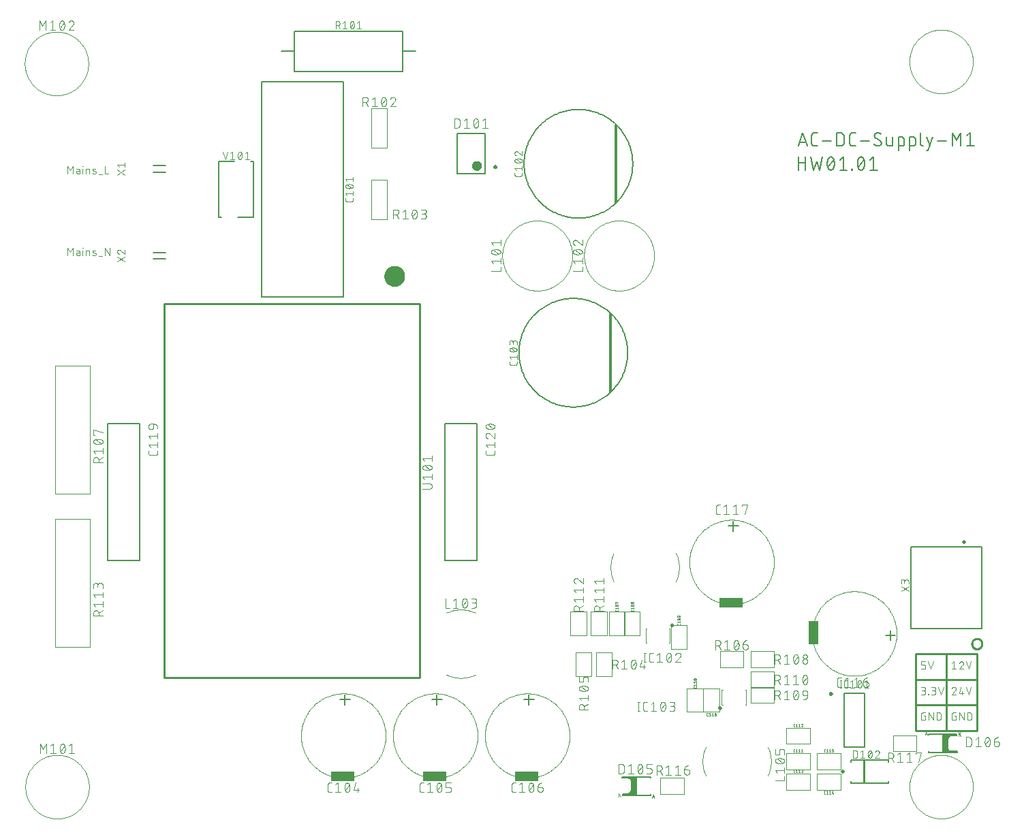
<source format=gbr>
G04 EAGLE Gerber RS-274X export*
G75*
%MOMM*%
%FSLAX34Y34*%
%LPD*%
%INSilkscreen Top*%
%IPPOS*%
%AMOC8*
5,1,8,0,0,1.08239X$1,22.5*%
G01*
%ADD10C,0.076200*%
%ADD11C,0.254000*%
%ADD12C,0.152400*%
%ADD13C,0.150000*%
%ADD14C,0.300000*%
%ADD15C,0.100000*%
%ADD16R,3.000000X1.190000*%
%ADD17C,0.101600*%
%ADD18C,0.050800*%
%ADD19C,0.025400*%
%ADD20R,1.190000X3.000000*%
%ADD21C,0.600000*%
%ADD22C,0.250000*%
%ADD23C,0.200000*%
%ADD24C,0.500000*%
%ADD25C,1.270000*%
%ADD26C,0.127000*%
%ADD27C,0.130000*%

G36*
X770225Y40569D02*
X770225Y40569D01*
X770225Y40570D01*
X770225Y63430D01*
X770221Y63435D01*
X770220Y63435D01*
X752440Y63435D01*
X752435Y63431D01*
X752435Y63430D01*
X752435Y62160D01*
X752439Y62155D01*
X752440Y62155D01*
X761328Y62155D01*
X763865Y59618D01*
X763865Y44382D01*
X761328Y41845D01*
X753710Y41845D01*
X753705Y41841D01*
X753705Y41840D01*
X753705Y40570D01*
X753709Y40565D01*
X753710Y40565D01*
X770220Y40565D01*
X770225Y40569D01*
G37*
G36*
X1169565Y93569D02*
X1169565Y93569D01*
X1169565Y93570D01*
X1169565Y94840D01*
X1169561Y94845D01*
X1169560Y94845D01*
X1160672Y94845D01*
X1158135Y97382D01*
X1158135Y112618D01*
X1160672Y115155D01*
X1168290Y115155D01*
X1168295Y115159D01*
X1168295Y115160D01*
X1168295Y116430D01*
X1168291Y116435D01*
X1168290Y116435D01*
X1151780Y116435D01*
X1151775Y116431D01*
X1151775Y116430D01*
X1151775Y93570D01*
X1151779Y93565D01*
X1151780Y93565D01*
X1169560Y93565D01*
X1169565Y93569D01*
G37*
D10*
X1167653Y172530D02*
X1167651Y172625D01*
X1167645Y172719D01*
X1167636Y172813D01*
X1167623Y172907D01*
X1167606Y173000D01*
X1167585Y173092D01*
X1167560Y173184D01*
X1167532Y173274D01*
X1167500Y173363D01*
X1167465Y173451D01*
X1167426Y173537D01*
X1167384Y173622D01*
X1167338Y173705D01*
X1167289Y173786D01*
X1167237Y173865D01*
X1167182Y173942D01*
X1167123Y174016D01*
X1167062Y174088D01*
X1166998Y174158D01*
X1166931Y174225D01*
X1166861Y174289D01*
X1166789Y174350D01*
X1166715Y174409D01*
X1166638Y174464D01*
X1166559Y174516D01*
X1166478Y174565D01*
X1166395Y174611D01*
X1166310Y174653D01*
X1166224Y174692D01*
X1166136Y174727D01*
X1166047Y174759D01*
X1165957Y174787D01*
X1165865Y174812D01*
X1165773Y174833D01*
X1165680Y174850D01*
X1165586Y174863D01*
X1165492Y174872D01*
X1165398Y174878D01*
X1165303Y174880D01*
X1165303Y174879D02*
X1165195Y174877D01*
X1165086Y174871D01*
X1164978Y174861D01*
X1164871Y174848D01*
X1164764Y174830D01*
X1164657Y174809D01*
X1164552Y174784D01*
X1164447Y174755D01*
X1164344Y174723D01*
X1164242Y174686D01*
X1164141Y174646D01*
X1164042Y174603D01*
X1163944Y174556D01*
X1163848Y174505D01*
X1163754Y174451D01*
X1163662Y174394D01*
X1163572Y174333D01*
X1163484Y174269D01*
X1163399Y174203D01*
X1163316Y174133D01*
X1163236Y174060D01*
X1163158Y173984D01*
X1163083Y173906D01*
X1163011Y173825D01*
X1162942Y173741D01*
X1162876Y173655D01*
X1162813Y173567D01*
X1162754Y173476D01*
X1162697Y173384D01*
X1162644Y173289D01*
X1162595Y173193D01*
X1162549Y173094D01*
X1162506Y172995D01*
X1162467Y172893D01*
X1162432Y172791D01*
X1166869Y170702D02*
X1166938Y170771D01*
X1167004Y170842D01*
X1167068Y170915D01*
X1167129Y170991D01*
X1167187Y171070D01*
X1167241Y171150D01*
X1167293Y171233D01*
X1167341Y171317D01*
X1167387Y171403D01*
X1167428Y171491D01*
X1167467Y171581D01*
X1167502Y171672D01*
X1167533Y171764D01*
X1167561Y171857D01*
X1167585Y171951D01*
X1167605Y172046D01*
X1167622Y172142D01*
X1167635Y172239D01*
X1167644Y172336D01*
X1167650Y172433D01*
X1167652Y172530D01*
X1166869Y170702D02*
X1162431Y165481D01*
X1167652Y165481D01*
X1171575Y167569D02*
X1173663Y174879D01*
X1171575Y167569D02*
X1176796Y167569D01*
X1175230Y169658D02*
X1175230Y165481D01*
X1183329Y165481D02*
X1180197Y174879D01*
X1186462Y174879D02*
X1183329Y165481D01*
X1162431Y204541D02*
X1165042Y206629D01*
X1165042Y197231D01*
X1167652Y197231D02*
X1162431Y197231D01*
X1174447Y206630D02*
X1174542Y206628D01*
X1174636Y206622D01*
X1174730Y206613D01*
X1174824Y206600D01*
X1174917Y206583D01*
X1175009Y206562D01*
X1175101Y206537D01*
X1175191Y206509D01*
X1175280Y206477D01*
X1175368Y206442D01*
X1175454Y206403D01*
X1175539Y206361D01*
X1175622Y206315D01*
X1175703Y206266D01*
X1175782Y206214D01*
X1175859Y206159D01*
X1175933Y206100D01*
X1176005Y206039D01*
X1176075Y205975D01*
X1176142Y205908D01*
X1176206Y205838D01*
X1176267Y205766D01*
X1176326Y205692D01*
X1176381Y205615D01*
X1176433Y205536D01*
X1176482Y205455D01*
X1176528Y205372D01*
X1176570Y205287D01*
X1176609Y205201D01*
X1176644Y205113D01*
X1176676Y205024D01*
X1176704Y204934D01*
X1176729Y204842D01*
X1176750Y204750D01*
X1176767Y204657D01*
X1176780Y204563D01*
X1176789Y204469D01*
X1176795Y204375D01*
X1176797Y204280D01*
X1174447Y206629D02*
X1174339Y206627D01*
X1174230Y206621D01*
X1174122Y206611D01*
X1174015Y206598D01*
X1173908Y206580D01*
X1173801Y206559D01*
X1173696Y206534D01*
X1173591Y206505D01*
X1173488Y206473D01*
X1173386Y206436D01*
X1173285Y206396D01*
X1173186Y206353D01*
X1173088Y206306D01*
X1172992Y206255D01*
X1172898Y206201D01*
X1172806Y206144D01*
X1172716Y206083D01*
X1172628Y206019D01*
X1172543Y205953D01*
X1172460Y205883D01*
X1172380Y205810D01*
X1172302Y205734D01*
X1172227Y205656D01*
X1172155Y205575D01*
X1172086Y205491D01*
X1172020Y205405D01*
X1171957Y205317D01*
X1171898Y205226D01*
X1171841Y205134D01*
X1171788Y205039D01*
X1171739Y204943D01*
X1171693Y204844D01*
X1171650Y204745D01*
X1171611Y204643D01*
X1171576Y204541D01*
X1176013Y202452D02*
X1176082Y202521D01*
X1176148Y202592D01*
X1176212Y202665D01*
X1176273Y202741D01*
X1176331Y202820D01*
X1176385Y202900D01*
X1176437Y202983D01*
X1176485Y203067D01*
X1176531Y203153D01*
X1176572Y203241D01*
X1176611Y203331D01*
X1176646Y203422D01*
X1176677Y203514D01*
X1176705Y203607D01*
X1176729Y203701D01*
X1176749Y203796D01*
X1176766Y203892D01*
X1176779Y203989D01*
X1176788Y204086D01*
X1176794Y204183D01*
X1176796Y204280D01*
X1176013Y202452D02*
X1171575Y197231D01*
X1176796Y197231D01*
X1183329Y197231D02*
X1180197Y206629D01*
X1186462Y206629D02*
X1183329Y197231D01*
X1127464Y197231D02*
X1124331Y197231D01*
X1127464Y197231D02*
X1127553Y197233D01*
X1127641Y197239D01*
X1127729Y197248D01*
X1127817Y197261D01*
X1127904Y197278D01*
X1127990Y197298D01*
X1128075Y197323D01*
X1128160Y197350D01*
X1128243Y197382D01*
X1128324Y197416D01*
X1128404Y197455D01*
X1128482Y197496D01*
X1128559Y197541D01*
X1128633Y197589D01*
X1128706Y197640D01*
X1128776Y197694D01*
X1128843Y197752D01*
X1128909Y197812D01*
X1128971Y197874D01*
X1129031Y197940D01*
X1129089Y198007D01*
X1129143Y198077D01*
X1129194Y198150D01*
X1129242Y198224D01*
X1129287Y198301D01*
X1129328Y198379D01*
X1129367Y198459D01*
X1129401Y198540D01*
X1129433Y198623D01*
X1129460Y198708D01*
X1129485Y198793D01*
X1129505Y198879D01*
X1129522Y198966D01*
X1129535Y199054D01*
X1129544Y199142D01*
X1129550Y199230D01*
X1129552Y199319D01*
X1129552Y200364D01*
X1129550Y200453D01*
X1129544Y200541D01*
X1129535Y200629D01*
X1129522Y200717D01*
X1129505Y200804D01*
X1129485Y200890D01*
X1129460Y200975D01*
X1129433Y201060D01*
X1129401Y201143D01*
X1129367Y201224D01*
X1129328Y201304D01*
X1129287Y201382D01*
X1129242Y201459D01*
X1129194Y201533D01*
X1129143Y201606D01*
X1129089Y201676D01*
X1129031Y201743D01*
X1128971Y201809D01*
X1128909Y201871D01*
X1128843Y201931D01*
X1128776Y201989D01*
X1128706Y202043D01*
X1128633Y202094D01*
X1128559Y202142D01*
X1128482Y202187D01*
X1128404Y202228D01*
X1128324Y202267D01*
X1128243Y202301D01*
X1128160Y202333D01*
X1128075Y202360D01*
X1127990Y202385D01*
X1127904Y202405D01*
X1127817Y202422D01*
X1127729Y202435D01*
X1127641Y202444D01*
X1127553Y202450D01*
X1127464Y202452D01*
X1124331Y202452D01*
X1124331Y206629D01*
X1129552Y206629D01*
X1132953Y206629D02*
X1136086Y197231D01*
X1139218Y206629D01*
X1126942Y165481D02*
X1124331Y165481D01*
X1126942Y165481D02*
X1127043Y165483D01*
X1127144Y165489D01*
X1127245Y165499D01*
X1127345Y165512D01*
X1127445Y165530D01*
X1127544Y165551D01*
X1127642Y165577D01*
X1127739Y165606D01*
X1127835Y165638D01*
X1127929Y165675D01*
X1128022Y165715D01*
X1128114Y165759D01*
X1128203Y165806D01*
X1128291Y165857D01*
X1128377Y165911D01*
X1128460Y165968D01*
X1128542Y166028D01*
X1128620Y166092D01*
X1128697Y166158D01*
X1128770Y166228D01*
X1128841Y166300D01*
X1128909Y166375D01*
X1128974Y166453D01*
X1129036Y166533D01*
X1129095Y166615D01*
X1129151Y166700D01*
X1129203Y166786D01*
X1129252Y166875D01*
X1129298Y166966D01*
X1129339Y167058D01*
X1129378Y167152D01*
X1129412Y167247D01*
X1129443Y167343D01*
X1129470Y167441D01*
X1129494Y167539D01*
X1129513Y167639D01*
X1129529Y167739D01*
X1129541Y167839D01*
X1129549Y167940D01*
X1129553Y168041D01*
X1129553Y168143D01*
X1129549Y168244D01*
X1129541Y168345D01*
X1129529Y168445D01*
X1129513Y168545D01*
X1129494Y168645D01*
X1129470Y168743D01*
X1129443Y168841D01*
X1129412Y168937D01*
X1129378Y169032D01*
X1129339Y169126D01*
X1129298Y169218D01*
X1129252Y169309D01*
X1129203Y169397D01*
X1129151Y169484D01*
X1129095Y169569D01*
X1129036Y169651D01*
X1128974Y169731D01*
X1128909Y169809D01*
X1128841Y169884D01*
X1128770Y169956D01*
X1128697Y170026D01*
X1128620Y170092D01*
X1128542Y170156D01*
X1128460Y170216D01*
X1128377Y170273D01*
X1128291Y170327D01*
X1128203Y170378D01*
X1128114Y170425D01*
X1128022Y170469D01*
X1127929Y170509D01*
X1127835Y170546D01*
X1127739Y170578D01*
X1127642Y170607D01*
X1127544Y170633D01*
X1127445Y170654D01*
X1127345Y170672D01*
X1127245Y170685D01*
X1127144Y170695D01*
X1127043Y170701D01*
X1126942Y170703D01*
X1127464Y174879D02*
X1124331Y174879D01*
X1127464Y174879D02*
X1127554Y174877D01*
X1127643Y174871D01*
X1127733Y174862D01*
X1127822Y174848D01*
X1127910Y174831D01*
X1127997Y174810D01*
X1128084Y174785D01*
X1128169Y174756D01*
X1128253Y174724D01*
X1128335Y174689D01*
X1128416Y174649D01*
X1128495Y174607D01*
X1128572Y174561D01*
X1128647Y174511D01*
X1128720Y174459D01*
X1128791Y174403D01*
X1128859Y174345D01*
X1128924Y174283D01*
X1128987Y174219D01*
X1129047Y174152D01*
X1129104Y174083D01*
X1129158Y174011D01*
X1129209Y173937D01*
X1129257Y173861D01*
X1129301Y173783D01*
X1129342Y173703D01*
X1129380Y173621D01*
X1129414Y173538D01*
X1129444Y173453D01*
X1129471Y173367D01*
X1129494Y173281D01*
X1129513Y173193D01*
X1129528Y173104D01*
X1129540Y173015D01*
X1129548Y172926D01*
X1129552Y172836D01*
X1129552Y172746D01*
X1129548Y172656D01*
X1129540Y172567D01*
X1129528Y172478D01*
X1129513Y172389D01*
X1129494Y172301D01*
X1129471Y172215D01*
X1129444Y172129D01*
X1129414Y172044D01*
X1129380Y171961D01*
X1129342Y171879D01*
X1129301Y171799D01*
X1129257Y171721D01*
X1129209Y171645D01*
X1129158Y171571D01*
X1129104Y171499D01*
X1129047Y171430D01*
X1128987Y171363D01*
X1128924Y171299D01*
X1128859Y171237D01*
X1128791Y171179D01*
X1128720Y171123D01*
X1128647Y171071D01*
X1128572Y171021D01*
X1128495Y170975D01*
X1128416Y170933D01*
X1128335Y170893D01*
X1128253Y170858D01*
X1128169Y170826D01*
X1128084Y170797D01*
X1127997Y170772D01*
X1127910Y170751D01*
X1127822Y170734D01*
X1127733Y170720D01*
X1127643Y170711D01*
X1127554Y170705D01*
X1127464Y170703D01*
X1127464Y170702D02*
X1125375Y170702D01*
X1133081Y166003D02*
X1133081Y165481D01*
X1133081Y166003D02*
X1133603Y166003D01*
X1133603Y165481D01*
X1133081Y165481D01*
X1137133Y165481D02*
X1139743Y165481D01*
X1139844Y165483D01*
X1139945Y165489D01*
X1140046Y165499D01*
X1140146Y165512D01*
X1140246Y165530D01*
X1140345Y165551D01*
X1140443Y165577D01*
X1140540Y165606D01*
X1140636Y165638D01*
X1140730Y165675D01*
X1140823Y165715D01*
X1140915Y165759D01*
X1141004Y165806D01*
X1141092Y165857D01*
X1141178Y165911D01*
X1141261Y165968D01*
X1141343Y166028D01*
X1141421Y166092D01*
X1141498Y166158D01*
X1141571Y166228D01*
X1141642Y166300D01*
X1141710Y166375D01*
X1141775Y166453D01*
X1141837Y166533D01*
X1141896Y166615D01*
X1141952Y166700D01*
X1142004Y166786D01*
X1142053Y166875D01*
X1142099Y166966D01*
X1142140Y167058D01*
X1142179Y167152D01*
X1142213Y167247D01*
X1142244Y167343D01*
X1142271Y167441D01*
X1142295Y167539D01*
X1142314Y167639D01*
X1142330Y167739D01*
X1142342Y167839D01*
X1142350Y167940D01*
X1142354Y168041D01*
X1142354Y168143D01*
X1142350Y168244D01*
X1142342Y168345D01*
X1142330Y168445D01*
X1142314Y168545D01*
X1142295Y168645D01*
X1142271Y168743D01*
X1142244Y168841D01*
X1142213Y168937D01*
X1142179Y169032D01*
X1142140Y169126D01*
X1142099Y169218D01*
X1142053Y169309D01*
X1142004Y169397D01*
X1141952Y169484D01*
X1141896Y169569D01*
X1141837Y169651D01*
X1141775Y169731D01*
X1141710Y169809D01*
X1141642Y169884D01*
X1141571Y169956D01*
X1141498Y170026D01*
X1141421Y170092D01*
X1141343Y170156D01*
X1141261Y170216D01*
X1141178Y170273D01*
X1141092Y170327D01*
X1141004Y170378D01*
X1140915Y170425D01*
X1140823Y170469D01*
X1140730Y170509D01*
X1140636Y170546D01*
X1140540Y170578D01*
X1140443Y170607D01*
X1140345Y170633D01*
X1140246Y170654D01*
X1140146Y170672D01*
X1140046Y170685D01*
X1139945Y170695D01*
X1139844Y170701D01*
X1139743Y170703D01*
X1140265Y174879D02*
X1137133Y174879D01*
X1140265Y174879D02*
X1140355Y174877D01*
X1140444Y174871D01*
X1140534Y174862D01*
X1140623Y174848D01*
X1140711Y174831D01*
X1140798Y174810D01*
X1140885Y174785D01*
X1140970Y174756D01*
X1141054Y174724D01*
X1141136Y174689D01*
X1141217Y174649D01*
X1141296Y174607D01*
X1141373Y174561D01*
X1141448Y174511D01*
X1141521Y174459D01*
X1141592Y174403D01*
X1141660Y174345D01*
X1141725Y174283D01*
X1141788Y174219D01*
X1141848Y174152D01*
X1141905Y174083D01*
X1141959Y174011D01*
X1142010Y173937D01*
X1142058Y173861D01*
X1142102Y173783D01*
X1142143Y173703D01*
X1142181Y173621D01*
X1142215Y173538D01*
X1142245Y173453D01*
X1142272Y173367D01*
X1142295Y173281D01*
X1142314Y173193D01*
X1142329Y173104D01*
X1142341Y173015D01*
X1142349Y172926D01*
X1142353Y172836D01*
X1142353Y172746D01*
X1142349Y172656D01*
X1142341Y172567D01*
X1142329Y172478D01*
X1142314Y172389D01*
X1142295Y172301D01*
X1142272Y172215D01*
X1142245Y172129D01*
X1142215Y172044D01*
X1142181Y171961D01*
X1142143Y171879D01*
X1142102Y171799D01*
X1142058Y171721D01*
X1142010Y171645D01*
X1141959Y171571D01*
X1141905Y171499D01*
X1141848Y171430D01*
X1141788Y171363D01*
X1141725Y171299D01*
X1141660Y171237D01*
X1141592Y171179D01*
X1141521Y171123D01*
X1141448Y171071D01*
X1141373Y171021D01*
X1141296Y170975D01*
X1141217Y170933D01*
X1141136Y170893D01*
X1141054Y170858D01*
X1140970Y170826D01*
X1140885Y170797D01*
X1140798Y170772D01*
X1140711Y170751D01*
X1140623Y170734D01*
X1140534Y170720D01*
X1140444Y170711D01*
X1140355Y170705D01*
X1140265Y170703D01*
X1140265Y170702D02*
X1138177Y170702D01*
X1145754Y174879D02*
X1148887Y165481D01*
X1152020Y174879D01*
X1129552Y138952D02*
X1127986Y138952D01*
X1129552Y138952D02*
X1129552Y133731D01*
X1126419Y133731D01*
X1126330Y133733D01*
X1126242Y133739D01*
X1126154Y133748D01*
X1126066Y133761D01*
X1125979Y133778D01*
X1125893Y133798D01*
X1125808Y133823D01*
X1125723Y133850D01*
X1125640Y133882D01*
X1125559Y133916D01*
X1125479Y133955D01*
X1125401Y133996D01*
X1125324Y134041D01*
X1125250Y134089D01*
X1125177Y134140D01*
X1125107Y134194D01*
X1125040Y134252D01*
X1124974Y134312D01*
X1124912Y134374D01*
X1124852Y134440D01*
X1124794Y134507D01*
X1124740Y134577D01*
X1124689Y134650D01*
X1124641Y134724D01*
X1124596Y134801D01*
X1124555Y134879D01*
X1124516Y134959D01*
X1124482Y135040D01*
X1124450Y135123D01*
X1124423Y135208D01*
X1124398Y135293D01*
X1124378Y135379D01*
X1124361Y135466D01*
X1124348Y135554D01*
X1124339Y135642D01*
X1124333Y135730D01*
X1124331Y135819D01*
X1124331Y141041D01*
X1124333Y141132D01*
X1124339Y141223D01*
X1124349Y141314D01*
X1124363Y141404D01*
X1124380Y141493D01*
X1124402Y141581D01*
X1124428Y141669D01*
X1124457Y141755D01*
X1124490Y141840D01*
X1124527Y141923D01*
X1124567Y142005D01*
X1124611Y142085D01*
X1124658Y142163D01*
X1124709Y142239D01*
X1124762Y142312D01*
X1124819Y142383D01*
X1124880Y142452D01*
X1124943Y142517D01*
X1125008Y142580D01*
X1125077Y142640D01*
X1125148Y142698D01*
X1125221Y142751D01*
X1125297Y142802D01*
X1125375Y142849D01*
X1125455Y142893D01*
X1125537Y142933D01*
X1125620Y142970D01*
X1125705Y143003D01*
X1125791Y143032D01*
X1125879Y143058D01*
X1125967Y143080D01*
X1126056Y143097D01*
X1126146Y143111D01*
X1126237Y143121D01*
X1126328Y143127D01*
X1126419Y143129D01*
X1129552Y143129D01*
X1134085Y143129D02*
X1134085Y133731D01*
X1139306Y133731D02*
X1134085Y143129D01*
X1139306Y143129D02*
X1139306Y133731D01*
X1143838Y133731D02*
X1143838Y143129D01*
X1146449Y143129D01*
X1146549Y143127D01*
X1146649Y143121D01*
X1146748Y143112D01*
X1146848Y143098D01*
X1146946Y143081D01*
X1147044Y143060D01*
X1147141Y143036D01*
X1147237Y143007D01*
X1147332Y142975D01*
X1147425Y142940D01*
X1147517Y142901D01*
X1147608Y142858D01*
X1147696Y142812D01*
X1147783Y142762D01*
X1147868Y142710D01*
X1147951Y142654D01*
X1148032Y142595D01*
X1148110Y142532D01*
X1148186Y142467D01*
X1148260Y142399D01*
X1148330Y142329D01*
X1148398Y142255D01*
X1148463Y142179D01*
X1148526Y142101D01*
X1148585Y142020D01*
X1148641Y141937D01*
X1148693Y141852D01*
X1148743Y141765D01*
X1148789Y141677D01*
X1148832Y141586D01*
X1148871Y141494D01*
X1148906Y141401D01*
X1148938Y141306D01*
X1148967Y141210D01*
X1148991Y141113D01*
X1149012Y141015D01*
X1149029Y140917D01*
X1149043Y140817D01*
X1149052Y140718D01*
X1149058Y140618D01*
X1149060Y140518D01*
X1149059Y140518D02*
X1149059Y136342D01*
X1149060Y136342D02*
X1149058Y136242D01*
X1149052Y136142D01*
X1149043Y136043D01*
X1149029Y135943D01*
X1149012Y135845D01*
X1148991Y135747D01*
X1148967Y135650D01*
X1148938Y135554D01*
X1148906Y135459D01*
X1148871Y135366D01*
X1148832Y135274D01*
X1148789Y135183D01*
X1148743Y135095D01*
X1148693Y135008D01*
X1148641Y134923D01*
X1148585Y134840D01*
X1148526Y134759D01*
X1148463Y134681D01*
X1148398Y134605D01*
X1148330Y134531D01*
X1148260Y134461D01*
X1148186Y134393D01*
X1148110Y134328D01*
X1148032Y134265D01*
X1147951Y134206D01*
X1147868Y134150D01*
X1147783Y134098D01*
X1147696Y134048D01*
X1147608Y134002D01*
X1147517Y133959D01*
X1147425Y133920D01*
X1147332Y133885D01*
X1147237Y133853D01*
X1147141Y133824D01*
X1147044Y133800D01*
X1146946Y133779D01*
X1146848Y133762D01*
X1146748Y133748D01*
X1146649Y133739D01*
X1146549Y133733D01*
X1146449Y133731D01*
X1143838Y133731D01*
X1166086Y138952D02*
X1167652Y138952D01*
X1167652Y133731D01*
X1164519Y133731D01*
X1164430Y133733D01*
X1164342Y133739D01*
X1164254Y133748D01*
X1164166Y133761D01*
X1164079Y133778D01*
X1163993Y133798D01*
X1163908Y133823D01*
X1163823Y133850D01*
X1163740Y133882D01*
X1163659Y133916D01*
X1163579Y133955D01*
X1163501Y133996D01*
X1163424Y134041D01*
X1163350Y134089D01*
X1163277Y134140D01*
X1163207Y134194D01*
X1163140Y134252D01*
X1163074Y134312D01*
X1163012Y134374D01*
X1162952Y134440D01*
X1162894Y134507D01*
X1162840Y134577D01*
X1162789Y134650D01*
X1162741Y134724D01*
X1162696Y134801D01*
X1162655Y134879D01*
X1162616Y134959D01*
X1162582Y135040D01*
X1162550Y135123D01*
X1162523Y135208D01*
X1162498Y135293D01*
X1162478Y135379D01*
X1162461Y135466D01*
X1162448Y135554D01*
X1162439Y135642D01*
X1162433Y135730D01*
X1162431Y135819D01*
X1162431Y141041D01*
X1162433Y141132D01*
X1162439Y141223D01*
X1162449Y141314D01*
X1162463Y141404D01*
X1162480Y141493D01*
X1162502Y141581D01*
X1162528Y141669D01*
X1162557Y141755D01*
X1162590Y141840D01*
X1162627Y141923D01*
X1162667Y142005D01*
X1162711Y142085D01*
X1162758Y142163D01*
X1162809Y142239D01*
X1162862Y142312D01*
X1162919Y142383D01*
X1162980Y142452D01*
X1163043Y142517D01*
X1163108Y142580D01*
X1163177Y142640D01*
X1163248Y142698D01*
X1163321Y142751D01*
X1163397Y142802D01*
X1163475Y142849D01*
X1163555Y142893D01*
X1163637Y142933D01*
X1163720Y142970D01*
X1163805Y143003D01*
X1163891Y143032D01*
X1163979Y143058D01*
X1164067Y143080D01*
X1164156Y143097D01*
X1164246Y143111D01*
X1164337Y143121D01*
X1164428Y143127D01*
X1164519Y143129D01*
X1167652Y143129D01*
X1172185Y143129D02*
X1172185Y133731D01*
X1177406Y133731D02*
X1172185Y143129D01*
X1177406Y143129D02*
X1177406Y133731D01*
X1181938Y133731D02*
X1181938Y143129D01*
X1184549Y143129D01*
X1184649Y143127D01*
X1184749Y143121D01*
X1184848Y143112D01*
X1184948Y143098D01*
X1185046Y143081D01*
X1185144Y143060D01*
X1185241Y143036D01*
X1185337Y143007D01*
X1185432Y142975D01*
X1185525Y142940D01*
X1185617Y142901D01*
X1185708Y142858D01*
X1185796Y142812D01*
X1185883Y142762D01*
X1185968Y142710D01*
X1186051Y142654D01*
X1186132Y142595D01*
X1186210Y142532D01*
X1186286Y142467D01*
X1186360Y142399D01*
X1186430Y142329D01*
X1186498Y142255D01*
X1186563Y142179D01*
X1186626Y142101D01*
X1186685Y142020D01*
X1186741Y141937D01*
X1186793Y141852D01*
X1186843Y141765D01*
X1186889Y141677D01*
X1186932Y141586D01*
X1186971Y141494D01*
X1187006Y141401D01*
X1187038Y141306D01*
X1187067Y141210D01*
X1187091Y141113D01*
X1187112Y141015D01*
X1187129Y140917D01*
X1187143Y140817D01*
X1187152Y140718D01*
X1187158Y140618D01*
X1187160Y140518D01*
X1187159Y140518D02*
X1187159Y136342D01*
X1187160Y136342D02*
X1187158Y136242D01*
X1187152Y136142D01*
X1187143Y136043D01*
X1187129Y135943D01*
X1187112Y135845D01*
X1187091Y135747D01*
X1187067Y135650D01*
X1187038Y135554D01*
X1187006Y135459D01*
X1186971Y135366D01*
X1186932Y135274D01*
X1186889Y135183D01*
X1186843Y135095D01*
X1186793Y135008D01*
X1186741Y134923D01*
X1186685Y134840D01*
X1186626Y134759D01*
X1186563Y134681D01*
X1186498Y134605D01*
X1186430Y134531D01*
X1186360Y134461D01*
X1186286Y134393D01*
X1186210Y134328D01*
X1186132Y134265D01*
X1186051Y134206D01*
X1185968Y134150D01*
X1185883Y134098D01*
X1185796Y134048D01*
X1185708Y134002D01*
X1185617Y133959D01*
X1185525Y133920D01*
X1185432Y133885D01*
X1185337Y133853D01*
X1185241Y133824D01*
X1185144Y133800D01*
X1185046Y133779D01*
X1184948Y133762D01*
X1184848Y133748D01*
X1184749Y133739D01*
X1184649Y133733D01*
X1184549Y133731D01*
X1181938Y133731D01*
D11*
X1193800Y184150D02*
X1117600Y184150D01*
X1117600Y152400D01*
X1117600Y120650D01*
X1117600Y184150D02*
X1117600Y215900D01*
X1155700Y215900D01*
X1193800Y215900D01*
X1193800Y152400D01*
X1193800Y120650D01*
X1155700Y120650D01*
X1117600Y120650D01*
X1117600Y152400D02*
X1193800Y152400D01*
X1155700Y120650D02*
X1155700Y215900D01*
X1187450Y228600D02*
X1187452Y228759D01*
X1187458Y228918D01*
X1187468Y229076D01*
X1187482Y229235D01*
X1187500Y229393D01*
X1187521Y229550D01*
X1187547Y229707D01*
X1187577Y229863D01*
X1187610Y230019D01*
X1187648Y230173D01*
X1187689Y230327D01*
X1187734Y230479D01*
X1187783Y230630D01*
X1187836Y230780D01*
X1187892Y230929D01*
X1187953Y231076D01*
X1188016Y231221D01*
X1188084Y231365D01*
X1188155Y231508D01*
X1188229Y231648D01*
X1188307Y231786D01*
X1188389Y231923D01*
X1188474Y232057D01*
X1188562Y232190D01*
X1188653Y232320D01*
X1188748Y232447D01*
X1188846Y232572D01*
X1188947Y232695D01*
X1189051Y232815D01*
X1189158Y232933D01*
X1189268Y233048D01*
X1189381Y233160D01*
X1189496Y233269D01*
X1189614Y233375D01*
X1189735Y233479D01*
X1189859Y233579D01*
X1189984Y233676D01*
X1190113Y233770D01*
X1190243Y233860D01*
X1190376Y233948D01*
X1190511Y234032D01*
X1190648Y234112D01*
X1190787Y234190D01*
X1190928Y234263D01*
X1191070Y234333D01*
X1191215Y234400D01*
X1191361Y234463D01*
X1191508Y234522D01*
X1191657Y234578D01*
X1191808Y234629D01*
X1191959Y234677D01*
X1192112Y234721D01*
X1192266Y234762D01*
X1192420Y234798D01*
X1192576Y234831D01*
X1192732Y234860D01*
X1192889Y234884D01*
X1193047Y234905D01*
X1193205Y234922D01*
X1193363Y234935D01*
X1193522Y234944D01*
X1193681Y234949D01*
X1193840Y234950D01*
X1193999Y234947D01*
X1194157Y234940D01*
X1194316Y234929D01*
X1194474Y234914D01*
X1194632Y234895D01*
X1194789Y234872D01*
X1194946Y234846D01*
X1195102Y234815D01*
X1195257Y234781D01*
X1195411Y234742D01*
X1195565Y234700D01*
X1195717Y234654D01*
X1195868Y234604D01*
X1196017Y234550D01*
X1196166Y234493D01*
X1196312Y234432D01*
X1196458Y234367D01*
X1196601Y234299D01*
X1196743Y234227D01*
X1196883Y234151D01*
X1197021Y234073D01*
X1197157Y233990D01*
X1197291Y233905D01*
X1197422Y233816D01*
X1197552Y233723D01*
X1197679Y233628D01*
X1197803Y233529D01*
X1197926Y233427D01*
X1198045Y233323D01*
X1198162Y233215D01*
X1198276Y233104D01*
X1198387Y232991D01*
X1198496Y232875D01*
X1198601Y232756D01*
X1198704Y232634D01*
X1198803Y232510D01*
X1198900Y232384D01*
X1198993Y232255D01*
X1199083Y232124D01*
X1199169Y231990D01*
X1199252Y231855D01*
X1199332Y231717D01*
X1199408Y231578D01*
X1199481Y231437D01*
X1199550Y231294D01*
X1199616Y231149D01*
X1199678Y231002D01*
X1199736Y230855D01*
X1199791Y230705D01*
X1199842Y230555D01*
X1199889Y230403D01*
X1199932Y230250D01*
X1199971Y230096D01*
X1200007Y229941D01*
X1200038Y229785D01*
X1200066Y229629D01*
X1200090Y229472D01*
X1200110Y229314D01*
X1200126Y229156D01*
X1200138Y228997D01*
X1200146Y228838D01*
X1200150Y228679D01*
X1200150Y228521D01*
X1200146Y228362D01*
X1200138Y228203D01*
X1200126Y228044D01*
X1200110Y227886D01*
X1200090Y227728D01*
X1200066Y227571D01*
X1200038Y227415D01*
X1200007Y227259D01*
X1199971Y227104D01*
X1199932Y226950D01*
X1199889Y226797D01*
X1199842Y226645D01*
X1199791Y226495D01*
X1199736Y226345D01*
X1199678Y226198D01*
X1199616Y226051D01*
X1199550Y225906D01*
X1199481Y225763D01*
X1199408Y225622D01*
X1199332Y225483D01*
X1199252Y225345D01*
X1199169Y225210D01*
X1199083Y225076D01*
X1198993Y224945D01*
X1198900Y224816D01*
X1198803Y224690D01*
X1198704Y224566D01*
X1198601Y224444D01*
X1198496Y224325D01*
X1198387Y224209D01*
X1198276Y224096D01*
X1198162Y223985D01*
X1198045Y223877D01*
X1197926Y223773D01*
X1197803Y223671D01*
X1197679Y223572D01*
X1197552Y223477D01*
X1197422Y223384D01*
X1197291Y223295D01*
X1197157Y223210D01*
X1197021Y223127D01*
X1196883Y223049D01*
X1196743Y222973D01*
X1196601Y222901D01*
X1196458Y222833D01*
X1196312Y222768D01*
X1196166Y222707D01*
X1196017Y222650D01*
X1195868Y222596D01*
X1195717Y222546D01*
X1195565Y222500D01*
X1195411Y222458D01*
X1195257Y222419D01*
X1195102Y222385D01*
X1194946Y222354D01*
X1194789Y222328D01*
X1194632Y222305D01*
X1194474Y222286D01*
X1194316Y222271D01*
X1194157Y222260D01*
X1193999Y222253D01*
X1193840Y222250D01*
X1193681Y222251D01*
X1193522Y222256D01*
X1193363Y222265D01*
X1193205Y222278D01*
X1193047Y222295D01*
X1192889Y222316D01*
X1192732Y222340D01*
X1192576Y222369D01*
X1192420Y222402D01*
X1192266Y222438D01*
X1192112Y222479D01*
X1191959Y222523D01*
X1191808Y222571D01*
X1191657Y222622D01*
X1191508Y222678D01*
X1191361Y222737D01*
X1191215Y222800D01*
X1191070Y222867D01*
X1190928Y222937D01*
X1190787Y223010D01*
X1190648Y223088D01*
X1190511Y223168D01*
X1190376Y223252D01*
X1190243Y223340D01*
X1190113Y223430D01*
X1189984Y223524D01*
X1189859Y223621D01*
X1189735Y223721D01*
X1189614Y223825D01*
X1189496Y223931D01*
X1189381Y224040D01*
X1189268Y224152D01*
X1189158Y224267D01*
X1189051Y224385D01*
X1188947Y224505D01*
X1188846Y224628D01*
X1188748Y224753D01*
X1188653Y224880D01*
X1188562Y225010D01*
X1188474Y225143D01*
X1188389Y225277D01*
X1188307Y225414D01*
X1188229Y225552D01*
X1188155Y225692D01*
X1188084Y225835D01*
X1188016Y225979D01*
X1187953Y226124D01*
X1187892Y226271D01*
X1187836Y226420D01*
X1187783Y226570D01*
X1187734Y226721D01*
X1187689Y226873D01*
X1187648Y227027D01*
X1187610Y227181D01*
X1187577Y227337D01*
X1187547Y227493D01*
X1187521Y227650D01*
X1187500Y227807D01*
X1187482Y227965D01*
X1187468Y228124D01*
X1187458Y228282D01*
X1187452Y228441D01*
X1187450Y228600D01*
D10*
X63881Y813181D02*
X63881Y822579D01*
X67014Y817358D01*
X70146Y822579D01*
X70146Y813181D01*
X76156Y816836D02*
X78505Y816836D01*
X76156Y816835D02*
X76072Y816833D01*
X75987Y816827D01*
X75904Y816817D01*
X75820Y816804D01*
X75738Y816786D01*
X75656Y816765D01*
X75575Y816740D01*
X75496Y816712D01*
X75418Y816679D01*
X75342Y816643D01*
X75267Y816604D01*
X75194Y816561D01*
X75123Y816515D01*
X75055Y816466D01*
X74989Y816414D01*
X74925Y816358D01*
X74864Y816300D01*
X74806Y816239D01*
X74750Y816175D01*
X74698Y816109D01*
X74649Y816041D01*
X74603Y815970D01*
X74560Y815897D01*
X74521Y815822D01*
X74485Y815746D01*
X74452Y815668D01*
X74424Y815589D01*
X74399Y815508D01*
X74378Y815426D01*
X74360Y815344D01*
X74347Y815260D01*
X74337Y815177D01*
X74331Y815092D01*
X74329Y815008D01*
X74331Y814924D01*
X74337Y814839D01*
X74347Y814756D01*
X74360Y814672D01*
X74378Y814590D01*
X74399Y814508D01*
X74424Y814427D01*
X74452Y814348D01*
X74485Y814270D01*
X74521Y814194D01*
X74560Y814119D01*
X74603Y814046D01*
X74649Y813975D01*
X74698Y813907D01*
X74750Y813841D01*
X74806Y813777D01*
X74864Y813716D01*
X74925Y813658D01*
X74989Y813602D01*
X75055Y813550D01*
X75123Y813501D01*
X75194Y813455D01*
X75267Y813412D01*
X75342Y813373D01*
X75418Y813337D01*
X75496Y813304D01*
X75575Y813276D01*
X75656Y813251D01*
X75738Y813230D01*
X75820Y813212D01*
X75904Y813199D01*
X75987Y813189D01*
X76072Y813183D01*
X76156Y813181D01*
X78505Y813181D01*
X78505Y817880D01*
X78503Y817957D01*
X78497Y818033D01*
X78488Y818110D01*
X78475Y818186D01*
X78458Y818261D01*
X78438Y818335D01*
X78413Y818408D01*
X78386Y818479D01*
X78355Y818550D01*
X78320Y818618D01*
X78282Y818685D01*
X78241Y818750D01*
X78197Y818813D01*
X78150Y818873D01*
X78099Y818932D01*
X78046Y818987D01*
X77991Y819040D01*
X77932Y819091D01*
X77872Y819138D01*
X77809Y819182D01*
X77744Y819223D01*
X77677Y819261D01*
X77609Y819296D01*
X77538Y819327D01*
X77467Y819354D01*
X77394Y819379D01*
X77320Y819399D01*
X77245Y819416D01*
X77169Y819429D01*
X77092Y819438D01*
X77016Y819444D01*
X76939Y819446D01*
X74850Y819446D01*
X82558Y819446D02*
X82558Y813181D01*
X82297Y822057D02*
X82297Y822579D01*
X82819Y822579D01*
X82819Y822057D01*
X82297Y822057D01*
X86566Y819446D02*
X86566Y813181D01*
X86566Y819446D02*
X89176Y819446D01*
X89253Y819444D01*
X89329Y819438D01*
X89406Y819429D01*
X89482Y819416D01*
X89557Y819399D01*
X89631Y819379D01*
X89704Y819354D01*
X89775Y819327D01*
X89846Y819296D01*
X89914Y819261D01*
X89981Y819223D01*
X90046Y819182D01*
X90109Y819138D01*
X90169Y819091D01*
X90228Y819040D01*
X90283Y818987D01*
X90336Y818932D01*
X90387Y818873D01*
X90434Y818813D01*
X90478Y818750D01*
X90519Y818685D01*
X90557Y818618D01*
X90592Y818550D01*
X90623Y818479D01*
X90650Y818408D01*
X90675Y818335D01*
X90695Y818261D01*
X90712Y818186D01*
X90725Y818110D01*
X90734Y818034D01*
X90740Y817957D01*
X90742Y817880D01*
X90743Y817880D02*
X90743Y813181D01*
X95579Y816836D02*
X98189Y815792D01*
X95578Y816836D02*
X95512Y816864D01*
X95447Y816897D01*
X95384Y816932D01*
X95323Y816971D01*
X95264Y817013D01*
X95208Y817058D01*
X95154Y817106D01*
X95103Y817157D01*
X95054Y817210D01*
X95009Y817267D01*
X94966Y817325D01*
X94927Y817385D01*
X94890Y817448D01*
X94858Y817513D01*
X94829Y817579D01*
X94803Y817646D01*
X94781Y817715D01*
X94763Y817785D01*
X94748Y817856D01*
X94737Y817927D01*
X94730Y817999D01*
X94727Y818071D01*
X94728Y818143D01*
X94733Y818216D01*
X94741Y818287D01*
X94753Y818359D01*
X94769Y818429D01*
X94789Y818498D01*
X94813Y818567D01*
X94840Y818634D01*
X94870Y818699D01*
X94904Y818763D01*
X94942Y818825D01*
X94982Y818885D01*
X95026Y818942D01*
X95073Y818997D01*
X95123Y819050D01*
X95175Y819099D01*
X95230Y819146D01*
X95287Y819190D01*
X95347Y819231D01*
X95409Y819268D01*
X95473Y819303D01*
X95538Y819333D01*
X95605Y819361D01*
X95673Y819384D01*
X95743Y819404D01*
X95813Y819420D01*
X95884Y819433D01*
X95956Y819441D01*
X96028Y819446D01*
X96100Y819447D01*
X96101Y819446D02*
X96252Y819442D01*
X96403Y819434D01*
X96554Y819423D01*
X96705Y819407D01*
X96855Y819387D01*
X97005Y819364D01*
X97154Y819337D01*
X97302Y819306D01*
X97450Y819271D01*
X97596Y819233D01*
X97742Y819190D01*
X97886Y819144D01*
X98029Y819095D01*
X98171Y819042D01*
X98311Y818985D01*
X98450Y818924D01*
X98189Y815792D02*
X98255Y815764D01*
X98320Y815731D01*
X98383Y815696D01*
X98444Y815657D01*
X98503Y815615D01*
X98559Y815570D01*
X98613Y815522D01*
X98664Y815471D01*
X98713Y815418D01*
X98758Y815361D01*
X98801Y815303D01*
X98840Y815243D01*
X98877Y815180D01*
X98909Y815115D01*
X98938Y815049D01*
X98964Y814982D01*
X98986Y814913D01*
X99004Y814843D01*
X99019Y814772D01*
X99030Y814701D01*
X99037Y814629D01*
X99040Y814557D01*
X99039Y814485D01*
X99034Y814412D01*
X99026Y814341D01*
X99014Y814269D01*
X98998Y814199D01*
X98978Y814130D01*
X98954Y814061D01*
X98927Y813994D01*
X98897Y813929D01*
X98863Y813865D01*
X98825Y813803D01*
X98785Y813743D01*
X98741Y813686D01*
X98694Y813631D01*
X98644Y813578D01*
X98592Y813529D01*
X98537Y813482D01*
X98480Y813438D01*
X98420Y813397D01*
X98358Y813360D01*
X98294Y813325D01*
X98229Y813295D01*
X98162Y813267D01*
X98094Y813244D01*
X98024Y813224D01*
X97954Y813208D01*
X97883Y813195D01*
X97811Y813187D01*
X97739Y813182D01*
X97667Y813181D01*
X97457Y813186D01*
X97248Y813197D01*
X97039Y813212D01*
X96831Y813232D01*
X96623Y813258D01*
X96416Y813288D01*
X96209Y813323D01*
X96004Y813363D01*
X95799Y813407D01*
X95596Y813457D01*
X95393Y813511D01*
X95192Y813571D01*
X94993Y813634D01*
X94795Y813703D01*
X102415Y812137D02*
X106592Y812137D01*
X110445Y813181D02*
X110445Y822579D01*
X110445Y813181D02*
X114622Y813181D01*
X63881Y720979D02*
X63881Y711581D01*
X67014Y715758D02*
X63881Y720979D01*
X67014Y715758D02*
X70146Y720979D01*
X70146Y711581D01*
X76156Y715236D02*
X78505Y715236D01*
X76156Y715235D02*
X76072Y715233D01*
X75987Y715227D01*
X75904Y715217D01*
X75820Y715204D01*
X75738Y715186D01*
X75656Y715165D01*
X75575Y715140D01*
X75496Y715112D01*
X75418Y715079D01*
X75342Y715043D01*
X75267Y715004D01*
X75194Y714961D01*
X75123Y714915D01*
X75055Y714866D01*
X74989Y714814D01*
X74925Y714758D01*
X74864Y714700D01*
X74806Y714639D01*
X74750Y714575D01*
X74698Y714509D01*
X74649Y714441D01*
X74603Y714370D01*
X74560Y714297D01*
X74521Y714222D01*
X74485Y714146D01*
X74452Y714068D01*
X74424Y713989D01*
X74399Y713908D01*
X74378Y713826D01*
X74360Y713744D01*
X74347Y713660D01*
X74337Y713577D01*
X74331Y713492D01*
X74329Y713408D01*
X74331Y713324D01*
X74337Y713239D01*
X74347Y713156D01*
X74360Y713072D01*
X74378Y712990D01*
X74399Y712908D01*
X74424Y712827D01*
X74452Y712748D01*
X74485Y712670D01*
X74521Y712594D01*
X74560Y712519D01*
X74603Y712446D01*
X74649Y712375D01*
X74698Y712307D01*
X74750Y712241D01*
X74806Y712177D01*
X74864Y712116D01*
X74925Y712058D01*
X74989Y712002D01*
X75055Y711950D01*
X75123Y711901D01*
X75194Y711855D01*
X75267Y711812D01*
X75342Y711773D01*
X75418Y711737D01*
X75496Y711704D01*
X75575Y711676D01*
X75656Y711651D01*
X75738Y711630D01*
X75820Y711612D01*
X75904Y711599D01*
X75987Y711589D01*
X76072Y711583D01*
X76156Y711581D01*
X78505Y711581D01*
X78505Y716280D01*
X78503Y716357D01*
X78497Y716433D01*
X78488Y716510D01*
X78475Y716586D01*
X78458Y716661D01*
X78438Y716735D01*
X78413Y716808D01*
X78386Y716879D01*
X78355Y716950D01*
X78320Y717018D01*
X78282Y717085D01*
X78241Y717150D01*
X78197Y717213D01*
X78150Y717273D01*
X78099Y717332D01*
X78046Y717387D01*
X77991Y717440D01*
X77932Y717491D01*
X77872Y717538D01*
X77809Y717582D01*
X77744Y717623D01*
X77677Y717661D01*
X77609Y717696D01*
X77538Y717727D01*
X77467Y717754D01*
X77394Y717779D01*
X77320Y717799D01*
X77245Y717816D01*
X77169Y717829D01*
X77092Y717838D01*
X77016Y717844D01*
X76939Y717846D01*
X74850Y717846D01*
X82558Y717846D02*
X82558Y711581D01*
X82297Y720457D02*
X82297Y720979D01*
X82819Y720979D01*
X82819Y720457D01*
X82297Y720457D01*
X86566Y717846D02*
X86566Y711581D01*
X86566Y717846D02*
X89176Y717846D01*
X89253Y717844D01*
X89329Y717838D01*
X89406Y717829D01*
X89482Y717816D01*
X89557Y717799D01*
X89631Y717779D01*
X89704Y717754D01*
X89775Y717727D01*
X89846Y717696D01*
X89914Y717661D01*
X89981Y717623D01*
X90046Y717582D01*
X90109Y717538D01*
X90169Y717491D01*
X90228Y717440D01*
X90283Y717387D01*
X90336Y717332D01*
X90387Y717273D01*
X90434Y717213D01*
X90478Y717150D01*
X90519Y717085D01*
X90557Y717018D01*
X90592Y716950D01*
X90623Y716879D01*
X90650Y716808D01*
X90675Y716735D01*
X90695Y716661D01*
X90712Y716586D01*
X90725Y716510D01*
X90734Y716434D01*
X90740Y716357D01*
X90742Y716280D01*
X90743Y716280D02*
X90743Y711581D01*
X95579Y715236D02*
X98189Y714192D01*
X95578Y715236D02*
X95512Y715264D01*
X95447Y715297D01*
X95384Y715332D01*
X95323Y715371D01*
X95264Y715413D01*
X95208Y715458D01*
X95154Y715506D01*
X95103Y715557D01*
X95054Y715610D01*
X95009Y715667D01*
X94966Y715725D01*
X94927Y715785D01*
X94890Y715848D01*
X94858Y715913D01*
X94829Y715979D01*
X94803Y716046D01*
X94781Y716115D01*
X94763Y716185D01*
X94748Y716256D01*
X94737Y716327D01*
X94730Y716399D01*
X94727Y716471D01*
X94728Y716543D01*
X94733Y716616D01*
X94741Y716687D01*
X94753Y716759D01*
X94769Y716829D01*
X94789Y716898D01*
X94813Y716967D01*
X94840Y717034D01*
X94870Y717099D01*
X94904Y717163D01*
X94942Y717225D01*
X94982Y717285D01*
X95026Y717342D01*
X95073Y717397D01*
X95123Y717450D01*
X95175Y717499D01*
X95230Y717546D01*
X95287Y717590D01*
X95347Y717631D01*
X95409Y717668D01*
X95473Y717703D01*
X95538Y717733D01*
X95605Y717761D01*
X95673Y717784D01*
X95743Y717804D01*
X95813Y717820D01*
X95884Y717833D01*
X95956Y717841D01*
X96028Y717846D01*
X96100Y717847D01*
X96101Y717846D02*
X96252Y717842D01*
X96403Y717834D01*
X96554Y717823D01*
X96705Y717807D01*
X96855Y717787D01*
X97005Y717764D01*
X97154Y717737D01*
X97302Y717706D01*
X97450Y717671D01*
X97596Y717633D01*
X97742Y717590D01*
X97886Y717544D01*
X98029Y717495D01*
X98171Y717442D01*
X98311Y717385D01*
X98450Y717324D01*
X98189Y714192D02*
X98255Y714164D01*
X98320Y714131D01*
X98383Y714096D01*
X98444Y714057D01*
X98503Y714015D01*
X98559Y713970D01*
X98613Y713922D01*
X98664Y713871D01*
X98713Y713818D01*
X98758Y713761D01*
X98801Y713703D01*
X98840Y713643D01*
X98877Y713580D01*
X98909Y713515D01*
X98938Y713449D01*
X98964Y713382D01*
X98986Y713313D01*
X99004Y713243D01*
X99019Y713172D01*
X99030Y713101D01*
X99037Y713029D01*
X99040Y712957D01*
X99039Y712885D01*
X99034Y712812D01*
X99026Y712741D01*
X99014Y712669D01*
X98998Y712599D01*
X98978Y712530D01*
X98954Y712461D01*
X98927Y712394D01*
X98897Y712329D01*
X98863Y712265D01*
X98825Y712203D01*
X98785Y712143D01*
X98741Y712086D01*
X98694Y712031D01*
X98644Y711978D01*
X98592Y711929D01*
X98537Y711882D01*
X98480Y711838D01*
X98420Y711797D01*
X98358Y711760D01*
X98294Y711725D01*
X98229Y711695D01*
X98162Y711667D01*
X98094Y711644D01*
X98024Y711624D01*
X97954Y711608D01*
X97883Y711595D01*
X97811Y711587D01*
X97739Y711582D01*
X97667Y711581D01*
X97457Y711586D01*
X97248Y711597D01*
X97039Y711612D01*
X96831Y711632D01*
X96623Y711658D01*
X96416Y711688D01*
X96209Y711723D01*
X96004Y711763D01*
X95799Y711807D01*
X95596Y711857D01*
X95393Y711911D01*
X95192Y711971D01*
X94993Y712034D01*
X94795Y712103D01*
X102415Y710537D02*
X106592Y710537D01*
X110428Y711581D02*
X110428Y720979D01*
X115649Y711581D01*
X115649Y720979D01*
D12*
X971762Y847762D02*
X977181Y864018D01*
X982599Y847762D01*
X981245Y851826D02*
X973117Y851826D01*
X991869Y847762D02*
X995482Y847762D01*
X991869Y847762D02*
X991751Y847764D01*
X991633Y847770D01*
X991515Y847779D01*
X991398Y847793D01*
X991281Y847810D01*
X991164Y847831D01*
X991049Y847856D01*
X990934Y847885D01*
X990820Y847918D01*
X990708Y847954D01*
X990597Y847994D01*
X990487Y848037D01*
X990378Y848084D01*
X990271Y848134D01*
X990166Y848189D01*
X990063Y848246D01*
X989962Y848307D01*
X989862Y848371D01*
X989765Y848438D01*
X989670Y848508D01*
X989578Y848582D01*
X989487Y848658D01*
X989400Y848738D01*
X989315Y848820D01*
X989233Y848905D01*
X989153Y848992D01*
X989077Y849083D01*
X989003Y849175D01*
X988933Y849270D01*
X988866Y849367D01*
X988802Y849467D01*
X988741Y849568D01*
X988684Y849671D01*
X988629Y849776D01*
X988579Y849883D01*
X988532Y849992D01*
X988489Y850102D01*
X988449Y850213D01*
X988413Y850325D01*
X988380Y850439D01*
X988351Y850554D01*
X988326Y850669D01*
X988305Y850786D01*
X988288Y850903D01*
X988274Y851020D01*
X988265Y851138D01*
X988259Y851256D01*
X988257Y851374D01*
X988257Y860406D01*
X988259Y860524D01*
X988265Y860642D01*
X988274Y860760D01*
X988288Y860877D01*
X988305Y860994D01*
X988326Y861111D01*
X988351Y861226D01*
X988380Y861341D01*
X988413Y861455D01*
X988449Y861567D01*
X988489Y861678D01*
X988532Y861788D01*
X988579Y861897D01*
X988629Y862004D01*
X988683Y862109D01*
X988741Y862212D01*
X988802Y862313D01*
X988866Y862413D01*
X988933Y862510D01*
X989003Y862605D01*
X989077Y862697D01*
X989153Y862788D01*
X989233Y862875D01*
X989315Y862960D01*
X989400Y863042D01*
X989487Y863122D01*
X989578Y863198D01*
X989670Y863272D01*
X989765Y863342D01*
X989862Y863409D01*
X989962Y863473D01*
X990063Y863534D01*
X990166Y863591D01*
X990271Y863645D01*
X990378Y863696D01*
X990487Y863743D01*
X990597Y863786D01*
X990708Y863826D01*
X990820Y863862D01*
X990934Y863895D01*
X991049Y863924D01*
X991164Y863949D01*
X991281Y863970D01*
X991398Y863987D01*
X991515Y864001D01*
X991633Y864010D01*
X991751Y864016D01*
X991869Y864018D01*
X995482Y864018D01*
X1001461Y854084D02*
X1012299Y854084D01*
X1019559Y847762D02*
X1019559Y864018D01*
X1024074Y864018D01*
X1024205Y864016D01*
X1024337Y864010D01*
X1024468Y864001D01*
X1024598Y863987D01*
X1024729Y863970D01*
X1024858Y863949D01*
X1024987Y863925D01*
X1025115Y863896D01*
X1025243Y863864D01*
X1025369Y863828D01*
X1025494Y863789D01*
X1025619Y863746D01*
X1025741Y863699D01*
X1025863Y863649D01*
X1025983Y863595D01*
X1026101Y863538D01*
X1026217Y863477D01*
X1026332Y863413D01*
X1026445Y863346D01*
X1026556Y863275D01*
X1026664Y863201D01*
X1026771Y863124D01*
X1026875Y863044D01*
X1026977Y862961D01*
X1027076Y862876D01*
X1027173Y862787D01*
X1027267Y862695D01*
X1027359Y862601D01*
X1027448Y862504D01*
X1027533Y862405D01*
X1027616Y862303D01*
X1027696Y862199D01*
X1027773Y862092D01*
X1027847Y861984D01*
X1027918Y861873D01*
X1027985Y861760D01*
X1028049Y861645D01*
X1028110Y861529D01*
X1028167Y861411D01*
X1028221Y861291D01*
X1028271Y861169D01*
X1028318Y861047D01*
X1028361Y860922D01*
X1028400Y860797D01*
X1028436Y860671D01*
X1028468Y860543D01*
X1028497Y860415D01*
X1028521Y860286D01*
X1028542Y860157D01*
X1028559Y860026D01*
X1028573Y859896D01*
X1028582Y859765D01*
X1028588Y859633D01*
X1028590Y859502D01*
X1028590Y852278D01*
X1028588Y852147D01*
X1028582Y852015D01*
X1028573Y851884D01*
X1028559Y851754D01*
X1028542Y851623D01*
X1028521Y851494D01*
X1028497Y851365D01*
X1028468Y851237D01*
X1028436Y851109D01*
X1028400Y850983D01*
X1028361Y850858D01*
X1028318Y850733D01*
X1028271Y850611D01*
X1028221Y850489D01*
X1028167Y850369D01*
X1028110Y850251D01*
X1028049Y850135D01*
X1027985Y850020D01*
X1027918Y849907D01*
X1027847Y849796D01*
X1027773Y849688D01*
X1027696Y849581D01*
X1027616Y849477D01*
X1027533Y849375D01*
X1027448Y849276D01*
X1027359Y849179D01*
X1027267Y849085D01*
X1027173Y848993D01*
X1027076Y848904D01*
X1026977Y848819D01*
X1026875Y848736D01*
X1026771Y848656D01*
X1026664Y848579D01*
X1026556Y848505D01*
X1026445Y848434D01*
X1026332Y848367D01*
X1026217Y848303D01*
X1026101Y848242D01*
X1025983Y848185D01*
X1025863Y848131D01*
X1025741Y848081D01*
X1025619Y848034D01*
X1025494Y847991D01*
X1025369Y847952D01*
X1025243Y847916D01*
X1025115Y847884D01*
X1024987Y847855D01*
X1024858Y847831D01*
X1024728Y847810D01*
X1024598Y847793D01*
X1024468Y847779D01*
X1024337Y847770D01*
X1024205Y847764D01*
X1024074Y847762D01*
X1019559Y847762D01*
X1039284Y847762D02*
X1042896Y847762D01*
X1039284Y847762D02*
X1039166Y847764D01*
X1039048Y847770D01*
X1038930Y847779D01*
X1038813Y847793D01*
X1038696Y847810D01*
X1038579Y847831D01*
X1038464Y847856D01*
X1038349Y847885D01*
X1038235Y847918D01*
X1038123Y847954D01*
X1038012Y847994D01*
X1037902Y848037D01*
X1037793Y848084D01*
X1037686Y848134D01*
X1037581Y848189D01*
X1037478Y848246D01*
X1037377Y848307D01*
X1037277Y848371D01*
X1037180Y848438D01*
X1037085Y848508D01*
X1036993Y848582D01*
X1036902Y848658D01*
X1036815Y848738D01*
X1036730Y848820D01*
X1036648Y848905D01*
X1036568Y848992D01*
X1036492Y849083D01*
X1036418Y849175D01*
X1036348Y849270D01*
X1036281Y849367D01*
X1036217Y849467D01*
X1036156Y849568D01*
X1036099Y849671D01*
X1036044Y849776D01*
X1035994Y849883D01*
X1035947Y849992D01*
X1035904Y850102D01*
X1035864Y850213D01*
X1035828Y850325D01*
X1035795Y850439D01*
X1035766Y850554D01*
X1035741Y850669D01*
X1035720Y850786D01*
X1035703Y850903D01*
X1035689Y851020D01*
X1035680Y851138D01*
X1035674Y851256D01*
X1035672Y851374D01*
X1035672Y860406D01*
X1035674Y860524D01*
X1035680Y860642D01*
X1035689Y860760D01*
X1035703Y860877D01*
X1035720Y860994D01*
X1035741Y861111D01*
X1035766Y861226D01*
X1035795Y861341D01*
X1035828Y861455D01*
X1035864Y861567D01*
X1035904Y861678D01*
X1035947Y861788D01*
X1035994Y861897D01*
X1036044Y862004D01*
X1036098Y862109D01*
X1036156Y862212D01*
X1036217Y862313D01*
X1036281Y862413D01*
X1036348Y862510D01*
X1036418Y862605D01*
X1036492Y862697D01*
X1036568Y862788D01*
X1036648Y862875D01*
X1036730Y862960D01*
X1036815Y863042D01*
X1036902Y863122D01*
X1036993Y863198D01*
X1037085Y863272D01*
X1037180Y863342D01*
X1037277Y863409D01*
X1037377Y863473D01*
X1037478Y863534D01*
X1037581Y863591D01*
X1037686Y863645D01*
X1037793Y863696D01*
X1037902Y863743D01*
X1038012Y863786D01*
X1038123Y863826D01*
X1038235Y863862D01*
X1038349Y863895D01*
X1038464Y863924D01*
X1038579Y863949D01*
X1038696Y863970D01*
X1038813Y863987D01*
X1038930Y864001D01*
X1039048Y864010D01*
X1039166Y864016D01*
X1039284Y864018D01*
X1042896Y864018D01*
X1048876Y854084D02*
X1059713Y854084D01*
X1071350Y847762D02*
X1071468Y847764D01*
X1071586Y847770D01*
X1071704Y847779D01*
X1071821Y847793D01*
X1071938Y847810D01*
X1072055Y847831D01*
X1072170Y847856D01*
X1072285Y847885D01*
X1072399Y847918D01*
X1072511Y847954D01*
X1072622Y847994D01*
X1072732Y848037D01*
X1072841Y848084D01*
X1072948Y848134D01*
X1073053Y848189D01*
X1073156Y848246D01*
X1073257Y848307D01*
X1073357Y848371D01*
X1073454Y848438D01*
X1073549Y848508D01*
X1073641Y848582D01*
X1073732Y848658D01*
X1073819Y848738D01*
X1073904Y848820D01*
X1073986Y848905D01*
X1074066Y848992D01*
X1074142Y849083D01*
X1074216Y849175D01*
X1074286Y849270D01*
X1074353Y849367D01*
X1074417Y849467D01*
X1074478Y849568D01*
X1074535Y849671D01*
X1074590Y849776D01*
X1074640Y849883D01*
X1074687Y849992D01*
X1074730Y850102D01*
X1074770Y850213D01*
X1074806Y850325D01*
X1074839Y850439D01*
X1074868Y850554D01*
X1074893Y850669D01*
X1074914Y850786D01*
X1074931Y850903D01*
X1074945Y851020D01*
X1074954Y851138D01*
X1074960Y851256D01*
X1074962Y851374D01*
X1071350Y847762D02*
X1071167Y847764D01*
X1070985Y847771D01*
X1070803Y847782D01*
X1070621Y847797D01*
X1070439Y847817D01*
X1070258Y847840D01*
X1070078Y847869D01*
X1069898Y847901D01*
X1069719Y847938D01*
X1069542Y847979D01*
X1069365Y848025D01*
X1069189Y848074D01*
X1069015Y848128D01*
X1068841Y848186D01*
X1068670Y848248D01*
X1068500Y848314D01*
X1068331Y848385D01*
X1068164Y848459D01*
X1067999Y848537D01*
X1067836Y848619D01*
X1067675Y848705D01*
X1067516Y848795D01*
X1067359Y848889D01*
X1067205Y848986D01*
X1067053Y849087D01*
X1066903Y849192D01*
X1066756Y849300D01*
X1066612Y849411D01*
X1066470Y849526D01*
X1066331Y849645D01*
X1066195Y849767D01*
X1066062Y849892D01*
X1065932Y850020D01*
X1066383Y860406D02*
X1066385Y860524D01*
X1066391Y860642D01*
X1066400Y860760D01*
X1066414Y860877D01*
X1066431Y860994D01*
X1066452Y861111D01*
X1066477Y861226D01*
X1066506Y861341D01*
X1066539Y861455D01*
X1066575Y861567D01*
X1066615Y861678D01*
X1066658Y861788D01*
X1066705Y861897D01*
X1066755Y862004D01*
X1066810Y862109D01*
X1066867Y862212D01*
X1066928Y862313D01*
X1066992Y862413D01*
X1067059Y862510D01*
X1067129Y862605D01*
X1067203Y862697D01*
X1067279Y862788D01*
X1067359Y862875D01*
X1067441Y862960D01*
X1067526Y863042D01*
X1067613Y863122D01*
X1067704Y863198D01*
X1067796Y863272D01*
X1067891Y863342D01*
X1067988Y863409D01*
X1068088Y863473D01*
X1068189Y863534D01*
X1068292Y863592D01*
X1068397Y863646D01*
X1068504Y863696D01*
X1068613Y863743D01*
X1068723Y863787D01*
X1068834Y863826D01*
X1068947Y863862D01*
X1069060Y863895D01*
X1069175Y863924D01*
X1069290Y863949D01*
X1069407Y863970D01*
X1069524Y863987D01*
X1069641Y864001D01*
X1069759Y864010D01*
X1069877Y864016D01*
X1069995Y864018D01*
X1070156Y864016D01*
X1070318Y864010D01*
X1070479Y864001D01*
X1070640Y863987D01*
X1070800Y863970D01*
X1070960Y863949D01*
X1071120Y863924D01*
X1071279Y863895D01*
X1071437Y863863D01*
X1071594Y863827D01*
X1071750Y863787D01*
X1071906Y863743D01*
X1072060Y863695D01*
X1072213Y863644D01*
X1072365Y863590D01*
X1072516Y863531D01*
X1072665Y863470D01*
X1072812Y863404D01*
X1072958Y863335D01*
X1073103Y863263D01*
X1073245Y863187D01*
X1073386Y863108D01*
X1073525Y863026D01*
X1073661Y862940D01*
X1073796Y862851D01*
X1073929Y862759D01*
X1074059Y862663D01*
X1068189Y857245D02*
X1068088Y857307D01*
X1067988Y857372D01*
X1067891Y857441D01*
X1067796Y857513D01*
X1067703Y857587D01*
X1067613Y857665D01*
X1067525Y857746D01*
X1067440Y857829D01*
X1067358Y857915D01*
X1067279Y858004D01*
X1067202Y858095D01*
X1067129Y858189D01*
X1067058Y858285D01*
X1066991Y858383D01*
X1066927Y858483D01*
X1066866Y858586D01*
X1066809Y858690D01*
X1066755Y858796D01*
X1066705Y858904D01*
X1066658Y859013D01*
X1066614Y859124D01*
X1066574Y859236D01*
X1066538Y859350D01*
X1066506Y859464D01*
X1066477Y859580D01*
X1066452Y859696D01*
X1066431Y859813D01*
X1066414Y859931D01*
X1066400Y860049D01*
X1066391Y860168D01*
X1066385Y860287D01*
X1066383Y860406D01*
X1073157Y854535D02*
X1073258Y854473D01*
X1073358Y854408D01*
X1073455Y854339D01*
X1073550Y854267D01*
X1073643Y854193D01*
X1073733Y854115D01*
X1073821Y854034D01*
X1073906Y853951D01*
X1073988Y853865D01*
X1074067Y853776D01*
X1074144Y853685D01*
X1074217Y853591D01*
X1074288Y853495D01*
X1074355Y853397D01*
X1074419Y853297D01*
X1074480Y853194D01*
X1074537Y853090D01*
X1074591Y852984D01*
X1074641Y852876D01*
X1074688Y852767D01*
X1074732Y852656D01*
X1074772Y852544D01*
X1074808Y852430D01*
X1074840Y852316D01*
X1074869Y852200D01*
X1074894Y852084D01*
X1074915Y851967D01*
X1074932Y851849D01*
X1074946Y851731D01*
X1074955Y851612D01*
X1074961Y851493D01*
X1074963Y851374D01*
X1073156Y854535D02*
X1068189Y857245D01*
X1081424Y858599D02*
X1081424Y850471D01*
X1081426Y850370D01*
X1081432Y850269D01*
X1081441Y850168D01*
X1081454Y850067D01*
X1081471Y849967D01*
X1081492Y849868D01*
X1081516Y849770D01*
X1081544Y849673D01*
X1081576Y849576D01*
X1081611Y849481D01*
X1081650Y849388D01*
X1081692Y849296D01*
X1081738Y849205D01*
X1081787Y849117D01*
X1081839Y849030D01*
X1081895Y848945D01*
X1081953Y848862D01*
X1082015Y848782D01*
X1082080Y848704D01*
X1082147Y848628D01*
X1082217Y848555D01*
X1082290Y848485D01*
X1082366Y848418D01*
X1082444Y848353D01*
X1082524Y848291D01*
X1082607Y848233D01*
X1082692Y848177D01*
X1082779Y848125D01*
X1082867Y848076D01*
X1082958Y848030D01*
X1083050Y847988D01*
X1083143Y847949D01*
X1083238Y847914D01*
X1083335Y847882D01*
X1083432Y847854D01*
X1083530Y847830D01*
X1083629Y847809D01*
X1083729Y847792D01*
X1083830Y847779D01*
X1083931Y847770D01*
X1084032Y847764D01*
X1084133Y847762D01*
X1088649Y847762D01*
X1088649Y858599D01*
X1096086Y858599D02*
X1096086Y842343D01*
X1096086Y858599D02*
X1100602Y858599D01*
X1100706Y858597D01*
X1100809Y858591D01*
X1100913Y858581D01*
X1101016Y858567D01*
X1101118Y858549D01*
X1101219Y858528D01*
X1101320Y858502D01*
X1101419Y858473D01*
X1101518Y858440D01*
X1101615Y858403D01*
X1101710Y858362D01*
X1101804Y858318D01*
X1101896Y858270D01*
X1101986Y858219D01*
X1102075Y858164D01*
X1102161Y858106D01*
X1102244Y858044D01*
X1102326Y857980D01*
X1102404Y857912D01*
X1102480Y857842D01*
X1102554Y857769D01*
X1102624Y857692D01*
X1102692Y857614D01*
X1102756Y857532D01*
X1102818Y857449D01*
X1102876Y857363D01*
X1102931Y857274D01*
X1102982Y857184D01*
X1103030Y857092D01*
X1103074Y856998D01*
X1103115Y856903D01*
X1103152Y856806D01*
X1103185Y856707D01*
X1103214Y856608D01*
X1103240Y856507D01*
X1103261Y856406D01*
X1103279Y856304D01*
X1103293Y856201D01*
X1103303Y856097D01*
X1103309Y855994D01*
X1103311Y855890D01*
X1103311Y850471D01*
X1103309Y850370D01*
X1103303Y850269D01*
X1103294Y850168D01*
X1103281Y850067D01*
X1103264Y849967D01*
X1103243Y849868D01*
X1103219Y849770D01*
X1103191Y849673D01*
X1103159Y849576D01*
X1103124Y849481D01*
X1103085Y849388D01*
X1103043Y849296D01*
X1102997Y849205D01*
X1102948Y849117D01*
X1102896Y849030D01*
X1102840Y848945D01*
X1102782Y848862D01*
X1102720Y848782D01*
X1102655Y848704D01*
X1102588Y848628D01*
X1102518Y848555D01*
X1102445Y848485D01*
X1102369Y848418D01*
X1102291Y848353D01*
X1102211Y848291D01*
X1102128Y848233D01*
X1102043Y848177D01*
X1101957Y848125D01*
X1101868Y848076D01*
X1101777Y848030D01*
X1101685Y847988D01*
X1101592Y847949D01*
X1101497Y847914D01*
X1101400Y847882D01*
X1101303Y847854D01*
X1101205Y847830D01*
X1101106Y847809D01*
X1101006Y847792D01*
X1100905Y847779D01*
X1100804Y847770D01*
X1100703Y847764D01*
X1100602Y847762D01*
X1096086Y847762D01*
X1110154Y842343D02*
X1110154Y858599D01*
X1114670Y858599D01*
X1114774Y858597D01*
X1114877Y858591D01*
X1114981Y858581D01*
X1115084Y858567D01*
X1115186Y858549D01*
X1115287Y858528D01*
X1115388Y858502D01*
X1115487Y858473D01*
X1115586Y858440D01*
X1115683Y858403D01*
X1115778Y858362D01*
X1115872Y858318D01*
X1115964Y858270D01*
X1116054Y858219D01*
X1116143Y858164D01*
X1116229Y858106D01*
X1116312Y858044D01*
X1116394Y857980D01*
X1116472Y857912D01*
X1116548Y857842D01*
X1116622Y857769D01*
X1116692Y857692D01*
X1116760Y857614D01*
X1116824Y857532D01*
X1116886Y857449D01*
X1116944Y857363D01*
X1116999Y857274D01*
X1117050Y857184D01*
X1117098Y857092D01*
X1117142Y856998D01*
X1117183Y856903D01*
X1117220Y856806D01*
X1117253Y856707D01*
X1117282Y856608D01*
X1117308Y856507D01*
X1117329Y856406D01*
X1117347Y856304D01*
X1117361Y856201D01*
X1117371Y856097D01*
X1117377Y855994D01*
X1117379Y855890D01*
X1117379Y850471D01*
X1117377Y850370D01*
X1117371Y850269D01*
X1117362Y850168D01*
X1117349Y850067D01*
X1117332Y849967D01*
X1117311Y849868D01*
X1117287Y849770D01*
X1117259Y849673D01*
X1117227Y849576D01*
X1117192Y849481D01*
X1117153Y849388D01*
X1117111Y849296D01*
X1117065Y849205D01*
X1117016Y849117D01*
X1116964Y849030D01*
X1116908Y848945D01*
X1116850Y848862D01*
X1116788Y848782D01*
X1116723Y848704D01*
X1116656Y848628D01*
X1116586Y848555D01*
X1116513Y848485D01*
X1116437Y848418D01*
X1116359Y848353D01*
X1116279Y848291D01*
X1116196Y848233D01*
X1116111Y848177D01*
X1116025Y848125D01*
X1115936Y848076D01*
X1115845Y848030D01*
X1115753Y847988D01*
X1115660Y847949D01*
X1115565Y847914D01*
X1115468Y847882D01*
X1115371Y847854D01*
X1115273Y847830D01*
X1115174Y847809D01*
X1115074Y847792D01*
X1114973Y847779D01*
X1114872Y847770D01*
X1114771Y847764D01*
X1114670Y847762D01*
X1110154Y847762D01*
X1123865Y850471D02*
X1123865Y864018D01*
X1123865Y850471D02*
X1123867Y850370D01*
X1123873Y850269D01*
X1123882Y850168D01*
X1123895Y850067D01*
X1123912Y849967D01*
X1123933Y849868D01*
X1123957Y849770D01*
X1123985Y849673D01*
X1124017Y849576D01*
X1124052Y849481D01*
X1124091Y849388D01*
X1124133Y849296D01*
X1124179Y849205D01*
X1124228Y849117D01*
X1124280Y849030D01*
X1124336Y848945D01*
X1124394Y848862D01*
X1124456Y848782D01*
X1124521Y848704D01*
X1124588Y848628D01*
X1124658Y848555D01*
X1124731Y848485D01*
X1124807Y848418D01*
X1124885Y848353D01*
X1124965Y848291D01*
X1125048Y848233D01*
X1125133Y848177D01*
X1125220Y848125D01*
X1125308Y848076D01*
X1125399Y848030D01*
X1125491Y847988D01*
X1125584Y847949D01*
X1125679Y847914D01*
X1125776Y847882D01*
X1125873Y847854D01*
X1125971Y847830D01*
X1126070Y847809D01*
X1126170Y847792D01*
X1126271Y847779D01*
X1126372Y847770D01*
X1126473Y847764D01*
X1126574Y847762D01*
X1131444Y842343D02*
X1133250Y842343D01*
X1138668Y858599D01*
X1131444Y858599D02*
X1135056Y847762D01*
X1144747Y854084D02*
X1155585Y854084D01*
X1162984Y847762D02*
X1162984Y864018D01*
X1168403Y854987D01*
X1173821Y864018D01*
X1173821Y847762D01*
X1181081Y860406D02*
X1185597Y864018D01*
X1185597Y847762D01*
X1190112Y847762D02*
X1181081Y847762D01*
X971762Y834018D02*
X971762Y817762D01*
X971762Y826793D02*
X980793Y826793D01*
X980793Y834018D02*
X980793Y817762D01*
X990902Y817762D02*
X987289Y834018D01*
X994514Y828599D02*
X990902Y817762D01*
X998126Y817762D02*
X994514Y828599D01*
X1001739Y834018D02*
X998126Y817762D01*
X1007714Y825890D02*
X1007718Y826210D01*
X1007729Y826529D01*
X1007748Y826849D01*
X1007775Y827167D01*
X1007809Y827485D01*
X1007851Y827802D01*
X1007901Y828118D01*
X1007958Y828433D01*
X1008022Y828746D01*
X1008094Y829058D01*
X1008173Y829368D01*
X1008260Y829675D01*
X1008354Y829981D01*
X1008455Y830284D01*
X1008564Y830585D01*
X1008679Y830883D01*
X1008802Y831179D01*
X1008932Y831471D01*
X1009069Y831760D01*
X1009068Y831761D02*
X1009107Y831869D01*
X1009150Y831976D01*
X1009196Y832081D01*
X1009247Y832185D01*
X1009300Y832287D01*
X1009357Y832387D01*
X1009418Y832485D01*
X1009482Y832580D01*
X1009549Y832674D01*
X1009620Y832765D01*
X1009693Y832854D01*
X1009770Y832940D01*
X1009849Y833023D01*
X1009931Y833104D01*
X1010016Y833182D01*
X1010104Y833256D01*
X1010194Y833328D01*
X1010286Y833396D01*
X1010381Y833462D01*
X1010478Y833524D01*
X1010577Y833582D01*
X1010679Y833638D01*
X1010781Y833689D01*
X1010886Y833737D01*
X1010992Y833782D01*
X1011100Y833823D01*
X1011209Y833860D01*
X1011319Y833893D01*
X1011431Y833922D01*
X1011543Y833948D01*
X1011656Y833970D01*
X1011770Y833987D01*
X1011884Y834001D01*
X1011999Y834011D01*
X1012114Y834017D01*
X1012229Y834019D01*
X1012229Y834018D02*
X1012344Y834016D01*
X1012459Y834010D01*
X1012574Y834000D01*
X1012688Y833986D01*
X1012802Y833969D01*
X1012915Y833947D01*
X1013027Y833921D01*
X1013139Y833892D01*
X1013249Y833859D01*
X1013358Y833822D01*
X1013466Y833781D01*
X1013572Y833736D01*
X1013677Y833688D01*
X1013779Y833637D01*
X1013880Y833581D01*
X1013980Y833523D01*
X1014077Y833461D01*
X1014171Y833396D01*
X1014264Y833327D01*
X1014354Y833255D01*
X1014442Y833181D01*
X1014527Y833103D01*
X1014609Y833022D01*
X1014688Y832939D01*
X1014765Y832853D01*
X1014838Y832764D01*
X1014909Y832673D01*
X1014976Y832579D01*
X1015040Y832484D01*
X1015101Y832386D01*
X1015158Y832286D01*
X1015211Y832184D01*
X1015262Y832080D01*
X1015308Y831975D01*
X1015351Y831868D01*
X1015390Y831760D01*
X1015527Y831471D01*
X1015657Y831179D01*
X1015780Y830883D01*
X1015895Y830585D01*
X1016004Y830284D01*
X1016105Y829981D01*
X1016199Y829675D01*
X1016286Y829368D01*
X1016365Y829058D01*
X1016437Y828746D01*
X1016501Y828433D01*
X1016558Y828118D01*
X1016608Y827802D01*
X1016650Y827485D01*
X1016684Y827167D01*
X1016711Y826849D01*
X1016730Y826529D01*
X1016741Y826210D01*
X1016745Y825890D01*
X1007714Y825890D02*
X1007718Y825570D01*
X1007729Y825251D01*
X1007748Y824931D01*
X1007775Y824613D01*
X1007809Y824295D01*
X1007851Y823978D01*
X1007901Y823662D01*
X1007958Y823347D01*
X1008022Y823034D01*
X1008094Y822722D01*
X1008173Y822412D01*
X1008260Y822105D01*
X1008354Y821799D01*
X1008455Y821496D01*
X1008564Y821195D01*
X1008679Y820897D01*
X1008802Y820601D01*
X1008932Y820309D01*
X1009069Y820020D01*
X1009068Y820020D02*
X1009107Y819912D01*
X1009150Y819805D01*
X1009196Y819700D01*
X1009247Y819596D01*
X1009300Y819494D01*
X1009357Y819394D01*
X1009418Y819296D01*
X1009482Y819201D01*
X1009549Y819107D01*
X1009620Y819016D01*
X1009693Y818927D01*
X1009770Y818841D01*
X1009849Y818758D01*
X1009931Y818677D01*
X1010016Y818599D01*
X1010104Y818525D01*
X1010194Y818453D01*
X1010287Y818384D01*
X1010381Y818319D01*
X1010478Y818257D01*
X1010578Y818199D01*
X1010679Y818143D01*
X1010781Y818092D01*
X1010886Y818044D01*
X1010992Y817999D01*
X1011100Y817958D01*
X1011209Y817921D01*
X1011319Y817888D01*
X1011431Y817859D01*
X1011543Y817833D01*
X1011656Y817811D01*
X1011770Y817794D01*
X1011884Y817780D01*
X1011999Y817770D01*
X1012114Y817764D01*
X1012229Y817762D01*
X1015390Y820020D02*
X1015527Y820309D01*
X1015657Y820601D01*
X1015780Y820897D01*
X1015895Y821195D01*
X1016004Y821496D01*
X1016105Y821799D01*
X1016199Y822105D01*
X1016286Y822412D01*
X1016365Y822722D01*
X1016437Y823034D01*
X1016501Y823347D01*
X1016558Y823662D01*
X1016608Y823978D01*
X1016650Y824295D01*
X1016684Y824613D01*
X1016711Y824931D01*
X1016730Y825251D01*
X1016741Y825570D01*
X1016745Y825890D01*
X1015390Y820020D02*
X1015351Y819912D01*
X1015308Y819805D01*
X1015262Y819700D01*
X1015211Y819596D01*
X1015158Y819494D01*
X1015101Y819394D01*
X1015040Y819296D01*
X1014976Y819201D01*
X1014909Y819107D01*
X1014838Y819016D01*
X1014765Y818927D01*
X1014688Y818841D01*
X1014609Y818758D01*
X1014527Y818677D01*
X1014442Y818599D01*
X1014354Y818525D01*
X1014264Y818453D01*
X1014171Y818384D01*
X1014077Y818319D01*
X1013980Y818257D01*
X1013880Y818199D01*
X1013779Y818143D01*
X1013676Y818092D01*
X1013572Y818044D01*
X1013466Y817999D01*
X1013358Y817958D01*
X1013249Y817921D01*
X1013139Y817888D01*
X1013027Y817859D01*
X1012915Y817833D01*
X1012802Y817811D01*
X1012688Y817794D01*
X1012574Y817780D01*
X1012459Y817770D01*
X1012344Y817764D01*
X1012229Y817762D01*
X1008617Y821374D02*
X1015842Y830406D01*
X1023345Y830406D02*
X1027861Y834018D01*
X1027861Y817762D01*
X1032376Y817762D02*
X1023345Y817762D01*
X1038351Y817762D02*
X1038351Y818665D01*
X1039254Y818665D01*
X1039254Y817762D01*
X1038351Y817762D01*
X1045229Y825890D02*
X1045233Y826210D01*
X1045244Y826529D01*
X1045263Y826849D01*
X1045290Y827167D01*
X1045324Y827485D01*
X1045366Y827802D01*
X1045416Y828118D01*
X1045473Y828433D01*
X1045537Y828746D01*
X1045609Y829058D01*
X1045688Y829368D01*
X1045775Y829675D01*
X1045869Y829981D01*
X1045970Y830284D01*
X1046079Y830585D01*
X1046194Y830883D01*
X1046317Y831179D01*
X1046447Y831471D01*
X1046584Y831760D01*
X1046583Y831761D02*
X1046622Y831869D01*
X1046665Y831976D01*
X1046711Y832081D01*
X1046762Y832185D01*
X1046815Y832287D01*
X1046872Y832387D01*
X1046933Y832485D01*
X1046997Y832580D01*
X1047064Y832674D01*
X1047135Y832765D01*
X1047208Y832854D01*
X1047285Y832940D01*
X1047364Y833023D01*
X1047446Y833104D01*
X1047531Y833182D01*
X1047619Y833256D01*
X1047709Y833328D01*
X1047801Y833396D01*
X1047896Y833462D01*
X1047993Y833524D01*
X1048092Y833582D01*
X1048194Y833638D01*
X1048296Y833689D01*
X1048401Y833737D01*
X1048507Y833782D01*
X1048615Y833823D01*
X1048724Y833860D01*
X1048834Y833893D01*
X1048946Y833922D01*
X1049058Y833948D01*
X1049171Y833970D01*
X1049285Y833987D01*
X1049399Y834001D01*
X1049514Y834011D01*
X1049629Y834017D01*
X1049744Y834019D01*
X1049744Y834018D02*
X1049859Y834016D01*
X1049974Y834010D01*
X1050089Y834000D01*
X1050203Y833986D01*
X1050317Y833969D01*
X1050430Y833947D01*
X1050542Y833921D01*
X1050654Y833892D01*
X1050764Y833859D01*
X1050873Y833822D01*
X1050981Y833781D01*
X1051087Y833736D01*
X1051192Y833688D01*
X1051294Y833637D01*
X1051395Y833581D01*
X1051495Y833523D01*
X1051592Y833461D01*
X1051686Y833396D01*
X1051779Y833327D01*
X1051869Y833255D01*
X1051957Y833181D01*
X1052042Y833103D01*
X1052124Y833022D01*
X1052203Y832939D01*
X1052280Y832853D01*
X1052353Y832764D01*
X1052424Y832673D01*
X1052491Y832579D01*
X1052555Y832484D01*
X1052616Y832386D01*
X1052673Y832286D01*
X1052726Y832184D01*
X1052777Y832080D01*
X1052823Y831975D01*
X1052866Y831868D01*
X1052905Y831760D01*
X1053042Y831471D01*
X1053172Y831179D01*
X1053295Y830883D01*
X1053410Y830585D01*
X1053519Y830284D01*
X1053620Y829981D01*
X1053714Y829675D01*
X1053801Y829368D01*
X1053880Y829058D01*
X1053952Y828746D01*
X1054016Y828433D01*
X1054073Y828118D01*
X1054123Y827802D01*
X1054165Y827485D01*
X1054199Y827167D01*
X1054226Y826849D01*
X1054245Y826529D01*
X1054256Y826210D01*
X1054260Y825890D01*
X1045229Y825890D02*
X1045233Y825570D01*
X1045244Y825251D01*
X1045263Y824931D01*
X1045290Y824613D01*
X1045324Y824295D01*
X1045366Y823978D01*
X1045416Y823662D01*
X1045473Y823347D01*
X1045537Y823034D01*
X1045609Y822722D01*
X1045688Y822412D01*
X1045775Y822105D01*
X1045869Y821799D01*
X1045970Y821496D01*
X1046079Y821195D01*
X1046194Y820897D01*
X1046317Y820601D01*
X1046447Y820309D01*
X1046584Y820020D01*
X1046583Y820020D02*
X1046622Y819912D01*
X1046665Y819805D01*
X1046711Y819700D01*
X1046762Y819596D01*
X1046815Y819494D01*
X1046872Y819394D01*
X1046933Y819296D01*
X1046997Y819201D01*
X1047064Y819107D01*
X1047135Y819016D01*
X1047208Y818927D01*
X1047285Y818841D01*
X1047364Y818758D01*
X1047446Y818677D01*
X1047531Y818599D01*
X1047619Y818525D01*
X1047709Y818453D01*
X1047802Y818384D01*
X1047896Y818319D01*
X1047993Y818257D01*
X1048093Y818199D01*
X1048194Y818143D01*
X1048296Y818092D01*
X1048401Y818044D01*
X1048507Y817999D01*
X1048615Y817958D01*
X1048724Y817921D01*
X1048834Y817888D01*
X1048946Y817859D01*
X1049058Y817833D01*
X1049171Y817811D01*
X1049285Y817794D01*
X1049399Y817780D01*
X1049514Y817770D01*
X1049629Y817764D01*
X1049744Y817762D01*
X1052904Y820020D02*
X1053041Y820309D01*
X1053171Y820601D01*
X1053294Y820897D01*
X1053409Y821195D01*
X1053518Y821496D01*
X1053619Y821799D01*
X1053713Y822105D01*
X1053800Y822412D01*
X1053879Y822722D01*
X1053951Y823034D01*
X1054015Y823347D01*
X1054072Y823662D01*
X1054122Y823978D01*
X1054164Y824295D01*
X1054198Y824613D01*
X1054225Y824931D01*
X1054244Y825251D01*
X1054255Y825570D01*
X1054259Y825890D01*
X1052905Y820020D02*
X1052866Y819912D01*
X1052823Y819805D01*
X1052777Y819700D01*
X1052726Y819596D01*
X1052673Y819494D01*
X1052616Y819394D01*
X1052555Y819296D01*
X1052491Y819201D01*
X1052424Y819107D01*
X1052353Y819016D01*
X1052280Y818927D01*
X1052203Y818841D01*
X1052124Y818758D01*
X1052042Y818677D01*
X1051957Y818599D01*
X1051869Y818525D01*
X1051779Y818453D01*
X1051686Y818384D01*
X1051592Y818319D01*
X1051495Y818257D01*
X1051395Y818199D01*
X1051294Y818143D01*
X1051191Y818092D01*
X1051087Y818044D01*
X1050981Y817999D01*
X1050873Y817958D01*
X1050764Y817921D01*
X1050654Y817888D01*
X1050542Y817859D01*
X1050430Y817833D01*
X1050317Y817811D01*
X1050203Y817794D01*
X1050089Y817780D01*
X1049974Y817770D01*
X1049859Y817764D01*
X1049744Y817762D01*
X1046132Y821374D02*
X1053357Y830406D01*
X1060860Y830406D02*
X1065376Y834018D01*
X1065376Y817762D01*
X1069891Y817762D02*
X1060860Y817762D01*
D13*
X406600Y927750D02*
X406600Y659750D01*
X304600Y659750D01*
X304600Y927750D01*
X406600Y927750D01*
D10*
X418239Y782527D02*
X418239Y780474D01*
X418237Y780384D01*
X418231Y780295D01*
X418221Y780206D01*
X418208Y780118D01*
X418190Y780030D01*
X418169Y779943D01*
X418144Y779857D01*
X418115Y779772D01*
X418083Y779688D01*
X418047Y779606D01*
X418007Y779526D01*
X417964Y779448D01*
X417917Y779371D01*
X417868Y779296D01*
X417815Y779224D01*
X417759Y779154D01*
X417700Y779087D01*
X417638Y779022D01*
X417573Y778960D01*
X417506Y778901D01*
X417436Y778845D01*
X417364Y778792D01*
X417289Y778743D01*
X417213Y778696D01*
X417134Y778653D01*
X417054Y778613D01*
X416972Y778577D01*
X416888Y778545D01*
X416803Y778516D01*
X416717Y778491D01*
X416630Y778470D01*
X416542Y778452D01*
X416454Y778439D01*
X416365Y778429D01*
X416276Y778423D01*
X416186Y778421D01*
X411054Y778421D01*
X410964Y778423D01*
X410875Y778429D01*
X410786Y778439D01*
X410698Y778452D01*
X410610Y778470D01*
X410523Y778491D01*
X410437Y778516D01*
X410352Y778545D01*
X410268Y778577D01*
X410186Y778613D01*
X410106Y778653D01*
X410028Y778696D01*
X409951Y778743D01*
X409876Y778792D01*
X409804Y778845D01*
X409734Y778901D01*
X409667Y778960D01*
X409602Y779022D01*
X409540Y779087D01*
X409481Y779154D01*
X409425Y779224D01*
X409372Y779296D01*
X409323Y779371D01*
X409276Y779447D01*
X409233Y779526D01*
X409193Y779606D01*
X409157Y779688D01*
X409125Y779772D01*
X409096Y779857D01*
X409071Y779943D01*
X409050Y780030D01*
X409032Y780117D01*
X409019Y780206D01*
X409009Y780295D01*
X409003Y780384D01*
X409001Y780474D01*
X409001Y782527D01*
X411054Y785947D02*
X409001Y788513D01*
X418239Y788513D01*
X418239Y785947D02*
X418239Y791079D01*
X413620Y794947D02*
X413438Y794949D01*
X413257Y794956D01*
X413075Y794967D01*
X412894Y794982D01*
X412713Y795001D01*
X412533Y795025D01*
X412354Y795053D01*
X412175Y795085D01*
X411997Y795122D01*
X411820Y795163D01*
X411644Y795208D01*
X411469Y795257D01*
X411295Y795311D01*
X411123Y795368D01*
X410952Y795430D01*
X410782Y795496D01*
X410614Y795565D01*
X410448Y795639D01*
X410284Y795717D01*
X410205Y795746D01*
X410128Y795778D01*
X410051Y795814D01*
X409977Y795853D01*
X409904Y795896D01*
X409834Y795942D01*
X409765Y795990D01*
X409699Y796042D01*
X409635Y796097D01*
X409573Y796154D01*
X409515Y796214D01*
X409458Y796277D01*
X409405Y796342D01*
X409355Y796409D01*
X409307Y796479D01*
X409263Y796550D01*
X409222Y796624D01*
X409184Y796699D01*
X409150Y796776D01*
X409119Y796854D01*
X409092Y796933D01*
X409068Y797014D01*
X409047Y797096D01*
X409031Y797178D01*
X409018Y797261D01*
X409008Y797345D01*
X409003Y797429D01*
X409001Y797513D01*
X409003Y797597D01*
X409008Y797681D01*
X409018Y797765D01*
X409031Y797848D01*
X409047Y797930D01*
X409068Y798012D01*
X409092Y798093D01*
X409119Y798172D01*
X409150Y798250D01*
X409184Y798327D01*
X409222Y798402D01*
X409263Y798476D01*
X409307Y798547D01*
X409355Y798617D01*
X409405Y798684D01*
X409458Y798749D01*
X409515Y798812D01*
X409574Y798872D01*
X409635Y798929D01*
X409699Y798984D01*
X409765Y799036D01*
X409834Y799084D01*
X409904Y799130D01*
X409977Y799173D01*
X410052Y799212D01*
X410128Y799248D01*
X410205Y799280D01*
X410284Y799309D01*
X410448Y799387D01*
X410614Y799461D01*
X410782Y799530D01*
X410952Y799596D01*
X411123Y799658D01*
X411295Y799715D01*
X411469Y799769D01*
X411644Y799818D01*
X411820Y799863D01*
X411997Y799904D01*
X412175Y799941D01*
X412354Y799973D01*
X412533Y800001D01*
X412713Y800025D01*
X412894Y800044D01*
X413075Y800059D01*
X413257Y800070D01*
X413438Y800077D01*
X413620Y800079D01*
X413620Y794947D02*
X413802Y794949D01*
X413983Y794956D01*
X414165Y794967D01*
X414346Y794982D01*
X414527Y795001D01*
X414707Y795025D01*
X414886Y795053D01*
X415065Y795085D01*
X415243Y795122D01*
X415420Y795163D01*
X415596Y795208D01*
X415771Y795257D01*
X415945Y795311D01*
X416117Y795368D01*
X416288Y795430D01*
X416458Y795496D01*
X416626Y795565D01*
X416792Y795639D01*
X416956Y795717D01*
X417035Y795746D01*
X417112Y795778D01*
X417189Y795814D01*
X417263Y795853D01*
X417336Y795896D01*
X417406Y795942D01*
X417475Y795990D01*
X417541Y796042D01*
X417605Y796097D01*
X417667Y796154D01*
X417725Y796214D01*
X417782Y796277D01*
X417835Y796342D01*
X417885Y796409D01*
X417933Y796479D01*
X417977Y796550D01*
X418018Y796624D01*
X418056Y796699D01*
X418090Y796776D01*
X418121Y796854D01*
X418148Y796933D01*
X418172Y797014D01*
X418193Y797096D01*
X418209Y797178D01*
X418222Y797261D01*
X418232Y797345D01*
X418237Y797429D01*
X418239Y797513D01*
X416956Y799309D02*
X416792Y799387D01*
X416626Y799461D01*
X416458Y799530D01*
X416288Y799596D01*
X416117Y799658D01*
X415945Y799715D01*
X415771Y799769D01*
X415596Y799818D01*
X415420Y799863D01*
X415243Y799904D01*
X415065Y799941D01*
X414886Y799973D01*
X414707Y800001D01*
X414527Y800025D01*
X414346Y800044D01*
X414165Y800059D01*
X413983Y800070D01*
X413802Y800077D01*
X413620Y800079D01*
X416956Y799309D02*
X417035Y799280D01*
X417112Y799248D01*
X417189Y799212D01*
X417263Y799173D01*
X417336Y799130D01*
X417406Y799084D01*
X417475Y799036D01*
X417541Y798984D01*
X417605Y798929D01*
X417667Y798872D01*
X417725Y798812D01*
X417782Y798749D01*
X417835Y798684D01*
X417885Y798617D01*
X417933Y798547D01*
X417977Y798476D01*
X418018Y798402D01*
X418056Y798327D01*
X418090Y798250D01*
X418121Y798172D01*
X418148Y798093D01*
X418172Y798012D01*
X418193Y797930D01*
X418209Y797848D01*
X418222Y797765D01*
X418232Y797681D01*
X418237Y797597D01*
X418239Y797513D01*
X416186Y795460D02*
X411054Y799566D01*
X411054Y803947D02*
X409001Y806513D01*
X418239Y806513D01*
X418239Y803947D02*
X418239Y809079D01*
D14*
X744750Y777500D02*
X744750Y873500D01*
D13*
X631000Y825500D02*
X631020Y827157D01*
X631081Y828812D01*
X631183Y830466D01*
X631325Y832116D01*
X631508Y833763D01*
X631731Y835404D01*
X631994Y837040D01*
X632297Y838669D01*
X632640Y840289D01*
X633023Y841901D01*
X633445Y843503D01*
X633907Y845094D01*
X634407Y846674D01*
X634946Y848240D01*
X635523Y849793D01*
X636138Y851331D01*
X636791Y852854D01*
X637481Y854360D01*
X638207Y855849D01*
X638970Y857319D01*
X639769Y858771D01*
X640603Y860202D01*
X641472Y861612D01*
X642376Y863001D01*
X643313Y864367D01*
X644283Y865710D01*
X645287Y867028D01*
X646322Y868322D01*
X647388Y869589D01*
X648486Y870830D01*
X649613Y872044D01*
X650770Y873230D01*
X651956Y874387D01*
X653170Y875514D01*
X654411Y876612D01*
X655678Y877678D01*
X656972Y878713D01*
X658290Y879717D01*
X659633Y880687D01*
X660999Y881624D01*
X662388Y882528D01*
X663798Y883397D01*
X665229Y884231D01*
X666681Y885030D01*
X668151Y885793D01*
X669640Y886519D01*
X671146Y887209D01*
X672669Y887862D01*
X674207Y888477D01*
X675760Y889054D01*
X677326Y889593D01*
X678906Y890093D01*
X680497Y890555D01*
X682099Y890977D01*
X683711Y891360D01*
X685331Y891703D01*
X686960Y892006D01*
X688596Y892269D01*
X690237Y892492D01*
X691884Y892675D01*
X693534Y892817D01*
X695188Y892919D01*
X696843Y892980D01*
X698500Y893000D01*
X700157Y892980D01*
X701812Y892919D01*
X703466Y892817D01*
X705116Y892675D01*
X706763Y892492D01*
X708404Y892269D01*
X710040Y892006D01*
X711669Y891703D01*
X713289Y891360D01*
X714901Y890977D01*
X716503Y890555D01*
X718094Y890093D01*
X719674Y889593D01*
X721240Y889054D01*
X722793Y888477D01*
X724331Y887862D01*
X725854Y887209D01*
X727360Y886519D01*
X728849Y885793D01*
X730319Y885030D01*
X731771Y884231D01*
X733202Y883397D01*
X734612Y882528D01*
X736001Y881624D01*
X737367Y880687D01*
X738710Y879717D01*
X740028Y878713D01*
X741322Y877678D01*
X742589Y876612D01*
X743830Y875514D01*
X745044Y874387D01*
X746230Y873230D01*
X747387Y872044D01*
X748514Y870830D01*
X749612Y869589D01*
X750678Y868322D01*
X751713Y867028D01*
X752717Y865710D01*
X753687Y864367D01*
X754624Y863001D01*
X755528Y861612D01*
X756397Y860202D01*
X757231Y858771D01*
X758030Y857319D01*
X758793Y855849D01*
X759519Y854360D01*
X760209Y852854D01*
X760862Y851331D01*
X761477Y849793D01*
X762054Y848240D01*
X762593Y846674D01*
X763093Y845094D01*
X763555Y843503D01*
X763977Y841901D01*
X764360Y840289D01*
X764703Y838669D01*
X765006Y837040D01*
X765269Y835404D01*
X765492Y833763D01*
X765675Y832116D01*
X765817Y830466D01*
X765919Y828812D01*
X765980Y827157D01*
X766000Y825500D01*
X765980Y823843D01*
X765919Y822188D01*
X765817Y820534D01*
X765675Y818884D01*
X765492Y817237D01*
X765269Y815596D01*
X765006Y813960D01*
X764703Y812331D01*
X764360Y810711D01*
X763977Y809099D01*
X763555Y807497D01*
X763093Y805906D01*
X762593Y804326D01*
X762054Y802760D01*
X761477Y801207D01*
X760862Y799669D01*
X760209Y798146D01*
X759519Y796640D01*
X758793Y795151D01*
X758030Y793681D01*
X757231Y792229D01*
X756397Y790798D01*
X755528Y789388D01*
X754624Y787999D01*
X753687Y786633D01*
X752717Y785290D01*
X751713Y783972D01*
X750678Y782678D01*
X749612Y781411D01*
X748514Y780170D01*
X747387Y778956D01*
X746230Y777770D01*
X745044Y776613D01*
X743830Y775486D01*
X742589Y774388D01*
X741322Y773322D01*
X740028Y772287D01*
X738710Y771283D01*
X737367Y770313D01*
X736001Y769376D01*
X734612Y768472D01*
X733202Y767603D01*
X731771Y766769D01*
X730319Y765970D01*
X728849Y765207D01*
X727360Y764481D01*
X725854Y763791D01*
X724331Y763138D01*
X722793Y762523D01*
X721240Y761946D01*
X719674Y761407D01*
X718094Y760907D01*
X716503Y760445D01*
X714901Y760023D01*
X713289Y759640D01*
X711669Y759297D01*
X710040Y758994D01*
X708404Y758731D01*
X706763Y758508D01*
X705116Y758325D01*
X703466Y758183D01*
X701812Y758081D01*
X700157Y758020D01*
X698500Y758000D01*
X696843Y758020D01*
X695188Y758081D01*
X693534Y758183D01*
X691884Y758325D01*
X690237Y758508D01*
X688596Y758731D01*
X686960Y758994D01*
X685331Y759297D01*
X683711Y759640D01*
X682099Y760023D01*
X680497Y760445D01*
X678906Y760907D01*
X677326Y761407D01*
X675760Y761946D01*
X674207Y762523D01*
X672669Y763138D01*
X671146Y763791D01*
X669640Y764481D01*
X668151Y765207D01*
X666681Y765970D01*
X665229Y766769D01*
X663798Y767603D01*
X662388Y768472D01*
X660999Y769376D01*
X659633Y770313D01*
X658290Y771283D01*
X656972Y772287D01*
X655678Y773322D01*
X654411Y774388D01*
X653170Y775486D01*
X651956Y776613D01*
X650770Y777770D01*
X649613Y778956D01*
X648486Y780170D01*
X647388Y781411D01*
X646322Y782678D01*
X645287Y783972D01*
X644283Y785290D01*
X643313Y786633D01*
X642376Y787999D01*
X641472Y789388D01*
X640603Y790798D01*
X639769Y792229D01*
X638970Y793681D01*
X638207Y795151D01*
X637481Y796640D01*
X636791Y798146D01*
X636138Y799669D01*
X635523Y801207D01*
X634946Y802760D01*
X634407Y804326D01*
X633907Y805906D01*
X633445Y807497D01*
X633023Y809099D01*
X632640Y810711D01*
X632297Y812331D01*
X631994Y813960D01*
X631731Y815596D01*
X631508Y817237D01*
X631325Y818884D01*
X631183Y820534D01*
X631081Y822188D01*
X631020Y823843D01*
X631000Y825500D01*
D10*
X628349Y814277D02*
X628349Y812224D01*
X628347Y812134D01*
X628341Y812045D01*
X628331Y811956D01*
X628318Y811868D01*
X628300Y811780D01*
X628279Y811693D01*
X628254Y811607D01*
X628225Y811522D01*
X628193Y811438D01*
X628157Y811356D01*
X628117Y811276D01*
X628074Y811198D01*
X628027Y811121D01*
X627978Y811046D01*
X627925Y810974D01*
X627869Y810904D01*
X627810Y810837D01*
X627748Y810772D01*
X627683Y810710D01*
X627616Y810651D01*
X627546Y810595D01*
X627474Y810542D01*
X627399Y810493D01*
X627323Y810446D01*
X627244Y810403D01*
X627164Y810363D01*
X627082Y810327D01*
X626998Y810295D01*
X626913Y810266D01*
X626827Y810241D01*
X626740Y810220D01*
X626652Y810202D01*
X626564Y810189D01*
X626475Y810179D01*
X626386Y810173D01*
X626296Y810171D01*
X621164Y810171D01*
X621074Y810173D01*
X620985Y810179D01*
X620896Y810189D01*
X620808Y810202D01*
X620720Y810220D01*
X620633Y810241D01*
X620547Y810266D01*
X620462Y810295D01*
X620378Y810327D01*
X620296Y810363D01*
X620216Y810403D01*
X620138Y810446D01*
X620061Y810493D01*
X619986Y810542D01*
X619914Y810595D01*
X619844Y810651D01*
X619777Y810710D01*
X619712Y810772D01*
X619650Y810837D01*
X619591Y810904D01*
X619535Y810974D01*
X619482Y811046D01*
X619433Y811121D01*
X619386Y811197D01*
X619343Y811276D01*
X619303Y811356D01*
X619267Y811438D01*
X619235Y811522D01*
X619206Y811607D01*
X619181Y811693D01*
X619160Y811780D01*
X619142Y811867D01*
X619129Y811956D01*
X619119Y812045D01*
X619113Y812134D01*
X619111Y812224D01*
X619111Y814277D01*
X621164Y817697D02*
X619111Y820263D01*
X628349Y820263D01*
X628349Y817697D02*
X628349Y822829D01*
X623730Y826697D02*
X623548Y826699D01*
X623367Y826706D01*
X623185Y826717D01*
X623004Y826732D01*
X622823Y826751D01*
X622643Y826775D01*
X622464Y826803D01*
X622285Y826835D01*
X622107Y826872D01*
X621930Y826913D01*
X621754Y826958D01*
X621579Y827007D01*
X621405Y827061D01*
X621233Y827118D01*
X621062Y827180D01*
X620892Y827246D01*
X620724Y827315D01*
X620558Y827389D01*
X620394Y827467D01*
X620315Y827496D01*
X620238Y827528D01*
X620161Y827564D01*
X620087Y827603D01*
X620014Y827646D01*
X619944Y827692D01*
X619875Y827740D01*
X619809Y827792D01*
X619745Y827847D01*
X619683Y827904D01*
X619625Y827964D01*
X619568Y828027D01*
X619515Y828092D01*
X619465Y828159D01*
X619417Y828229D01*
X619373Y828300D01*
X619332Y828374D01*
X619294Y828449D01*
X619260Y828526D01*
X619229Y828604D01*
X619202Y828683D01*
X619178Y828764D01*
X619157Y828846D01*
X619141Y828928D01*
X619128Y829011D01*
X619118Y829095D01*
X619113Y829179D01*
X619111Y829263D01*
X619113Y829347D01*
X619118Y829431D01*
X619128Y829515D01*
X619141Y829598D01*
X619157Y829680D01*
X619178Y829762D01*
X619202Y829843D01*
X619229Y829922D01*
X619260Y830000D01*
X619294Y830077D01*
X619332Y830152D01*
X619373Y830226D01*
X619417Y830297D01*
X619465Y830367D01*
X619515Y830434D01*
X619568Y830499D01*
X619625Y830562D01*
X619684Y830622D01*
X619745Y830679D01*
X619809Y830734D01*
X619875Y830786D01*
X619944Y830834D01*
X620014Y830880D01*
X620087Y830923D01*
X620162Y830962D01*
X620238Y830998D01*
X620315Y831030D01*
X620394Y831059D01*
X620558Y831137D01*
X620724Y831211D01*
X620892Y831280D01*
X621062Y831346D01*
X621233Y831408D01*
X621405Y831465D01*
X621579Y831519D01*
X621754Y831568D01*
X621930Y831613D01*
X622107Y831654D01*
X622285Y831691D01*
X622464Y831723D01*
X622643Y831751D01*
X622823Y831775D01*
X623004Y831794D01*
X623185Y831809D01*
X623367Y831820D01*
X623548Y831827D01*
X623730Y831829D01*
X623730Y826697D02*
X623912Y826699D01*
X624093Y826706D01*
X624275Y826717D01*
X624456Y826732D01*
X624637Y826751D01*
X624817Y826775D01*
X624996Y826803D01*
X625175Y826835D01*
X625353Y826872D01*
X625530Y826913D01*
X625706Y826958D01*
X625881Y827007D01*
X626055Y827061D01*
X626227Y827118D01*
X626398Y827180D01*
X626568Y827246D01*
X626736Y827315D01*
X626902Y827389D01*
X627066Y827467D01*
X627145Y827496D01*
X627222Y827528D01*
X627299Y827564D01*
X627373Y827603D01*
X627446Y827646D01*
X627516Y827692D01*
X627585Y827740D01*
X627651Y827792D01*
X627715Y827847D01*
X627777Y827904D01*
X627835Y827964D01*
X627892Y828027D01*
X627945Y828092D01*
X627995Y828159D01*
X628043Y828229D01*
X628087Y828300D01*
X628128Y828374D01*
X628166Y828449D01*
X628200Y828526D01*
X628231Y828604D01*
X628258Y828683D01*
X628282Y828764D01*
X628303Y828846D01*
X628319Y828928D01*
X628332Y829011D01*
X628342Y829095D01*
X628347Y829179D01*
X628349Y829263D01*
X627066Y831059D02*
X626902Y831137D01*
X626736Y831211D01*
X626568Y831280D01*
X626398Y831346D01*
X626227Y831408D01*
X626055Y831465D01*
X625881Y831519D01*
X625706Y831568D01*
X625530Y831613D01*
X625353Y831654D01*
X625175Y831691D01*
X624996Y831723D01*
X624817Y831751D01*
X624637Y831775D01*
X624456Y831794D01*
X624275Y831809D01*
X624093Y831820D01*
X623912Y831827D01*
X623730Y831829D01*
X627066Y831059D02*
X627145Y831030D01*
X627222Y830998D01*
X627299Y830962D01*
X627373Y830923D01*
X627446Y830880D01*
X627516Y830834D01*
X627585Y830786D01*
X627651Y830734D01*
X627715Y830679D01*
X627777Y830622D01*
X627835Y830562D01*
X627892Y830499D01*
X627945Y830434D01*
X627995Y830367D01*
X628043Y830297D01*
X628087Y830226D01*
X628128Y830152D01*
X628166Y830077D01*
X628200Y830000D01*
X628231Y829922D01*
X628258Y829843D01*
X628282Y829762D01*
X628303Y829680D01*
X628319Y829598D01*
X628332Y829515D01*
X628342Y829431D01*
X628347Y829347D01*
X628349Y829263D01*
X626296Y827210D02*
X621164Y831316D01*
X619111Y838519D02*
X619113Y838615D01*
X619119Y838710D01*
X619129Y838805D01*
X619143Y838899D01*
X619160Y838993D01*
X619182Y839086D01*
X619207Y839178D01*
X619236Y839269D01*
X619269Y839359D01*
X619306Y839447D01*
X619346Y839534D01*
X619389Y839618D01*
X619437Y839701D01*
X619487Y839782D01*
X619541Y839861D01*
X619598Y839938D01*
X619658Y840012D01*
X619722Y840084D01*
X619788Y840152D01*
X619857Y840219D01*
X619928Y840282D01*
X620002Y840342D01*
X620079Y840399D01*
X620158Y840453D01*
X620239Y840503D01*
X620322Y840551D01*
X620406Y840594D01*
X620493Y840634D01*
X620581Y840671D01*
X620671Y840704D01*
X620762Y840733D01*
X620854Y840758D01*
X620947Y840780D01*
X621041Y840797D01*
X621135Y840811D01*
X621230Y840821D01*
X621326Y840827D01*
X621421Y840829D01*
X619111Y838519D02*
X619113Y838413D01*
X619119Y838306D01*
X619128Y838200D01*
X619142Y838094D01*
X619159Y837989D01*
X619180Y837884D01*
X619204Y837781D01*
X619233Y837678D01*
X619265Y837576D01*
X619300Y837476D01*
X619340Y837377D01*
X619383Y837279D01*
X619429Y837183D01*
X619479Y837089D01*
X619532Y836996D01*
X619588Y836906D01*
X619648Y836817D01*
X619710Y836731D01*
X619776Y836647D01*
X619845Y836566D01*
X619916Y836487D01*
X619991Y836410D01*
X620068Y836337D01*
X620148Y836266D01*
X620230Y836198D01*
X620314Y836133D01*
X620401Y836071D01*
X620490Y836013D01*
X620581Y835957D01*
X620674Y835905D01*
X620769Y835856D01*
X620866Y835811D01*
X620964Y835769D01*
X621063Y835731D01*
X621164Y835696D01*
X623218Y840059D02*
X623150Y840127D01*
X623080Y840192D01*
X623008Y840255D01*
X622933Y840315D01*
X622856Y840372D01*
X622777Y840425D01*
X622696Y840476D01*
X622613Y840524D01*
X622529Y840568D01*
X622442Y840609D01*
X622354Y840647D01*
X622265Y840681D01*
X622174Y840712D01*
X622083Y840739D01*
X621990Y840763D01*
X621896Y840783D01*
X621802Y840800D01*
X621707Y840812D01*
X621612Y840822D01*
X621517Y840827D01*
X621421Y840829D01*
X623217Y840059D02*
X628349Y835697D01*
X628349Y840829D01*
D14*
X738400Y638550D02*
X738400Y542550D01*
D13*
X624650Y590550D02*
X624670Y592207D01*
X624731Y593862D01*
X624833Y595516D01*
X624975Y597166D01*
X625158Y598813D01*
X625381Y600454D01*
X625644Y602090D01*
X625947Y603719D01*
X626290Y605339D01*
X626673Y606951D01*
X627095Y608553D01*
X627557Y610144D01*
X628057Y611724D01*
X628596Y613290D01*
X629173Y614843D01*
X629788Y616381D01*
X630441Y617904D01*
X631131Y619410D01*
X631857Y620899D01*
X632620Y622369D01*
X633419Y623821D01*
X634253Y625252D01*
X635122Y626662D01*
X636026Y628051D01*
X636963Y629417D01*
X637933Y630760D01*
X638937Y632078D01*
X639972Y633372D01*
X641038Y634639D01*
X642136Y635880D01*
X643263Y637094D01*
X644420Y638280D01*
X645606Y639437D01*
X646820Y640564D01*
X648061Y641662D01*
X649328Y642728D01*
X650622Y643763D01*
X651940Y644767D01*
X653283Y645737D01*
X654649Y646674D01*
X656038Y647578D01*
X657448Y648447D01*
X658879Y649281D01*
X660331Y650080D01*
X661801Y650843D01*
X663290Y651569D01*
X664796Y652259D01*
X666319Y652912D01*
X667857Y653527D01*
X669410Y654104D01*
X670976Y654643D01*
X672556Y655143D01*
X674147Y655605D01*
X675749Y656027D01*
X677361Y656410D01*
X678981Y656753D01*
X680610Y657056D01*
X682246Y657319D01*
X683887Y657542D01*
X685534Y657725D01*
X687184Y657867D01*
X688838Y657969D01*
X690493Y658030D01*
X692150Y658050D01*
X693807Y658030D01*
X695462Y657969D01*
X697116Y657867D01*
X698766Y657725D01*
X700413Y657542D01*
X702054Y657319D01*
X703690Y657056D01*
X705319Y656753D01*
X706939Y656410D01*
X708551Y656027D01*
X710153Y655605D01*
X711744Y655143D01*
X713324Y654643D01*
X714890Y654104D01*
X716443Y653527D01*
X717981Y652912D01*
X719504Y652259D01*
X721010Y651569D01*
X722499Y650843D01*
X723969Y650080D01*
X725421Y649281D01*
X726852Y648447D01*
X728262Y647578D01*
X729651Y646674D01*
X731017Y645737D01*
X732360Y644767D01*
X733678Y643763D01*
X734972Y642728D01*
X736239Y641662D01*
X737480Y640564D01*
X738694Y639437D01*
X739880Y638280D01*
X741037Y637094D01*
X742164Y635880D01*
X743262Y634639D01*
X744328Y633372D01*
X745363Y632078D01*
X746367Y630760D01*
X747337Y629417D01*
X748274Y628051D01*
X749178Y626662D01*
X750047Y625252D01*
X750881Y623821D01*
X751680Y622369D01*
X752443Y620899D01*
X753169Y619410D01*
X753859Y617904D01*
X754512Y616381D01*
X755127Y614843D01*
X755704Y613290D01*
X756243Y611724D01*
X756743Y610144D01*
X757205Y608553D01*
X757627Y606951D01*
X758010Y605339D01*
X758353Y603719D01*
X758656Y602090D01*
X758919Y600454D01*
X759142Y598813D01*
X759325Y597166D01*
X759467Y595516D01*
X759569Y593862D01*
X759630Y592207D01*
X759650Y590550D01*
X759630Y588893D01*
X759569Y587238D01*
X759467Y585584D01*
X759325Y583934D01*
X759142Y582287D01*
X758919Y580646D01*
X758656Y579010D01*
X758353Y577381D01*
X758010Y575761D01*
X757627Y574149D01*
X757205Y572547D01*
X756743Y570956D01*
X756243Y569376D01*
X755704Y567810D01*
X755127Y566257D01*
X754512Y564719D01*
X753859Y563196D01*
X753169Y561690D01*
X752443Y560201D01*
X751680Y558731D01*
X750881Y557279D01*
X750047Y555848D01*
X749178Y554438D01*
X748274Y553049D01*
X747337Y551683D01*
X746367Y550340D01*
X745363Y549022D01*
X744328Y547728D01*
X743262Y546461D01*
X742164Y545220D01*
X741037Y544006D01*
X739880Y542820D01*
X738694Y541663D01*
X737480Y540536D01*
X736239Y539438D01*
X734972Y538372D01*
X733678Y537337D01*
X732360Y536333D01*
X731017Y535363D01*
X729651Y534426D01*
X728262Y533522D01*
X726852Y532653D01*
X725421Y531819D01*
X723969Y531020D01*
X722499Y530257D01*
X721010Y529531D01*
X719504Y528841D01*
X717981Y528188D01*
X716443Y527573D01*
X714890Y526996D01*
X713324Y526457D01*
X711744Y525957D01*
X710153Y525495D01*
X708551Y525073D01*
X706939Y524690D01*
X705319Y524347D01*
X703690Y524044D01*
X702054Y523781D01*
X700413Y523558D01*
X698766Y523375D01*
X697116Y523233D01*
X695462Y523131D01*
X693807Y523070D01*
X692150Y523050D01*
X690493Y523070D01*
X688838Y523131D01*
X687184Y523233D01*
X685534Y523375D01*
X683887Y523558D01*
X682246Y523781D01*
X680610Y524044D01*
X678981Y524347D01*
X677361Y524690D01*
X675749Y525073D01*
X674147Y525495D01*
X672556Y525957D01*
X670976Y526457D01*
X669410Y526996D01*
X667857Y527573D01*
X666319Y528188D01*
X664796Y528841D01*
X663290Y529531D01*
X661801Y530257D01*
X660331Y531020D01*
X658879Y531819D01*
X657448Y532653D01*
X656038Y533522D01*
X654649Y534426D01*
X653283Y535363D01*
X651940Y536333D01*
X650622Y537337D01*
X649328Y538372D01*
X648061Y539438D01*
X646820Y540536D01*
X645606Y541663D01*
X644420Y542820D01*
X643263Y544006D01*
X642136Y545220D01*
X641038Y546461D01*
X639972Y547728D01*
X638937Y549022D01*
X637933Y550340D01*
X636963Y551683D01*
X636026Y553049D01*
X635122Y554438D01*
X634253Y555848D01*
X633419Y557279D01*
X632620Y558731D01*
X631857Y560201D01*
X631131Y561690D01*
X630441Y563196D01*
X629788Y564719D01*
X629173Y566257D01*
X628596Y567810D01*
X628057Y569376D01*
X627557Y570956D01*
X627095Y572547D01*
X626673Y574149D01*
X626290Y575761D01*
X625947Y577381D01*
X625644Y579010D01*
X625381Y580646D01*
X625158Y582287D01*
X624975Y583934D01*
X624833Y585584D01*
X624731Y587238D01*
X624670Y588893D01*
X624650Y590550D01*
D10*
X621999Y579327D02*
X621999Y577274D01*
X621997Y577184D01*
X621991Y577095D01*
X621981Y577006D01*
X621968Y576918D01*
X621950Y576830D01*
X621929Y576743D01*
X621904Y576657D01*
X621875Y576572D01*
X621843Y576488D01*
X621807Y576406D01*
X621767Y576326D01*
X621724Y576248D01*
X621677Y576171D01*
X621628Y576096D01*
X621575Y576024D01*
X621519Y575954D01*
X621460Y575887D01*
X621398Y575822D01*
X621333Y575760D01*
X621266Y575701D01*
X621196Y575645D01*
X621124Y575592D01*
X621049Y575543D01*
X620973Y575496D01*
X620894Y575453D01*
X620814Y575413D01*
X620732Y575377D01*
X620648Y575345D01*
X620563Y575316D01*
X620477Y575291D01*
X620390Y575270D01*
X620302Y575252D01*
X620214Y575239D01*
X620125Y575229D01*
X620036Y575223D01*
X619946Y575221D01*
X614814Y575221D01*
X614724Y575223D01*
X614635Y575229D01*
X614546Y575239D01*
X614458Y575252D01*
X614370Y575270D01*
X614283Y575291D01*
X614197Y575316D01*
X614112Y575345D01*
X614028Y575377D01*
X613946Y575413D01*
X613866Y575453D01*
X613788Y575496D01*
X613711Y575543D01*
X613636Y575592D01*
X613564Y575645D01*
X613494Y575701D01*
X613427Y575760D01*
X613362Y575822D01*
X613300Y575887D01*
X613241Y575954D01*
X613185Y576024D01*
X613132Y576096D01*
X613083Y576171D01*
X613036Y576247D01*
X612993Y576326D01*
X612953Y576406D01*
X612917Y576488D01*
X612885Y576572D01*
X612856Y576657D01*
X612831Y576743D01*
X612810Y576830D01*
X612792Y576917D01*
X612779Y577006D01*
X612769Y577095D01*
X612763Y577184D01*
X612761Y577274D01*
X612761Y579327D01*
X614814Y582747D02*
X612761Y585313D01*
X621999Y585313D01*
X621999Y582747D02*
X621999Y587879D01*
X617380Y591747D02*
X617198Y591749D01*
X617017Y591756D01*
X616835Y591767D01*
X616654Y591782D01*
X616473Y591801D01*
X616293Y591825D01*
X616114Y591853D01*
X615935Y591885D01*
X615757Y591922D01*
X615580Y591963D01*
X615404Y592008D01*
X615229Y592057D01*
X615055Y592111D01*
X614883Y592168D01*
X614712Y592230D01*
X614542Y592296D01*
X614374Y592365D01*
X614208Y592439D01*
X614044Y592517D01*
X613965Y592546D01*
X613888Y592578D01*
X613811Y592614D01*
X613737Y592653D01*
X613664Y592696D01*
X613594Y592742D01*
X613525Y592790D01*
X613459Y592842D01*
X613395Y592897D01*
X613333Y592954D01*
X613275Y593014D01*
X613218Y593077D01*
X613165Y593142D01*
X613115Y593209D01*
X613067Y593279D01*
X613023Y593350D01*
X612982Y593424D01*
X612944Y593499D01*
X612910Y593576D01*
X612879Y593654D01*
X612852Y593733D01*
X612828Y593814D01*
X612807Y593896D01*
X612791Y593978D01*
X612778Y594061D01*
X612768Y594145D01*
X612763Y594229D01*
X612761Y594313D01*
X612763Y594397D01*
X612768Y594481D01*
X612778Y594565D01*
X612791Y594648D01*
X612807Y594730D01*
X612828Y594812D01*
X612852Y594893D01*
X612879Y594972D01*
X612910Y595050D01*
X612944Y595127D01*
X612982Y595202D01*
X613023Y595276D01*
X613067Y595347D01*
X613115Y595417D01*
X613165Y595484D01*
X613218Y595549D01*
X613275Y595612D01*
X613334Y595672D01*
X613395Y595729D01*
X613459Y595784D01*
X613525Y595836D01*
X613594Y595884D01*
X613664Y595930D01*
X613737Y595973D01*
X613812Y596012D01*
X613888Y596048D01*
X613965Y596080D01*
X614044Y596109D01*
X614208Y596187D01*
X614374Y596261D01*
X614542Y596330D01*
X614712Y596396D01*
X614883Y596458D01*
X615055Y596515D01*
X615229Y596569D01*
X615404Y596618D01*
X615580Y596663D01*
X615757Y596704D01*
X615935Y596741D01*
X616114Y596773D01*
X616293Y596801D01*
X616473Y596825D01*
X616654Y596844D01*
X616835Y596859D01*
X617017Y596870D01*
X617198Y596877D01*
X617380Y596879D01*
X617380Y591747D02*
X617562Y591749D01*
X617743Y591756D01*
X617925Y591767D01*
X618106Y591782D01*
X618287Y591801D01*
X618467Y591825D01*
X618646Y591853D01*
X618825Y591885D01*
X619003Y591922D01*
X619180Y591963D01*
X619356Y592008D01*
X619531Y592057D01*
X619705Y592111D01*
X619877Y592168D01*
X620048Y592230D01*
X620218Y592296D01*
X620386Y592365D01*
X620552Y592439D01*
X620716Y592517D01*
X620795Y592546D01*
X620872Y592578D01*
X620949Y592614D01*
X621023Y592653D01*
X621096Y592696D01*
X621166Y592742D01*
X621235Y592790D01*
X621301Y592842D01*
X621365Y592897D01*
X621427Y592954D01*
X621485Y593014D01*
X621542Y593077D01*
X621595Y593142D01*
X621645Y593209D01*
X621693Y593279D01*
X621737Y593350D01*
X621778Y593424D01*
X621816Y593499D01*
X621850Y593576D01*
X621881Y593654D01*
X621908Y593733D01*
X621932Y593814D01*
X621953Y593896D01*
X621969Y593978D01*
X621982Y594061D01*
X621992Y594145D01*
X621997Y594229D01*
X621999Y594313D01*
X620716Y596109D02*
X620552Y596187D01*
X620386Y596261D01*
X620218Y596330D01*
X620048Y596396D01*
X619877Y596458D01*
X619705Y596515D01*
X619531Y596569D01*
X619356Y596618D01*
X619180Y596663D01*
X619003Y596704D01*
X618825Y596741D01*
X618646Y596773D01*
X618467Y596801D01*
X618287Y596825D01*
X618106Y596844D01*
X617925Y596859D01*
X617743Y596870D01*
X617562Y596877D01*
X617380Y596879D01*
X620716Y596109D02*
X620795Y596080D01*
X620872Y596048D01*
X620949Y596012D01*
X621023Y595973D01*
X621096Y595930D01*
X621166Y595884D01*
X621235Y595836D01*
X621301Y595784D01*
X621365Y595729D01*
X621427Y595672D01*
X621485Y595612D01*
X621542Y595549D01*
X621595Y595484D01*
X621645Y595417D01*
X621693Y595347D01*
X621737Y595276D01*
X621778Y595202D01*
X621816Y595127D01*
X621850Y595050D01*
X621881Y594972D01*
X621908Y594893D01*
X621932Y594812D01*
X621953Y594730D01*
X621969Y594648D01*
X621982Y594565D01*
X621992Y594481D01*
X621997Y594397D01*
X621999Y594313D01*
X619946Y592260D02*
X614814Y596366D01*
X621999Y600747D02*
X621999Y603313D01*
X621997Y603412D01*
X621991Y603512D01*
X621982Y603611D01*
X621968Y603709D01*
X621951Y603807D01*
X621930Y603905D01*
X621905Y604001D01*
X621876Y604096D01*
X621844Y604191D01*
X621808Y604283D01*
X621769Y604375D01*
X621726Y604465D01*
X621680Y604553D01*
X621630Y604639D01*
X621577Y604723D01*
X621521Y604805D01*
X621461Y604885D01*
X621399Y604962D01*
X621333Y605037D01*
X621265Y605110D01*
X621194Y605179D01*
X621120Y605246D01*
X621044Y605310D01*
X620965Y605371D01*
X620884Y605429D01*
X620801Y605484D01*
X620716Y605535D01*
X620629Y605583D01*
X620540Y605628D01*
X620449Y605669D01*
X620357Y605707D01*
X620264Y605741D01*
X620169Y605771D01*
X620073Y605798D01*
X619976Y605821D01*
X619879Y605840D01*
X619780Y605855D01*
X619681Y605867D01*
X619582Y605875D01*
X619483Y605879D01*
X619383Y605879D01*
X619284Y605875D01*
X619185Y605867D01*
X619086Y605855D01*
X618987Y605840D01*
X618890Y605821D01*
X618793Y605798D01*
X618697Y605771D01*
X618602Y605741D01*
X618509Y605707D01*
X618417Y605669D01*
X618326Y605628D01*
X618237Y605583D01*
X618150Y605535D01*
X618065Y605484D01*
X617982Y605429D01*
X617901Y605371D01*
X617822Y605310D01*
X617746Y605246D01*
X617672Y605179D01*
X617601Y605110D01*
X617533Y605037D01*
X617467Y604962D01*
X617405Y604885D01*
X617345Y604805D01*
X617289Y604723D01*
X617236Y604639D01*
X617186Y604553D01*
X617140Y604465D01*
X617097Y604375D01*
X617058Y604283D01*
X617022Y604191D01*
X616990Y604096D01*
X616961Y604001D01*
X616936Y603905D01*
X616915Y603807D01*
X616898Y603709D01*
X616884Y603611D01*
X616875Y603512D01*
X616869Y603412D01*
X616867Y603313D01*
X612761Y603826D02*
X612761Y600747D01*
X612761Y603826D02*
X612763Y603916D01*
X612769Y604005D01*
X612779Y604094D01*
X612792Y604182D01*
X612810Y604270D01*
X612831Y604357D01*
X612856Y604443D01*
X612885Y604528D01*
X612917Y604612D01*
X612953Y604694D01*
X612993Y604774D01*
X613036Y604853D01*
X613083Y604929D01*
X613132Y605004D01*
X613185Y605076D01*
X613241Y605146D01*
X613300Y605213D01*
X613362Y605278D01*
X613427Y605340D01*
X613494Y605399D01*
X613564Y605455D01*
X613636Y605508D01*
X613711Y605557D01*
X613788Y605604D01*
X613866Y605647D01*
X613946Y605687D01*
X614028Y605723D01*
X614112Y605755D01*
X614197Y605784D01*
X614283Y605809D01*
X614370Y605830D01*
X614458Y605848D01*
X614546Y605861D01*
X614635Y605871D01*
X614724Y605877D01*
X614814Y605879D01*
X614904Y605877D01*
X614993Y605871D01*
X615082Y605861D01*
X615170Y605848D01*
X615258Y605830D01*
X615345Y605809D01*
X615431Y605784D01*
X615516Y605755D01*
X615600Y605723D01*
X615682Y605687D01*
X615762Y605647D01*
X615841Y605604D01*
X615917Y605557D01*
X615992Y605508D01*
X616064Y605455D01*
X616134Y605399D01*
X616201Y605340D01*
X616266Y605278D01*
X616328Y605213D01*
X616387Y605146D01*
X616443Y605076D01*
X616496Y605004D01*
X616545Y604929D01*
X616592Y604853D01*
X616635Y604774D01*
X616675Y604694D01*
X616711Y604612D01*
X616743Y604528D01*
X616772Y604443D01*
X616797Y604357D01*
X616818Y604270D01*
X616836Y604182D01*
X616849Y604094D01*
X616859Y604005D01*
X616865Y603916D01*
X616867Y603826D01*
X616867Y601773D01*
D15*
X353900Y114300D02*
X353916Y115588D01*
X353963Y116876D01*
X354042Y118162D01*
X354153Y119446D01*
X354295Y120727D01*
X354468Y122003D01*
X354673Y123275D01*
X354909Y124542D01*
X355176Y125803D01*
X355473Y127056D01*
X355802Y128302D01*
X356161Y129540D01*
X356550Y130768D01*
X356969Y131987D01*
X357418Y133194D01*
X357896Y134391D01*
X358404Y135575D01*
X358941Y136747D01*
X359506Y137905D01*
X360099Y139048D01*
X360720Y140177D01*
X361369Y141290D01*
X362045Y142387D01*
X362748Y143467D01*
X363477Y144530D01*
X364232Y145574D01*
X365012Y146600D01*
X365817Y147606D01*
X366647Y148592D01*
X367500Y149557D01*
X368377Y150501D01*
X369277Y151423D01*
X370199Y152323D01*
X371143Y153200D01*
X372108Y154053D01*
X373094Y154883D01*
X374100Y155688D01*
X375126Y156468D01*
X376170Y157223D01*
X377233Y157952D01*
X378313Y158655D01*
X379410Y159331D01*
X380523Y159980D01*
X381652Y160601D01*
X382795Y161194D01*
X383953Y161759D01*
X385125Y162296D01*
X386309Y162804D01*
X387506Y163282D01*
X388713Y163731D01*
X389932Y164150D01*
X391160Y164539D01*
X392398Y164898D01*
X393644Y165227D01*
X394897Y165524D01*
X396158Y165791D01*
X397425Y166027D01*
X398697Y166232D01*
X399973Y166405D01*
X401254Y166547D01*
X402538Y166658D01*
X403824Y166737D01*
X405112Y166784D01*
X406400Y166800D01*
X407688Y166784D01*
X408976Y166737D01*
X410262Y166658D01*
X411546Y166547D01*
X412827Y166405D01*
X414103Y166232D01*
X415375Y166027D01*
X416642Y165791D01*
X417903Y165524D01*
X419156Y165227D01*
X420402Y164898D01*
X421640Y164539D01*
X422868Y164150D01*
X424087Y163731D01*
X425294Y163282D01*
X426491Y162804D01*
X427675Y162296D01*
X428847Y161759D01*
X430005Y161194D01*
X431148Y160601D01*
X432277Y159980D01*
X433390Y159331D01*
X434487Y158655D01*
X435567Y157952D01*
X436630Y157223D01*
X437674Y156468D01*
X438700Y155688D01*
X439706Y154883D01*
X440692Y154053D01*
X441657Y153200D01*
X442601Y152323D01*
X443523Y151423D01*
X444423Y150501D01*
X445300Y149557D01*
X446153Y148592D01*
X446983Y147606D01*
X447788Y146600D01*
X448568Y145574D01*
X449323Y144530D01*
X450052Y143467D01*
X450755Y142387D01*
X451431Y141290D01*
X452080Y140177D01*
X452701Y139048D01*
X453294Y137905D01*
X453859Y136747D01*
X454396Y135575D01*
X454904Y134391D01*
X455382Y133194D01*
X455831Y131987D01*
X456250Y130768D01*
X456639Y129540D01*
X456998Y128302D01*
X457327Y127056D01*
X457624Y125803D01*
X457891Y124542D01*
X458127Y123275D01*
X458332Y122003D01*
X458505Y120727D01*
X458647Y119446D01*
X458758Y118162D01*
X458837Y116876D01*
X458884Y115588D01*
X458900Y114300D01*
X458884Y113012D01*
X458837Y111724D01*
X458758Y110438D01*
X458647Y109154D01*
X458505Y107873D01*
X458332Y106597D01*
X458127Y105325D01*
X457891Y104058D01*
X457624Y102797D01*
X457327Y101544D01*
X456998Y100298D01*
X456639Y99060D01*
X456250Y97832D01*
X455831Y96613D01*
X455382Y95406D01*
X454904Y94209D01*
X454396Y93025D01*
X453859Y91853D01*
X453294Y90695D01*
X452701Y89552D01*
X452080Y88423D01*
X451431Y87310D01*
X450755Y86213D01*
X450052Y85133D01*
X449323Y84070D01*
X448568Y83026D01*
X447788Y82000D01*
X446983Y80994D01*
X446153Y80008D01*
X445300Y79043D01*
X444423Y78099D01*
X443523Y77177D01*
X442601Y76277D01*
X441657Y75400D01*
X440692Y74547D01*
X439706Y73717D01*
X438700Y72912D01*
X437674Y72132D01*
X436630Y71377D01*
X435567Y70648D01*
X434487Y69945D01*
X433390Y69269D01*
X432277Y68620D01*
X431148Y67999D01*
X430005Y67406D01*
X428847Y66841D01*
X427675Y66304D01*
X426491Y65796D01*
X425294Y65318D01*
X424087Y64869D01*
X422868Y64450D01*
X421640Y64061D01*
X420402Y63702D01*
X419156Y63373D01*
X417903Y63076D01*
X416642Y62809D01*
X415375Y62573D01*
X414103Y62368D01*
X412827Y62195D01*
X411546Y62053D01*
X410262Y61942D01*
X408976Y61863D01*
X407688Y61816D01*
X406400Y61800D01*
X405112Y61816D01*
X403824Y61863D01*
X402538Y61942D01*
X401254Y62053D01*
X399973Y62195D01*
X398697Y62368D01*
X397425Y62573D01*
X396158Y62809D01*
X394897Y63076D01*
X393644Y63373D01*
X392398Y63702D01*
X391160Y64061D01*
X389932Y64450D01*
X388713Y64869D01*
X387506Y65318D01*
X386309Y65796D01*
X385125Y66304D01*
X383953Y66841D01*
X382795Y67406D01*
X381652Y67999D01*
X380523Y68620D01*
X379410Y69269D01*
X378313Y69945D01*
X377233Y70648D01*
X376170Y71377D01*
X375126Y72132D01*
X374100Y72912D01*
X373094Y73717D01*
X372108Y74547D01*
X371143Y75400D01*
X370199Y76277D01*
X369277Y77177D01*
X368377Y78099D01*
X367500Y79043D01*
X366647Y80008D01*
X365817Y80994D01*
X365012Y82000D01*
X364232Y83026D01*
X363477Y84070D01*
X362748Y85133D01*
X362045Y86213D01*
X361369Y87310D01*
X360720Y88423D01*
X360099Y89552D01*
X359506Y90695D01*
X358941Y91853D01*
X358404Y93025D01*
X357896Y94209D01*
X357418Y95406D01*
X356969Y96613D01*
X356550Y97832D01*
X356161Y99060D01*
X355802Y100298D01*
X355473Y101544D01*
X355176Y102797D01*
X354909Y104058D01*
X354673Y105325D01*
X354468Y106597D01*
X354295Y107873D01*
X354153Y109154D01*
X354042Y110438D01*
X353963Y111724D01*
X353916Y113012D01*
X353900Y114300D01*
D12*
X408453Y152971D02*
X408453Y165288D01*
X414612Y159129D02*
X402294Y159129D01*
D16*
X405422Y63608D03*
D17*
X392138Y44196D02*
X389542Y44196D01*
X389443Y44198D01*
X389343Y44204D01*
X389244Y44213D01*
X389146Y44226D01*
X389048Y44243D01*
X388950Y44264D01*
X388854Y44289D01*
X388759Y44317D01*
X388665Y44349D01*
X388572Y44384D01*
X388480Y44423D01*
X388390Y44466D01*
X388302Y44511D01*
X388215Y44561D01*
X388131Y44613D01*
X388048Y44669D01*
X387968Y44727D01*
X387890Y44789D01*
X387815Y44854D01*
X387742Y44922D01*
X387672Y44992D01*
X387604Y45065D01*
X387539Y45140D01*
X387477Y45218D01*
X387419Y45298D01*
X387363Y45381D01*
X387311Y45465D01*
X387261Y45552D01*
X387216Y45640D01*
X387173Y45730D01*
X387134Y45822D01*
X387099Y45915D01*
X387067Y46009D01*
X387039Y46104D01*
X387014Y46200D01*
X386993Y46298D01*
X386976Y46396D01*
X386963Y46494D01*
X386954Y46593D01*
X386948Y46693D01*
X386946Y46792D01*
X386945Y46792D02*
X386945Y53284D01*
X386946Y53284D02*
X386948Y53383D01*
X386954Y53483D01*
X386963Y53582D01*
X386976Y53680D01*
X386993Y53778D01*
X387014Y53876D01*
X387039Y53972D01*
X387067Y54067D01*
X387099Y54161D01*
X387134Y54254D01*
X387173Y54346D01*
X387216Y54436D01*
X387261Y54524D01*
X387311Y54611D01*
X387363Y54695D01*
X387419Y54778D01*
X387477Y54858D01*
X387539Y54936D01*
X387604Y55011D01*
X387672Y55084D01*
X387742Y55154D01*
X387815Y55222D01*
X387890Y55287D01*
X387968Y55349D01*
X388048Y55407D01*
X388131Y55463D01*
X388215Y55515D01*
X388302Y55565D01*
X388390Y55610D01*
X388480Y55653D01*
X388572Y55692D01*
X388664Y55727D01*
X388759Y55759D01*
X388854Y55787D01*
X388950Y55812D01*
X389048Y55833D01*
X389146Y55850D01*
X389244Y55863D01*
X389343Y55872D01*
X389443Y55878D01*
X389542Y55880D01*
X392138Y55880D01*
X396504Y53284D02*
X399749Y55880D01*
X399749Y44196D01*
X396504Y44196D02*
X402995Y44196D01*
X407934Y50038D02*
X407937Y50268D01*
X407945Y50498D01*
X407959Y50727D01*
X407978Y50956D01*
X408003Y51185D01*
X408033Y51412D01*
X408068Y51640D01*
X408109Y51866D01*
X408155Y52091D01*
X408207Y52315D01*
X408264Y52537D01*
X408326Y52759D01*
X408394Y52978D01*
X408467Y53196D01*
X408545Y53413D01*
X408628Y53627D01*
X408716Y53839D01*
X408809Y54049D01*
X408908Y54257D01*
X408907Y54257D02*
X408940Y54347D01*
X408976Y54436D01*
X409016Y54524D01*
X409060Y54609D01*
X409107Y54693D01*
X409157Y54775D01*
X409211Y54855D01*
X409267Y54932D01*
X409327Y55008D01*
X409390Y55081D01*
X409455Y55151D01*
X409524Y55219D01*
X409595Y55283D01*
X409668Y55345D01*
X409744Y55404D01*
X409822Y55460D01*
X409903Y55513D01*
X409985Y55562D01*
X410069Y55608D01*
X410156Y55651D01*
X410243Y55690D01*
X410333Y55726D01*
X410423Y55758D01*
X410515Y55786D01*
X410608Y55811D01*
X410702Y55832D01*
X410796Y55849D01*
X410891Y55863D01*
X410987Y55872D01*
X411083Y55878D01*
X411179Y55880D01*
X411275Y55878D01*
X411371Y55872D01*
X411467Y55863D01*
X411562Y55849D01*
X411656Y55832D01*
X411750Y55811D01*
X411843Y55786D01*
X411935Y55758D01*
X412025Y55726D01*
X412115Y55690D01*
X412202Y55651D01*
X412289Y55608D01*
X412373Y55562D01*
X412455Y55513D01*
X412536Y55460D01*
X412614Y55404D01*
X412690Y55345D01*
X412763Y55283D01*
X412834Y55219D01*
X412903Y55151D01*
X412968Y55081D01*
X413031Y55008D01*
X413091Y54932D01*
X413147Y54855D01*
X413201Y54775D01*
X413251Y54693D01*
X413298Y54609D01*
X413342Y54524D01*
X413382Y54436D01*
X413418Y54347D01*
X413451Y54257D01*
X413550Y54050D01*
X413643Y53840D01*
X413731Y53627D01*
X413814Y53413D01*
X413892Y53197D01*
X413965Y52979D01*
X414033Y52759D01*
X414095Y52538D01*
X414152Y52315D01*
X414204Y52091D01*
X414250Y51866D01*
X414291Y51640D01*
X414326Y51413D01*
X414356Y51185D01*
X414381Y50956D01*
X414400Y50727D01*
X414414Y50498D01*
X414422Y50268D01*
X414425Y50038D01*
X407933Y50038D02*
X407936Y49808D01*
X407944Y49578D01*
X407958Y49349D01*
X407977Y49120D01*
X408002Y48891D01*
X408032Y48663D01*
X408067Y48436D01*
X408108Y48210D01*
X408154Y47985D01*
X408206Y47761D01*
X408263Y47538D01*
X408325Y47317D01*
X408393Y47097D01*
X408466Y46879D01*
X408544Y46663D01*
X408627Y46449D01*
X408715Y46237D01*
X408808Y46026D01*
X408907Y45819D01*
X408940Y45729D01*
X408976Y45640D01*
X409017Y45552D01*
X409060Y45467D01*
X409107Y45383D01*
X409157Y45301D01*
X409211Y45221D01*
X409267Y45144D01*
X409327Y45068D01*
X409390Y44995D01*
X409455Y44925D01*
X409524Y44857D01*
X409595Y44793D01*
X409668Y44731D01*
X409744Y44672D01*
X409822Y44616D01*
X409903Y44563D01*
X409985Y44514D01*
X410069Y44468D01*
X410156Y44425D01*
X410243Y44386D01*
X410333Y44350D01*
X410423Y44318D01*
X410515Y44290D01*
X410608Y44265D01*
X410702Y44244D01*
X410796Y44227D01*
X410891Y44213D01*
X410987Y44204D01*
X411083Y44198D01*
X411179Y44196D01*
X413451Y45819D02*
X413550Y46026D01*
X413643Y46237D01*
X413731Y46449D01*
X413814Y46663D01*
X413892Y46879D01*
X413965Y47097D01*
X414033Y47317D01*
X414095Y47538D01*
X414152Y47761D01*
X414204Y47985D01*
X414250Y48210D01*
X414291Y48436D01*
X414326Y48663D01*
X414356Y48891D01*
X414381Y49120D01*
X414400Y49349D01*
X414414Y49578D01*
X414422Y49808D01*
X414425Y50038D01*
X413451Y45819D02*
X413418Y45729D01*
X413382Y45640D01*
X413342Y45552D01*
X413298Y45467D01*
X413251Y45383D01*
X413201Y45301D01*
X413147Y45221D01*
X413091Y45144D01*
X413031Y45068D01*
X412968Y44995D01*
X412903Y44925D01*
X412834Y44857D01*
X412763Y44793D01*
X412690Y44731D01*
X412614Y44672D01*
X412536Y44616D01*
X412455Y44563D01*
X412373Y44514D01*
X412289Y44468D01*
X412202Y44425D01*
X412115Y44386D01*
X412025Y44350D01*
X411935Y44318D01*
X411843Y44290D01*
X411750Y44265D01*
X411656Y44244D01*
X411562Y44227D01*
X411467Y44213D01*
X411371Y44204D01*
X411275Y44198D01*
X411179Y44196D01*
X408583Y46792D02*
X413776Y53284D01*
X419364Y46792D02*
X421960Y55880D01*
X419364Y46792D02*
X425855Y46792D01*
X423907Y44196D02*
X423907Y49389D01*
D15*
X468200Y114300D02*
X468216Y115588D01*
X468263Y116876D01*
X468342Y118162D01*
X468453Y119446D01*
X468595Y120727D01*
X468768Y122003D01*
X468973Y123275D01*
X469209Y124542D01*
X469476Y125803D01*
X469773Y127056D01*
X470102Y128302D01*
X470461Y129540D01*
X470850Y130768D01*
X471269Y131987D01*
X471718Y133194D01*
X472196Y134391D01*
X472704Y135575D01*
X473241Y136747D01*
X473806Y137905D01*
X474399Y139048D01*
X475020Y140177D01*
X475669Y141290D01*
X476345Y142387D01*
X477048Y143467D01*
X477777Y144530D01*
X478532Y145574D01*
X479312Y146600D01*
X480117Y147606D01*
X480947Y148592D01*
X481800Y149557D01*
X482677Y150501D01*
X483577Y151423D01*
X484499Y152323D01*
X485443Y153200D01*
X486408Y154053D01*
X487394Y154883D01*
X488400Y155688D01*
X489426Y156468D01*
X490470Y157223D01*
X491533Y157952D01*
X492613Y158655D01*
X493710Y159331D01*
X494823Y159980D01*
X495952Y160601D01*
X497095Y161194D01*
X498253Y161759D01*
X499425Y162296D01*
X500609Y162804D01*
X501806Y163282D01*
X503013Y163731D01*
X504232Y164150D01*
X505460Y164539D01*
X506698Y164898D01*
X507944Y165227D01*
X509197Y165524D01*
X510458Y165791D01*
X511725Y166027D01*
X512997Y166232D01*
X514273Y166405D01*
X515554Y166547D01*
X516838Y166658D01*
X518124Y166737D01*
X519412Y166784D01*
X520700Y166800D01*
X521988Y166784D01*
X523276Y166737D01*
X524562Y166658D01*
X525846Y166547D01*
X527127Y166405D01*
X528403Y166232D01*
X529675Y166027D01*
X530942Y165791D01*
X532203Y165524D01*
X533456Y165227D01*
X534702Y164898D01*
X535940Y164539D01*
X537168Y164150D01*
X538387Y163731D01*
X539594Y163282D01*
X540791Y162804D01*
X541975Y162296D01*
X543147Y161759D01*
X544305Y161194D01*
X545448Y160601D01*
X546577Y159980D01*
X547690Y159331D01*
X548787Y158655D01*
X549867Y157952D01*
X550930Y157223D01*
X551974Y156468D01*
X553000Y155688D01*
X554006Y154883D01*
X554992Y154053D01*
X555957Y153200D01*
X556901Y152323D01*
X557823Y151423D01*
X558723Y150501D01*
X559600Y149557D01*
X560453Y148592D01*
X561283Y147606D01*
X562088Y146600D01*
X562868Y145574D01*
X563623Y144530D01*
X564352Y143467D01*
X565055Y142387D01*
X565731Y141290D01*
X566380Y140177D01*
X567001Y139048D01*
X567594Y137905D01*
X568159Y136747D01*
X568696Y135575D01*
X569204Y134391D01*
X569682Y133194D01*
X570131Y131987D01*
X570550Y130768D01*
X570939Y129540D01*
X571298Y128302D01*
X571627Y127056D01*
X571924Y125803D01*
X572191Y124542D01*
X572427Y123275D01*
X572632Y122003D01*
X572805Y120727D01*
X572947Y119446D01*
X573058Y118162D01*
X573137Y116876D01*
X573184Y115588D01*
X573200Y114300D01*
X573184Y113012D01*
X573137Y111724D01*
X573058Y110438D01*
X572947Y109154D01*
X572805Y107873D01*
X572632Y106597D01*
X572427Y105325D01*
X572191Y104058D01*
X571924Y102797D01*
X571627Y101544D01*
X571298Y100298D01*
X570939Y99060D01*
X570550Y97832D01*
X570131Y96613D01*
X569682Y95406D01*
X569204Y94209D01*
X568696Y93025D01*
X568159Y91853D01*
X567594Y90695D01*
X567001Y89552D01*
X566380Y88423D01*
X565731Y87310D01*
X565055Y86213D01*
X564352Y85133D01*
X563623Y84070D01*
X562868Y83026D01*
X562088Y82000D01*
X561283Y80994D01*
X560453Y80008D01*
X559600Y79043D01*
X558723Y78099D01*
X557823Y77177D01*
X556901Y76277D01*
X555957Y75400D01*
X554992Y74547D01*
X554006Y73717D01*
X553000Y72912D01*
X551974Y72132D01*
X550930Y71377D01*
X549867Y70648D01*
X548787Y69945D01*
X547690Y69269D01*
X546577Y68620D01*
X545448Y67999D01*
X544305Y67406D01*
X543147Y66841D01*
X541975Y66304D01*
X540791Y65796D01*
X539594Y65318D01*
X538387Y64869D01*
X537168Y64450D01*
X535940Y64061D01*
X534702Y63702D01*
X533456Y63373D01*
X532203Y63076D01*
X530942Y62809D01*
X529675Y62573D01*
X528403Y62368D01*
X527127Y62195D01*
X525846Y62053D01*
X524562Y61942D01*
X523276Y61863D01*
X521988Y61816D01*
X520700Y61800D01*
X519412Y61816D01*
X518124Y61863D01*
X516838Y61942D01*
X515554Y62053D01*
X514273Y62195D01*
X512997Y62368D01*
X511725Y62573D01*
X510458Y62809D01*
X509197Y63076D01*
X507944Y63373D01*
X506698Y63702D01*
X505460Y64061D01*
X504232Y64450D01*
X503013Y64869D01*
X501806Y65318D01*
X500609Y65796D01*
X499425Y66304D01*
X498253Y66841D01*
X497095Y67406D01*
X495952Y67999D01*
X494823Y68620D01*
X493710Y69269D01*
X492613Y69945D01*
X491533Y70648D01*
X490470Y71377D01*
X489426Y72132D01*
X488400Y72912D01*
X487394Y73717D01*
X486408Y74547D01*
X485443Y75400D01*
X484499Y76277D01*
X483577Y77177D01*
X482677Y78099D01*
X481800Y79043D01*
X480947Y80008D01*
X480117Y80994D01*
X479312Y82000D01*
X478532Y83026D01*
X477777Y84070D01*
X477048Y85133D01*
X476345Y86213D01*
X475669Y87310D01*
X475020Y88423D01*
X474399Y89552D01*
X473806Y90695D01*
X473241Y91853D01*
X472704Y93025D01*
X472196Y94209D01*
X471718Y95406D01*
X471269Y96613D01*
X470850Y97832D01*
X470461Y99060D01*
X470102Y100298D01*
X469773Y101544D01*
X469476Y102797D01*
X469209Y104058D01*
X468973Y105325D01*
X468768Y106597D01*
X468595Y107873D01*
X468453Y109154D01*
X468342Y110438D01*
X468263Y111724D01*
X468216Y113012D01*
X468200Y114300D01*
D12*
X522753Y152971D02*
X522753Y165288D01*
X528912Y159129D02*
X516594Y159129D01*
D16*
X519722Y63608D03*
D17*
X506438Y44196D02*
X503842Y44196D01*
X503743Y44198D01*
X503643Y44204D01*
X503544Y44213D01*
X503446Y44226D01*
X503348Y44243D01*
X503250Y44264D01*
X503154Y44289D01*
X503059Y44317D01*
X502965Y44349D01*
X502872Y44384D01*
X502780Y44423D01*
X502690Y44466D01*
X502602Y44511D01*
X502515Y44561D01*
X502431Y44613D01*
X502348Y44669D01*
X502268Y44727D01*
X502190Y44789D01*
X502115Y44854D01*
X502042Y44922D01*
X501972Y44992D01*
X501904Y45065D01*
X501839Y45140D01*
X501777Y45218D01*
X501719Y45298D01*
X501663Y45381D01*
X501611Y45465D01*
X501561Y45552D01*
X501516Y45640D01*
X501473Y45730D01*
X501434Y45822D01*
X501399Y45915D01*
X501367Y46009D01*
X501339Y46104D01*
X501314Y46200D01*
X501293Y46298D01*
X501276Y46396D01*
X501263Y46494D01*
X501254Y46593D01*
X501248Y46693D01*
X501246Y46792D01*
X501245Y46792D02*
X501245Y53284D01*
X501246Y53284D02*
X501248Y53383D01*
X501254Y53483D01*
X501263Y53582D01*
X501276Y53680D01*
X501293Y53778D01*
X501314Y53876D01*
X501339Y53972D01*
X501367Y54067D01*
X501399Y54161D01*
X501434Y54254D01*
X501473Y54346D01*
X501516Y54436D01*
X501561Y54524D01*
X501611Y54611D01*
X501663Y54695D01*
X501719Y54778D01*
X501777Y54858D01*
X501839Y54936D01*
X501904Y55011D01*
X501972Y55084D01*
X502042Y55154D01*
X502115Y55222D01*
X502190Y55287D01*
X502268Y55349D01*
X502348Y55407D01*
X502431Y55463D01*
X502515Y55515D01*
X502602Y55565D01*
X502690Y55610D01*
X502780Y55653D01*
X502872Y55692D01*
X502964Y55727D01*
X503059Y55759D01*
X503154Y55787D01*
X503250Y55812D01*
X503348Y55833D01*
X503446Y55850D01*
X503544Y55863D01*
X503643Y55872D01*
X503743Y55878D01*
X503842Y55880D01*
X506438Y55880D01*
X510804Y53284D02*
X514049Y55880D01*
X514049Y44196D01*
X510804Y44196D02*
X517295Y44196D01*
X522234Y50038D02*
X522237Y50268D01*
X522245Y50498D01*
X522259Y50727D01*
X522278Y50956D01*
X522303Y51185D01*
X522333Y51412D01*
X522368Y51640D01*
X522409Y51866D01*
X522455Y52091D01*
X522507Y52315D01*
X522564Y52537D01*
X522626Y52759D01*
X522694Y52978D01*
X522767Y53196D01*
X522845Y53413D01*
X522928Y53627D01*
X523016Y53839D01*
X523109Y54049D01*
X523208Y54257D01*
X523207Y54257D02*
X523240Y54347D01*
X523276Y54436D01*
X523316Y54524D01*
X523360Y54609D01*
X523407Y54693D01*
X523457Y54775D01*
X523511Y54855D01*
X523567Y54932D01*
X523627Y55008D01*
X523690Y55081D01*
X523755Y55151D01*
X523824Y55219D01*
X523895Y55283D01*
X523968Y55345D01*
X524044Y55404D01*
X524122Y55460D01*
X524203Y55513D01*
X524285Y55562D01*
X524369Y55608D01*
X524456Y55651D01*
X524543Y55690D01*
X524633Y55726D01*
X524723Y55758D01*
X524815Y55786D01*
X524908Y55811D01*
X525002Y55832D01*
X525096Y55849D01*
X525191Y55863D01*
X525287Y55872D01*
X525383Y55878D01*
X525479Y55880D01*
X525575Y55878D01*
X525671Y55872D01*
X525767Y55863D01*
X525862Y55849D01*
X525956Y55832D01*
X526050Y55811D01*
X526143Y55786D01*
X526235Y55758D01*
X526325Y55726D01*
X526415Y55690D01*
X526502Y55651D01*
X526589Y55608D01*
X526673Y55562D01*
X526755Y55513D01*
X526836Y55460D01*
X526914Y55404D01*
X526990Y55345D01*
X527063Y55283D01*
X527134Y55219D01*
X527203Y55151D01*
X527268Y55081D01*
X527331Y55008D01*
X527391Y54932D01*
X527447Y54855D01*
X527501Y54775D01*
X527551Y54693D01*
X527598Y54609D01*
X527642Y54524D01*
X527682Y54436D01*
X527718Y54347D01*
X527751Y54257D01*
X527850Y54050D01*
X527943Y53840D01*
X528031Y53627D01*
X528114Y53413D01*
X528192Y53197D01*
X528265Y52979D01*
X528333Y52759D01*
X528395Y52538D01*
X528452Y52315D01*
X528504Y52091D01*
X528550Y51866D01*
X528591Y51640D01*
X528626Y51413D01*
X528656Y51185D01*
X528681Y50956D01*
X528700Y50727D01*
X528714Y50498D01*
X528722Y50268D01*
X528725Y50038D01*
X522233Y50038D02*
X522236Y49808D01*
X522244Y49578D01*
X522258Y49349D01*
X522277Y49120D01*
X522302Y48891D01*
X522332Y48663D01*
X522367Y48436D01*
X522408Y48210D01*
X522454Y47985D01*
X522506Y47761D01*
X522563Y47538D01*
X522625Y47317D01*
X522693Y47097D01*
X522766Y46879D01*
X522844Y46663D01*
X522927Y46449D01*
X523015Y46237D01*
X523108Y46026D01*
X523207Y45819D01*
X523240Y45729D01*
X523276Y45640D01*
X523317Y45552D01*
X523360Y45467D01*
X523407Y45383D01*
X523457Y45301D01*
X523511Y45221D01*
X523567Y45144D01*
X523627Y45068D01*
X523690Y44995D01*
X523755Y44925D01*
X523824Y44857D01*
X523895Y44793D01*
X523968Y44731D01*
X524044Y44672D01*
X524122Y44616D01*
X524203Y44563D01*
X524285Y44514D01*
X524369Y44468D01*
X524456Y44425D01*
X524543Y44386D01*
X524633Y44350D01*
X524723Y44318D01*
X524815Y44290D01*
X524908Y44265D01*
X525002Y44244D01*
X525096Y44227D01*
X525191Y44213D01*
X525287Y44204D01*
X525383Y44198D01*
X525479Y44196D01*
X527751Y45819D02*
X527850Y46026D01*
X527943Y46237D01*
X528031Y46449D01*
X528114Y46663D01*
X528192Y46879D01*
X528265Y47097D01*
X528333Y47317D01*
X528395Y47538D01*
X528452Y47761D01*
X528504Y47985D01*
X528550Y48210D01*
X528591Y48436D01*
X528626Y48663D01*
X528656Y48891D01*
X528681Y49120D01*
X528700Y49349D01*
X528714Y49578D01*
X528722Y49808D01*
X528725Y50038D01*
X527751Y45819D02*
X527718Y45729D01*
X527682Y45640D01*
X527642Y45552D01*
X527598Y45467D01*
X527551Y45383D01*
X527501Y45301D01*
X527447Y45221D01*
X527391Y45144D01*
X527331Y45068D01*
X527268Y44995D01*
X527203Y44925D01*
X527134Y44857D01*
X527063Y44793D01*
X526990Y44731D01*
X526914Y44672D01*
X526836Y44616D01*
X526755Y44563D01*
X526673Y44514D01*
X526589Y44468D01*
X526502Y44425D01*
X526415Y44386D01*
X526325Y44350D01*
X526235Y44318D01*
X526143Y44290D01*
X526050Y44265D01*
X525956Y44244D01*
X525862Y44227D01*
X525767Y44213D01*
X525671Y44204D01*
X525575Y44198D01*
X525479Y44196D01*
X522883Y46792D02*
X528076Y53284D01*
X533664Y44196D02*
X537558Y44196D01*
X537657Y44198D01*
X537757Y44204D01*
X537856Y44213D01*
X537954Y44226D01*
X538052Y44243D01*
X538150Y44264D01*
X538246Y44289D01*
X538341Y44317D01*
X538435Y44349D01*
X538528Y44384D01*
X538620Y44423D01*
X538710Y44466D01*
X538798Y44511D01*
X538885Y44561D01*
X538969Y44613D01*
X539052Y44669D01*
X539132Y44727D01*
X539210Y44789D01*
X539285Y44854D01*
X539358Y44922D01*
X539428Y44992D01*
X539496Y45065D01*
X539561Y45140D01*
X539623Y45218D01*
X539681Y45298D01*
X539737Y45381D01*
X539789Y45465D01*
X539839Y45552D01*
X539884Y45640D01*
X539927Y45730D01*
X539966Y45822D01*
X540001Y45915D01*
X540033Y46009D01*
X540061Y46104D01*
X540086Y46200D01*
X540107Y46298D01*
X540124Y46396D01*
X540137Y46494D01*
X540146Y46593D01*
X540152Y46693D01*
X540154Y46792D01*
X540155Y46792D02*
X540155Y48091D01*
X540154Y48091D02*
X540152Y48190D01*
X540146Y48290D01*
X540137Y48389D01*
X540124Y48487D01*
X540107Y48585D01*
X540086Y48683D01*
X540061Y48779D01*
X540033Y48874D01*
X540001Y48968D01*
X539966Y49061D01*
X539927Y49153D01*
X539884Y49243D01*
X539839Y49331D01*
X539789Y49418D01*
X539737Y49502D01*
X539681Y49585D01*
X539623Y49665D01*
X539561Y49743D01*
X539496Y49818D01*
X539428Y49891D01*
X539358Y49961D01*
X539285Y50029D01*
X539210Y50094D01*
X539132Y50156D01*
X539052Y50214D01*
X538969Y50270D01*
X538885Y50322D01*
X538798Y50372D01*
X538710Y50417D01*
X538620Y50460D01*
X538528Y50499D01*
X538435Y50534D01*
X538341Y50566D01*
X538246Y50594D01*
X538150Y50619D01*
X538052Y50640D01*
X537954Y50657D01*
X537856Y50670D01*
X537757Y50679D01*
X537657Y50685D01*
X537558Y50687D01*
X533664Y50687D01*
X533664Y55880D01*
X540155Y55880D01*
D15*
X582500Y114300D02*
X582516Y115588D01*
X582563Y116876D01*
X582642Y118162D01*
X582753Y119446D01*
X582895Y120727D01*
X583068Y122003D01*
X583273Y123275D01*
X583509Y124542D01*
X583776Y125803D01*
X584073Y127056D01*
X584402Y128302D01*
X584761Y129540D01*
X585150Y130768D01*
X585569Y131987D01*
X586018Y133194D01*
X586496Y134391D01*
X587004Y135575D01*
X587541Y136747D01*
X588106Y137905D01*
X588699Y139048D01*
X589320Y140177D01*
X589969Y141290D01*
X590645Y142387D01*
X591348Y143467D01*
X592077Y144530D01*
X592832Y145574D01*
X593612Y146600D01*
X594417Y147606D01*
X595247Y148592D01*
X596100Y149557D01*
X596977Y150501D01*
X597877Y151423D01*
X598799Y152323D01*
X599743Y153200D01*
X600708Y154053D01*
X601694Y154883D01*
X602700Y155688D01*
X603726Y156468D01*
X604770Y157223D01*
X605833Y157952D01*
X606913Y158655D01*
X608010Y159331D01*
X609123Y159980D01*
X610252Y160601D01*
X611395Y161194D01*
X612553Y161759D01*
X613725Y162296D01*
X614909Y162804D01*
X616106Y163282D01*
X617313Y163731D01*
X618532Y164150D01*
X619760Y164539D01*
X620998Y164898D01*
X622244Y165227D01*
X623497Y165524D01*
X624758Y165791D01*
X626025Y166027D01*
X627297Y166232D01*
X628573Y166405D01*
X629854Y166547D01*
X631138Y166658D01*
X632424Y166737D01*
X633712Y166784D01*
X635000Y166800D01*
X636288Y166784D01*
X637576Y166737D01*
X638862Y166658D01*
X640146Y166547D01*
X641427Y166405D01*
X642703Y166232D01*
X643975Y166027D01*
X645242Y165791D01*
X646503Y165524D01*
X647756Y165227D01*
X649002Y164898D01*
X650240Y164539D01*
X651468Y164150D01*
X652687Y163731D01*
X653894Y163282D01*
X655091Y162804D01*
X656275Y162296D01*
X657447Y161759D01*
X658605Y161194D01*
X659748Y160601D01*
X660877Y159980D01*
X661990Y159331D01*
X663087Y158655D01*
X664167Y157952D01*
X665230Y157223D01*
X666274Y156468D01*
X667300Y155688D01*
X668306Y154883D01*
X669292Y154053D01*
X670257Y153200D01*
X671201Y152323D01*
X672123Y151423D01*
X673023Y150501D01*
X673900Y149557D01*
X674753Y148592D01*
X675583Y147606D01*
X676388Y146600D01*
X677168Y145574D01*
X677923Y144530D01*
X678652Y143467D01*
X679355Y142387D01*
X680031Y141290D01*
X680680Y140177D01*
X681301Y139048D01*
X681894Y137905D01*
X682459Y136747D01*
X682996Y135575D01*
X683504Y134391D01*
X683982Y133194D01*
X684431Y131987D01*
X684850Y130768D01*
X685239Y129540D01*
X685598Y128302D01*
X685927Y127056D01*
X686224Y125803D01*
X686491Y124542D01*
X686727Y123275D01*
X686932Y122003D01*
X687105Y120727D01*
X687247Y119446D01*
X687358Y118162D01*
X687437Y116876D01*
X687484Y115588D01*
X687500Y114300D01*
X687484Y113012D01*
X687437Y111724D01*
X687358Y110438D01*
X687247Y109154D01*
X687105Y107873D01*
X686932Y106597D01*
X686727Y105325D01*
X686491Y104058D01*
X686224Y102797D01*
X685927Y101544D01*
X685598Y100298D01*
X685239Y99060D01*
X684850Y97832D01*
X684431Y96613D01*
X683982Y95406D01*
X683504Y94209D01*
X682996Y93025D01*
X682459Y91853D01*
X681894Y90695D01*
X681301Y89552D01*
X680680Y88423D01*
X680031Y87310D01*
X679355Y86213D01*
X678652Y85133D01*
X677923Y84070D01*
X677168Y83026D01*
X676388Y82000D01*
X675583Y80994D01*
X674753Y80008D01*
X673900Y79043D01*
X673023Y78099D01*
X672123Y77177D01*
X671201Y76277D01*
X670257Y75400D01*
X669292Y74547D01*
X668306Y73717D01*
X667300Y72912D01*
X666274Y72132D01*
X665230Y71377D01*
X664167Y70648D01*
X663087Y69945D01*
X661990Y69269D01*
X660877Y68620D01*
X659748Y67999D01*
X658605Y67406D01*
X657447Y66841D01*
X656275Y66304D01*
X655091Y65796D01*
X653894Y65318D01*
X652687Y64869D01*
X651468Y64450D01*
X650240Y64061D01*
X649002Y63702D01*
X647756Y63373D01*
X646503Y63076D01*
X645242Y62809D01*
X643975Y62573D01*
X642703Y62368D01*
X641427Y62195D01*
X640146Y62053D01*
X638862Y61942D01*
X637576Y61863D01*
X636288Y61816D01*
X635000Y61800D01*
X633712Y61816D01*
X632424Y61863D01*
X631138Y61942D01*
X629854Y62053D01*
X628573Y62195D01*
X627297Y62368D01*
X626025Y62573D01*
X624758Y62809D01*
X623497Y63076D01*
X622244Y63373D01*
X620998Y63702D01*
X619760Y64061D01*
X618532Y64450D01*
X617313Y64869D01*
X616106Y65318D01*
X614909Y65796D01*
X613725Y66304D01*
X612553Y66841D01*
X611395Y67406D01*
X610252Y67999D01*
X609123Y68620D01*
X608010Y69269D01*
X606913Y69945D01*
X605833Y70648D01*
X604770Y71377D01*
X603726Y72132D01*
X602700Y72912D01*
X601694Y73717D01*
X600708Y74547D01*
X599743Y75400D01*
X598799Y76277D01*
X597877Y77177D01*
X596977Y78099D01*
X596100Y79043D01*
X595247Y80008D01*
X594417Y80994D01*
X593612Y82000D01*
X592832Y83026D01*
X592077Y84070D01*
X591348Y85133D01*
X590645Y86213D01*
X589969Y87310D01*
X589320Y88423D01*
X588699Y89552D01*
X588106Y90695D01*
X587541Y91853D01*
X587004Y93025D01*
X586496Y94209D01*
X586018Y95406D01*
X585569Y96613D01*
X585150Y97832D01*
X584761Y99060D01*
X584402Y100298D01*
X584073Y101544D01*
X583776Y102797D01*
X583509Y104058D01*
X583273Y105325D01*
X583068Y106597D01*
X582895Y107873D01*
X582753Y109154D01*
X582642Y110438D01*
X582563Y111724D01*
X582516Y113012D01*
X582500Y114300D01*
D12*
X637053Y152971D02*
X637053Y165288D01*
X643212Y159129D02*
X630894Y159129D01*
D16*
X634022Y63608D03*
D17*
X620738Y44196D02*
X618142Y44196D01*
X618043Y44198D01*
X617943Y44204D01*
X617844Y44213D01*
X617746Y44226D01*
X617648Y44243D01*
X617550Y44264D01*
X617454Y44289D01*
X617359Y44317D01*
X617265Y44349D01*
X617172Y44384D01*
X617080Y44423D01*
X616990Y44466D01*
X616902Y44511D01*
X616815Y44561D01*
X616731Y44613D01*
X616648Y44669D01*
X616568Y44727D01*
X616490Y44789D01*
X616415Y44854D01*
X616342Y44922D01*
X616272Y44992D01*
X616204Y45065D01*
X616139Y45140D01*
X616077Y45218D01*
X616019Y45298D01*
X615963Y45381D01*
X615911Y45465D01*
X615861Y45552D01*
X615816Y45640D01*
X615773Y45730D01*
X615734Y45822D01*
X615699Y45915D01*
X615667Y46009D01*
X615639Y46104D01*
X615614Y46200D01*
X615593Y46298D01*
X615576Y46396D01*
X615563Y46494D01*
X615554Y46593D01*
X615548Y46693D01*
X615546Y46792D01*
X615545Y46792D02*
X615545Y53284D01*
X615546Y53284D02*
X615548Y53383D01*
X615554Y53483D01*
X615563Y53582D01*
X615576Y53680D01*
X615593Y53778D01*
X615614Y53876D01*
X615639Y53972D01*
X615667Y54067D01*
X615699Y54161D01*
X615734Y54254D01*
X615773Y54346D01*
X615816Y54436D01*
X615861Y54524D01*
X615911Y54611D01*
X615963Y54695D01*
X616019Y54778D01*
X616077Y54858D01*
X616139Y54936D01*
X616204Y55011D01*
X616272Y55084D01*
X616342Y55154D01*
X616415Y55222D01*
X616490Y55287D01*
X616568Y55349D01*
X616648Y55407D01*
X616731Y55463D01*
X616815Y55515D01*
X616902Y55565D01*
X616990Y55610D01*
X617080Y55653D01*
X617172Y55692D01*
X617264Y55727D01*
X617359Y55759D01*
X617454Y55787D01*
X617550Y55812D01*
X617648Y55833D01*
X617746Y55850D01*
X617844Y55863D01*
X617943Y55872D01*
X618043Y55878D01*
X618142Y55880D01*
X620738Y55880D01*
X625104Y53284D02*
X628349Y55880D01*
X628349Y44196D01*
X625104Y44196D02*
X631595Y44196D01*
X636534Y50038D02*
X636537Y50268D01*
X636545Y50498D01*
X636559Y50727D01*
X636578Y50956D01*
X636603Y51185D01*
X636633Y51412D01*
X636668Y51640D01*
X636709Y51866D01*
X636755Y52091D01*
X636807Y52315D01*
X636864Y52537D01*
X636926Y52759D01*
X636994Y52978D01*
X637067Y53196D01*
X637145Y53413D01*
X637228Y53627D01*
X637316Y53839D01*
X637409Y54049D01*
X637508Y54257D01*
X637507Y54257D02*
X637540Y54347D01*
X637576Y54436D01*
X637616Y54524D01*
X637660Y54609D01*
X637707Y54693D01*
X637757Y54775D01*
X637811Y54855D01*
X637867Y54932D01*
X637927Y55008D01*
X637990Y55081D01*
X638055Y55151D01*
X638124Y55219D01*
X638195Y55283D01*
X638268Y55345D01*
X638344Y55404D01*
X638422Y55460D01*
X638503Y55513D01*
X638585Y55562D01*
X638669Y55608D01*
X638756Y55651D01*
X638843Y55690D01*
X638933Y55726D01*
X639023Y55758D01*
X639115Y55786D01*
X639208Y55811D01*
X639302Y55832D01*
X639396Y55849D01*
X639491Y55863D01*
X639587Y55872D01*
X639683Y55878D01*
X639779Y55880D01*
X639875Y55878D01*
X639971Y55872D01*
X640067Y55863D01*
X640162Y55849D01*
X640256Y55832D01*
X640350Y55811D01*
X640443Y55786D01*
X640535Y55758D01*
X640625Y55726D01*
X640715Y55690D01*
X640802Y55651D01*
X640889Y55608D01*
X640973Y55562D01*
X641055Y55513D01*
X641136Y55460D01*
X641214Y55404D01*
X641290Y55345D01*
X641363Y55283D01*
X641434Y55219D01*
X641503Y55151D01*
X641568Y55081D01*
X641631Y55008D01*
X641691Y54932D01*
X641747Y54855D01*
X641801Y54775D01*
X641851Y54693D01*
X641898Y54609D01*
X641942Y54524D01*
X641982Y54436D01*
X642018Y54347D01*
X642051Y54257D01*
X642150Y54050D01*
X642243Y53840D01*
X642331Y53627D01*
X642414Y53413D01*
X642492Y53197D01*
X642565Y52979D01*
X642633Y52759D01*
X642695Y52538D01*
X642752Y52315D01*
X642804Y52091D01*
X642850Y51866D01*
X642891Y51640D01*
X642926Y51413D01*
X642956Y51185D01*
X642981Y50956D01*
X643000Y50727D01*
X643014Y50498D01*
X643022Y50268D01*
X643025Y50038D01*
X636533Y50038D02*
X636536Y49808D01*
X636544Y49578D01*
X636558Y49349D01*
X636577Y49120D01*
X636602Y48891D01*
X636632Y48663D01*
X636667Y48436D01*
X636708Y48210D01*
X636754Y47985D01*
X636806Y47761D01*
X636863Y47538D01*
X636925Y47317D01*
X636993Y47097D01*
X637066Y46879D01*
X637144Y46663D01*
X637227Y46449D01*
X637315Y46237D01*
X637408Y46026D01*
X637507Y45819D01*
X637540Y45729D01*
X637576Y45640D01*
X637617Y45552D01*
X637660Y45467D01*
X637707Y45383D01*
X637757Y45301D01*
X637811Y45221D01*
X637867Y45144D01*
X637927Y45068D01*
X637990Y44995D01*
X638055Y44925D01*
X638124Y44857D01*
X638195Y44793D01*
X638268Y44731D01*
X638344Y44672D01*
X638422Y44616D01*
X638503Y44563D01*
X638585Y44514D01*
X638669Y44468D01*
X638756Y44425D01*
X638843Y44386D01*
X638933Y44350D01*
X639023Y44318D01*
X639115Y44290D01*
X639208Y44265D01*
X639302Y44244D01*
X639396Y44227D01*
X639491Y44213D01*
X639587Y44204D01*
X639683Y44198D01*
X639779Y44196D01*
X642051Y45819D02*
X642150Y46026D01*
X642243Y46237D01*
X642331Y46449D01*
X642414Y46663D01*
X642492Y46879D01*
X642565Y47097D01*
X642633Y47317D01*
X642695Y47538D01*
X642752Y47761D01*
X642804Y47985D01*
X642850Y48210D01*
X642891Y48436D01*
X642926Y48663D01*
X642956Y48891D01*
X642981Y49120D01*
X643000Y49349D01*
X643014Y49578D01*
X643022Y49808D01*
X643025Y50038D01*
X642051Y45819D02*
X642018Y45729D01*
X641982Y45640D01*
X641942Y45552D01*
X641898Y45467D01*
X641851Y45383D01*
X641801Y45301D01*
X641747Y45221D01*
X641691Y45144D01*
X641631Y45068D01*
X641568Y44995D01*
X641503Y44925D01*
X641434Y44857D01*
X641363Y44793D01*
X641290Y44731D01*
X641214Y44672D01*
X641136Y44616D01*
X641055Y44563D01*
X640973Y44514D01*
X640889Y44468D01*
X640802Y44425D01*
X640715Y44386D01*
X640625Y44350D01*
X640535Y44318D01*
X640443Y44290D01*
X640350Y44265D01*
X640256Y44244D01*
X640162Y44227D01*
X640067Y44213D01*
X639971Y44204D01*
X639875Y44198D01*
X639779Y44196D01*
X637183Y46792D02*
X642376Y53284D01*
X647964Y50687D02*
X651858Y50687D01*
X651957Y50685D01*
X652057Y50679D01*
X652156Y50670D01*
X652254Y50657D01*
X652352Y50640D01*
X652450Y50619D01*
X652546Y50594D01*
X652641Y50566D01*
X652735Y50534D01*
X652828Y50499D01*
X652920Y50460D01*
X653010Y50417D01*
X653098Y50372D01*
X653185Y50322D01*
X653269Y50270D01*
X653352Y50214D01*
X653432Y50156D01*
X653510Y50094D01*
X653585Y50029D01*
X653658Y49961D01*
X653728Y49891D01*
X653796Y49818D01*
X653861Y49743D01*
X653923Y49665D01*
X653981Y49585D01*
X654037Y49502D01*
X654089Y49418D01*
X654139Y49331D01*
X654184Y49243D01*
X654227Y49153D01*
X654266Y49061D01*
X654301Y48968D01*
X654333Y48874D01*
X654361Y48779D01*
X654386Y48683D01*
X654407Y48585D01*
X654424Y48487D01*
X654437Y48389D01*
X654446Y48290D01*
X654452Y48190D01*
X654454Y48091D01*
X654455Y48091D02*
X654455Y47442D01*
X654453Y47329D01*
X654447Y47216D01*
X654437Y47103D01*
X654423Y46990D01*
X654406Y46878D01*
X654384Y46767D01*
X654359Y46657D01*
X654329Y46547D01*
X654296Y46439D01*
X654259Y46332D01*
X654219Y46226D01*
X654174Y46122D01*
X654126Y46019D01*
X654075Y45918D01*
X654020Y45819D01*
X653962Y45722D01*
X653900Y45627D01*
X653835Y45534D01*
X653767Y45444D01*
X653696Y45356D01*
X653621Y45270D01*
X653544Y45187D01*
X653464Y45107D01*
X653381Y45030D01*
X653295Y44955D01*
X653207Y44884D01*
X653117Y44816D01*
X653024Y44751D01*
X652929Y44689D01*
X652832Y44631D01*
X652733Y44576D01*
X652632Y44525D01*
X652529Y44477D01*
X652425Y44432D01*
X652319Y44392D01*
X652212Y44355D01*
X652104Y44322D01*
X651994Y44292D01*
X651884Y44267D01*
X651773Y44245D01*
X651661Y44228D01*
X651548Y44214D01*
X651435Y44204D01*
X651322Y44198D01*
X651209Y44196D01*
X651096Y44198D01*
X650983Y44204D01*
X650870Y44214D01*
X650757Y44228D01*
X650645Y44245D01*
X650534Y44267D01*
X650424Y44292D01*
X650314Y44322D01*
X650206Y44355D01*
X650099Y44392D01*
X649993Y44432D01*
X649889Y44477D01*
X649786Y44525D01*
X649685Y44576D01*
X649586Y44631D01*
X649489Y44689D01*
X649394Y44751D01*
X649301Y44816D01*
X649211Y44884D01*
X649123Y44955D01*
X649037Y45030D01*
X648954Y45107D01*
X648874Y45187D01*
X648797Y45270D01*
X648722Y45356D01*
X648651Y45444D01*
X648583Y45534D01*
X648518Y45627D01*
X648456Y45722D01*
X648398Y45819D01*
X648343Y45918D01*
X648292Y46019D01*
X648244Y46122D01*
X648199Y46226D01*
X648159Y46332D01*
X648122Y46439D01*
X648089Y46547D01*
X648059Y46657D01*
X648034Y46767D01*
X648012Y46878D01*
X647995Y46990D01*
X647981Y47103D01*
X647971Y47216D01*
X647965Y47329D01*
X647963Y47442D01*
X647964Y47442D02*
X647964Y50687D01*
X647963Y50687D02*
X647965Y50830D01*
X647971Y50973D01*
X647981Y51116D01*
X647995Y51258D01*
X648012Y51400D01*
X648034Y51542D01*
X648059Y51683D01*
X648089Y51823D01*
X648122Y51962D01*
X648159Y52100D01*
X648200Y52237D01*
X648244Y52373D01*
X648293Y52508D01*
X648345Y52641D01*
X648400Y52773D01*
X648460Y52903D01*
X648523Y53032D01*
X648589Y53159D01*
X648659Y53283D01*
X648732Y53406D01*
X648809Y53527D01*
X648889Y53646D01*
X648972Y53762D01*
X649058Y53877D01*
X649147Y53988D01*
X649240Y54098D01*
X649335Y54204D01*
X649434Y54308D01*
X649535Y54409D01*
X649639Y54508D01*
X649745Y54603D01*
X649855Y54696D01*
X649966Y54785D01*
X650081Y54871D01*
X650197Y54954D01*
X650316Y55034D01*
X650437Y55111D01*
X650559Y55184D01*
X650684Y55254D01*
X650811Y55320D01*
X650940Y55383D01*
X651070Y55443D01*
X651202Y55498D01*
X651335Y55550D01*
X651470Y55599D01*
X651606Y55643D01*
X651743Y55684D01*
X651881Y55721D01*
X652020Y55754D01*
X652160Y55784D01*
X652301Y55809D01*
X652443Y55831D01*
X652585Y55848D01*
X652727Y55862D01*
X652870Y55872D01*
X653013Y55878D01*
X653156Y55880D01*
D18*
X736320Y239370D02*
X736320Y268830D01*
X755980Y268830D01*
X755980Y239370D01*
X736320Y239370D01*
D19*
X747928Y270001D02*
X747928Y270791D01*
X747928Y270001D02*
X747926Y269947D01*
X747921Y269893D01*
X747911Y269840D01*
X747899Y269788D01*
X747882Y269736D01*
X747863Y269686D01*
X747839Y269638D01*
X747813Y269591D01*
X747783Y269545D01*
X747751Y269502D01*
X747715Y269462D01*
X747677Y269424D01*
X747637Y269388D01*
X747594Y269356D01*
X747548Y269326D01*
X747501Y269300D01*
X747453Y269276D01*
X747403Y269257D01*
X747351Y269240D01*
X747299Y269228D01*
X747246Y269218D01*
X747192Y269213D01*
X747138Y269211D01*
X745162Y269211D01*
X745108Y269213D01*
X745054Y269218D01*
X745001Y269228D01*
X744949Y269240D01*
X744897Y269257D01*
X744847Y269276D01*
X744799Y269300D01*
X744752Y269326D01*
X744706Y269356D01*
X744663Y269388D01*
X744623Y269424D01*
X744585Y269462D01*
X744549Y269502D01*
X744517Y269545D01*
X744487Y269591D01*
X744461Y269638D01*
X744437Y269686D01*
X744418Y269736D01*
X744401Y269788D01*
X744389Y269840D01*
X744379Y269893D01*
X744374Y269947D01*
X744372Y270001D01*
X744372Y270791D01*
X745162Y272078D02*
X744372Y273065D01*
X747928Y273065D01*
X747928Y272078D02*
X747928Y274053D01*
X746150Y275506D02*
X746048Y275508D01*
X745946Y275513D01*
X745844Y275522D01*
X745742Y275534D01*
X745641Y275550D01*
X745541Y275570D01*
X745441Y275593D01*
X745342Y275619D01*
X745245Y275649D01*
X745148Y275683D01*
X745053Y275719D01*
X744958Y275759D01*
X744866Y275802D01*
X744866Y275803D02*
X744816Y275822D01*
X744768Y275844D01*
X744721Y275870D01*
X744677Y275900D01*
X744635Y275933D01*
X744595Y275968D01*
X744558Y276007D01*
X744524Y276048D01*
X744493Y276091D01*
X744465Y276137D01*
X744441Y276184D01*
X744420Y276233D01*
X744403Y276284D01*
X744389Y276335D01*
X744380Y276388D01*
X744374Y276441D01*
X744372Y276494D01*
X744374Y276547D01*
X744380Y276600D01*
X744389Y276653D01*
X744403Y276704D01*
X744420Y276755D01*
X744441Y276804D01*
X744465Y276851D01*
X744493Y276897D01*
X744524Y276940D01*
X744558Y276981D01*
X744595Y277020D01*
X744635Y277055D01*
X744677Y277088D01*
X744721Y277118D01*
X744768Y277144D01*
X744816Y277166D01*
X744866Y277185D01*
X744866Y277187D02*
X744958Y277230D01*
X745053Y277270D01*
X745148Y277306D01*
X745245Y277340D01*
X745342Y277370D01*
X745441Y277396D01*
X745541Y277419D01*
X745641Y277439D01*
X745742Y277455D01*
X745844Y277467D01*
X745946Y277476D01*
X746048Y277481D01*
X746150Y277483D01*
X746150Y275506D02*
X746252Y275508D01*
X746354Y275513D01*
X746456Y275522D01*
X746558Y275534D01*
X746659Y275550D01*
X746759Y275570D01*
X746859Y275593D01*
X746958Y275619D01*
X747055Y275649D01*
X747152Y275683D01*
X747247Y275719D01*
X747342Y275759D01*
X747434Y275802D01*
X747434Y275803D02*
X747484Y275822D01*
X747532Y275844D01*
X747579Y275871D01*
X747623Y275900D01*
X747665Y275933D01*
X747705Y275968D01*
X747742Y276007D01*
X747776Y276048D01*
X747807Y276091D01*
X747835Y276137D01*
X747859Y276184D01*
X747880Y276233D01*
X747897Y276284D01*
X747911Y276335D01*
X747920Y276388D01*
X747926Y276441D01*
X747928Y276494D01*
X747434Y277186D02*
X747342Y277229D01*
X747247Y277269D01*
X747152Y277305D01*
X747055Y277339D01*
X746958Y277369D01*
X746859Y277395D01*
X746759Y277418D01*
X746659Y277438D01*
X746558Y277454D01*
X746456Y277466D01*
X746354Y277475D01*
X746252Y277480D01*
X746150Y277482D01*
X747434Y277185D02*
X747484Y277166D01*
X747532Y277144D01*
X747579Y277117D01*
X747623Y277088D01*
X747665Y277055D01*
X747705Y277020D01*
X747742Y276981D01*
X747776Y276940D01*
X747807Y276897D01*
X747835Y276851D01*
X747859Y276804D01*
X747880Y276755D01*
X747897Y276704D01*
X747911Y276653D01*
X747920Y276600D01*
X747926Y276547D01*
X747928Y276494D01*
X747138Y275704D02*
X745162Y277285D01*
X744767Y278936D02*
X744372Y278936D01*
X744372Y280911D01*
X747928Y279923D01*
D18*
X755370Y268830D02*
X755370Y239370D01*
X755370Y268830D02*
X775030Y268830D01*
X775030Y239370D01*
X755370Y239370D01*
D19*
X766978Y270001D02*
X766978Y270791D01*
X766978Y270001D02*
X766976Y269947D01*
X766971Y269893D01*
X766961Y269840D01*
X766949Y269788D01*
X766932Y269736D01*
X766913Y269686D01*
X766889Y269638D01*
X766863Y269591D01*
X766833Y269545D01*
X766801Y269502D01*
X766765Y269462D01*
X766727Y269424D01*
X766687Y269388D01*
X766644Y269356D01*
X766598Y269326D01*
X766551Y269300D01*
X766503Y269276D01*
X766453Y269257D01*
X766401Y269240D01*
X766349Y269228D01*
X766296Y269218D01*
X766242Y269213D01*
X766188Y269211D01*
X764212Y269211D01*
X764158Y269213D01*
X764104Y269218D01*
X764051Y269228D01*
X763999Y269240D01*
X763947Y269257D01*
X763897Y269276D01*
X763849Y269300D01*
X763802Y269326D01*
X763756Y269356D01*
X763713Y269388D01*
X763673Y269424D01*
X763635Y269462D01*
X763599Y269502D01*
X763567Y269545D01*
X763537Y269591D01*
X763511Y269638D01*
X763487Y269686D01*
X763468Y269736D01*
X763451Y269788D01*
X763439Y269840D01*
X763429Y269893D01*
X763424Y269947D01*
X763422Y270001D01*
X763422Y270791D01*
X764212Y272078D02*
X763422Y273065D01*
X766978Y273065D01*
X766978Y272078D02*
X766978Y274053D01*
X765200Y275506D02*
X765098Y275508D01*
X764996Y275513D01*
X764894Y275522D01*
X764792Y275534D01*
X764691Y275550D01*
X764591Y275570D01*
X764491Y275593D01*
X764392Y275619D01*
X764295Y275649D01*
X764198Y275683D01*
X764103Y275719D01*
X764008Y275759D01*
X763916Y275802D01*
X763916Y275803D02*
X763866Y275822D01*
X763818Y275844D01*
X763771Y275870D01*
X763727Y275900D01*
X763685Y275933D01*
X763645Y275968D01*
X763608Y276007D01*
X763574Y276048D01*
X763543Y276091D01*
X763515Y276137D01*
X763491Y276184D01*
X763470Y276233D01*
X763453Y276284D01*
X763439Y276335D01*
X763430Y276388D01*
X763424Y276441D01*
X763422Y276494D01*
X763424Y276547D01*
X763430Y276600D01*
X763439Y276653D01*
X763453Y276704D01*
X763470Y276755D01*
X763491Y276804D01*
X763515Y276851D01*
X763543Y276897D01*
X763574Y276940D01*
X763608Y276981D01*
X763645Y277020D01*
X763685Y277055D01*
X763727Y277088D01*
X763771Y277118D01*
X763818Y277144D01*
X763866Y277166D01*
X763916Y277185D01*
X763916Y277187D02*
X764008Y277230D01*
X764103Y277270D01*
X764198Y277306D01*
X764295Y277340D01*
X764392Y277370D01*
X764491Y277396D01*
X764591Y277419D01*
X764691Y277439D01*
X764792Y277455D01*
X764894Y277467D01*
X764996Y277476D01*
X765098Y277481D01*
X765200Y277483D01*
X765200Y275506D02*
X765302Y275508D01*
X765404Y275513D01*
X765506Y275522D01*
X765608Y275534D01*
X765709Y275550D01*
X765809Y275570D01*
X765909Y275593D01*
X766008Y275619D01*
X766105Y275649D01*
X766202Y275683D01*
X766297Y275719D01*
X766392Y275759D01*
X766484Y275802D01*
X766484Y275803D02*
X766534Y275822D01*
X766582Y275844D01*
X766629Y275871D01*
X766673Y275900D01*
X766715Y275933D01*
X766755Y275968D01*
X766792Y276007D01*
X766826Y276048D01*
X766857Y276091D01*
X766885Y276137D01*
X766909Y276184D01*
X766930Y276233D01*
X766947Y276284D01*
X766961Y276335D01*
X766970Y276388D01*
X766976Y276441D01*
X766978Y276494D01*
X766484Y277186D02*
X766392Y277229D01*
X766297Y277269D01*
X766202Y277305D01*
X766105Y277339D01*
X766008Y277369D01*
X765909Y277395D01*
X765809Y277418D01*
X765709Y277438D01*
X765608Y277454D01*
X765506Y277466D01*
X765404Y277475D01*
X765302Y277480D01*
X765200Y277482D01*
X766484Y277185D02*
X766534Y277166D01*
X766582Y277144D01*
X766629Y277117D01*
X766673Y277088D01*
X766715Y277055D01*
X766755Y277020D01*
X766792Y276981D01*
X766826Y276940D01*
X766857Y276897D01*
X766885Y276851D01*
X766909Y276804D01*
X766930Y276755D01*
X766947Y276704D01*
X766961Y276653D01*
X766970Y276600D01*
X766976Y276547D01*
X766978Y276494D01*
X766188Y275704D02*
X764212Y277285D01*
X765990Y278935D02*
X765928Y278937D01*
X765866Y278943D01*
X765805Y278953D01*
X765744Y278966D01*
X765685Y278983D01*
X765626Y279004D01*
X765569Y279029D01*
X765514Y279057D01*
X765461Y279089D01*
X765409Y279124D01*
X765360Y279162D01*
X765314Y279203D01*
X765270Y279247D01*
X765229Y279293D01*
X765191Y279342D01*
X765156Y279394D01*
X765124Y279447D01*
X765096Y279502D01*
X765071Y279559D01*
X765050Y279618D01*
X765033Y279677D01*
X765020Y279738D01*
X765010Y279799D01*
X765004Y279861D01*
X765002Y279923D01*
X765004Y279985D01*
X765010Y280047D01*
X765020Y280108D01*
X765033Y280169D01*
X765050Y280228D01*
X765071Y280287D01*
X765096Y280344D01*
X765124Y280399D01*
X765156Y280452D01*
X765191Y280504D01*
X765229Y280553D01*
X765270Y280599D01*
X765314Y280643D01*
X765360Y280684D01*
X765409Y280722D01*
X765461Y280757D01*
X765514Y280789D01*
X765569Y280817D01*
X765626Y280842D01*
X765685Y280863D01*
X765744Y280880D01*
X765805Y280893D01*
X765866Y280903D01*
X765928Y280909D01*
X765990Y280911D01*
X766052Y280909D01*
X766114Y280903D01*
X766175Y280893D01*
X766236Y280880D01*
X766295Y280863D01*
X766354Y280842D01*
X766411Y280817D01*
X766466Y280789D01*
X766519Y280757D01*
X766571Y280722D01*
X766620Y280684D01*
X766666Y280643D01*
X766710Y280599D01*
X766751Y280553D01*
X766789Y280504D01*
X766824Y280452D01*
X766856Y280399D01*
X766884Y280344D01*
X766909Y280287D01*
X766930Y280228D01*
X766947Y280169D01*
X766960Y280108D01*
X766970Y280047D01*
X766976Y279985D01*
X766978Y279923D01*
X766976Y279861D01*
X766970Y279799D01*
X766960Y279738D01*
X766947Y279677D01*
X766930Y279618D01*
X766909Y279559D01*
X766884Y279502D01*
X766856Y279447D01*
X766824Y279394D01*
X766789Y279342D01*
X766751Y279293D01*
X766710Y279247D01*
X766666Y279203D01*
X766620Y279162D01*
X766571Y279124D01*
X766519Y279089D01*
X766466Y279057D01*
X766411Y279029D01*
X766354Y279004D01*
X766295Y278983D01*
X766236Y278966D01*
X766175Y278953D01*
X766114Y278943D01*
X766052Y278937D01*
X765990Y278935D01*
X764212Y279133D02*
X764157Y279135D01*
X764102Y279141D01*
X764048Y279150D01*
X763994Y279164D01*
X763942Y279181D01*
X763891Y279201D01*
X763841Y279225D01*
X763793Y279253D01*
X763748Y279284D01*
X763704Y279318D01*
X763663Y279355D01*
X763625Y279394D01*
X763589Y279437D01*
X763557Y279481D01*
X763528Y279528D01*
X763502Y279577D01*
X763480Y279627D01*
X763461Y279679D01*
X763445Y279732D01*
X763434Y279786D01*
X763426Y279840D01*
X763422Y279895D01*
X763422Y279951D01*
X763426Y280006D01*
X763434Y280060D01*
X763445Y280114D01*
X763461Y280167D01*
X763480Y280219D01*
X763502Y280269D01*
X763528Y280318D01*
X763557Y280365D01*
X763589Y280409D01*
X763625Y280452D01*
X763663Y280491D01*
X763704Y280528D01*
X763748Y280562D01*
X763793Y280593D01*
X763841Y280621D01*
X763891Y280645D01*
X763942Y280665D01*
X763994Y280682D01*
X764048Y280696D01*
X764102Y280705D01*
X764157Y280711D01*
X764212Y280713D01*
X764267Y280711D01*
X764322Y280705D01*
X764376Y280696D01*
X764430Y280682D01*
X764482Y280665D01*
X764533Y280645D01*
X764583Y280621D01*
X764631Y280593D01*
X764676Y280562D01*
X764720Y280528D01*
X764761Y280491D01*
X764799Y280452D01*
X764835Y280409D01*
X764867Y280365D01*
X764896Y280318D01*
X764922Y280269D01*
X764944Y280219D01*
X764963Y280167D01*
X764979Y280114D01*
X764990Y280060D01*
X764998Y280006D01*
X765002Y279951D01*
X765002Y279895D01*
X764998Y279840D01*
X764990Y279786D01*
X764979Y279732D01*
X764963Y279679D01*
X764944Y279627D01*
X764922Y279577D01*
X764896Y279528D01*
X764867Y279481D01*
X764835Y279437D01*
X764799Y279394D01*
X764761Y279355D01*
X764720Y279318D01*
X764676Y279284D01*
X764631Y279253D01*
X764583Y279225D01*
X764533Y279201D01*
X764482Y279181D01*
X764430Y279164D01*
X764376Y279150D01*
X764322Y279141D01*
X764267Y279135D01*
X764212Y279133D01*
D18*
X813470Y251730D02*
X813470Y222270D01*
X813470Y251730D02*
X833130Y251730D01*
X833130Y222270D01*
X813470Y222270D01*
D19*
X825078Y252901D02*
X825078Y253691D01*
X825078Y252901D02*
X825076Y252847D01*
X825071Y252793D01*
X825061Y252740D01*
X825049Y252688D01*
X825032Y252636D01*
X825013Y252586D01*
X824989Y252538D01*
X824963Y252491D01*
X824933Y252445D01*
X824901Y252402D01*
X824865Y252362D01*
X824827Y252324D01*
X824787Y252288D01*
X824744Y252256D01*
X824698Y252226D01*
X824651Y252200D01*
X824603Y252176D01*
X824553Y252157D01*
X824501Y252140D01*
X824449Y252128D01*
X824396Y252118D01*
X824342Y252113D01*
X824288Y252111D01*
X822312Y252111D01*
X822258Y252113D01*
X822204Y252118D01*
X822151Y252128D01*
X822099Y252140D01*
X822047Y252157D01*
X821997Y252176D01*
X821949Y252200D01*
X821902Y252226D01*
X821856Y252256D01*
X821813Y252288D01*
X821773Y252324D01*
X821735Y252362D01*
X821699Y252402D01*
X821667Y252445D01*
X821637Y252491D01*
X821611Y252538D01*
X821587Y252586D01*
X821568Y252636D01*
X821551Y252688D01*
X821539Y252740D01*
X821529Y252793D01*
X821524Y252847D01*
X821522Y252901D01*
X821522Y253691D01*
X822312Y254978D02*
X821522Y255965D01*
X825078Y255965D01*
X825078Y254978D02*
X825078Y256953D01*
X823300Y258406D02*
X823198Y258408D01*
X823096Y258413D01*
X822994Y258422D01*
X822892Y258434D01*
X822791Y258450D01*
X822691Y258470D01*
X822591Y258493D01*
X822492Y258519D01*
X822395Y258549D01*
X822298Y258583D01*
X822203Y258619D01*
X822108Y258659D01*
X822016Y258702D01*
X822016Y258703D02*
X821966Y258722D01*
X821918Y258744D01*
X821871Y258770D01*
X821827Y258800D01*
X821785Y258833D01*
X821745Y258868D01*
X821708Y258907D01*
X821674Y258948D01*
X821643Y258991D01*
X821615Y259037D01*
X821591Y259084D01*
X821570Y259133D01*
X821553Y259184D01*
X821539Y259235D01*
X821530Y259288D01*
X821524Y259341D01*
X821522Y259394D01*
X821524Y259447D01*
X821530Y259500D01*
X821539Y259553D01*
X821553Y259604D01*
X821570Y259655D01*
X821591Y259704D01*
X821615Y259751D01*
X821643Y259797D01*
X821674Y259840D01*
X821708Y259881D01*
X821745Y259920D01*
X821785Y259955D01*
X821827Y259988D01*
X821871Y260018D01*
X821918Y260044D01*
X821966Y260066D01*
X822016Y260085D01*
X822016Y260087D02*
X822108Y260130D01*
X822203Y260170D01*
X822298Y260206D01*
X822395Y260240D01*
X822492Y260270D01*
X822591Y260296D01*
X822691Y260319D01*
X822791Y260339D01*
X822892Y260355D01*
X822994Y260367D01*
X823096Y260376D01*
X823198Y260381D01*
X823300Y260383D01*
X823300Y258406D02*
X823402Y258408D01*
X823504Y258413D01*
X823606Y258422D01*
X823708Y258434D01*
X823809Y258450D01*
X823909Y258470D01*
X824009Y258493D01*
X824108Y258519D01*
X824205Y258549D01*
X824302Y258583D01*
X824397Y258619D01*
X824492Y258659D01*
X824584Y258702D01*
X824584Y258703D02*
X824634Y258722D01*
X824682Y258744D01*
X824729Y258771D01*
X824773Y258800D01*
X824815Y258833D01*
X824855Y258868D01*
X824892Y258907D01*
X824926Y258948D01*
X824957Y258991D01*
X824985Y259037D01*
X825009Y259084D01*
X825030Y259133D01*
X825047Y259184D01*
X825061Y259235D01*
X825070Y259288D01*
X825076Y259341D01*
X825078Y259394D01*
X824584Y260086D02*
X824492Y260129D01*
X824397Y260169D01*
X824302Y260205D01*
X824205Y260239D01*
X824108Y260269D01*
X824009Y260295D01*
X823909Y260318D01*
X823809Y260338D01*
X823708Y260354D01*
X823606Y260366D01*
X823504Y260375D01*
X823402Y260380D01*
X823300Y260382D01*
X824584Y260085D02*
X824634Y260066D01*
X824682Y260044D01*
X824729Y260017D01*
X824773Y259988D01*
X824815Y259955D01*
X824855Y259920D01*
X824892Y259881D01*
X824926Y259840D01*
X824957Y259797D01*
X824985Y259751D01*
X825009Y259704D01*
X825030Y259655D01*
X825047Y259604D01*
X825061Y259553D01*
X825070Y259500D01*
X825076Y259447D01*
X825078Y259394D01*
X824288Y258604D02*
X822312Y260185D01*
X823498Y262626D02*
X823498Y263811D01*
X823497Y262626D02*
X823495Y262572D01*
X823490Y262518D01*
X823480Y262465D01*
X823468Y262413D01*
X823451Y262361D01*
X823432Y262311D01*
X823408Y262263D01*
X823382Y262216D01*
X823352Y262170D01*
X823320Y262127D01*
X823284Y262087D01*
X823246Y262049D01*
X823206Y262013D01*
X823163Y261981D01*
X823117Y261951D01*
X823070Y261925D01*
X823022Y261901D01*
X822972Y261882D01*
X822920Y261865D01*
X822868Y261853D01*
X822815Y261843D01*
X822761Y261838D01*
X822707Y261836D01*
X822510Y261836D01*
X822510Y261835D02*
X822448Y261837D01*
X822386Y261843D01*
X822325Y261853D01*
X822264Y261866D01*
X822205Y261883D01*
X822146Y261904D01*
X822089Y261929D01*
X822034Y261957D01*
X821981Y261989D01*
X821929Y262024D01*
X821880Y262062D01*
X821834Y262103D01*
X821790Y262147D01*
X821749Y262193D01*
X821711Y262242D01*
X821676Y262294D01*
X821644Y262347D01*
X821616Y262402D01*
X821591Y262459D01*
X821570Y262518D01*
X821553Y262577D01*
X821540Y262638D01*
X821530Y262699D01*
X821524Y262761D01*
X821522Y262823D01*
X821524Y262885D01*
X821530Y262947D01*
X821540Y263008D01*
X821553Y263069D01*
X821570Y263128D01*
X821591Y263187D01*
X821616Y263244D01*
X821644Y263299D01*
X821676Y263352D01*
X821711Y263404D01*
X821749Y263453D01*
X821790Y263499D01*
X821834Y263543D01*
X821880Y263584D01*
X821929Y263622D01*
X821981Y263657D01*
X822034Y263689D01*
X822089Y263717D01*
X822146Y263742D01*
X822205Y263763D01*
X822264Y263780D01*
X822325Y263793D01*
X822386Y263803D01*
X822448Y263809D01*
X822510Y263811D01*
X823498Y263811D01*
X823576Y263809D01*
X823653Y263803D01*
X823730Y263794D01*
X823806Y263781D01*
X823882Y263764D01*
X823957Y263743D01*
X824030Y263719D01*
X824103Y263691D01*
X824174Y263659D01*
X824243Y263624D01*
X824310Y263586D01*
X824376Y263545D01*
X824439Y263500D01*
X824500Y263452D01*
X824559Y263402D01*
X824615Y263348D01*
X824669Y263292D01*
X824719Y263233D01*
X824767Y263172D01*
X824812Y263109D01*
X824853Y263043D01*
X824891Y262976D01*
X824926Y262907D01*
X824958Y262836D01*
X824986Y262763D01*
X825010Y262690D01*
X825031Y262615D01*
X825048Y262539D01*
X825061Y262463D01*
X825070Y262386D01*
X825076Y262309D01*
X825078Y262231D01*
D18*
X853110Y173480D02*
X853110Y144020D01*
X833450Y144020D01*
X833450Y173480D01*
X853110Y173480D01*
D19*
X845058Y174651D02*
X845058Y175441D01*
X845058Y174651D02*
X845056Y174597D01*
X845051Y174543D01*
X845041Y174490D01*
X845029Y174438D01*
X845012Y174386D01*
X844993Y174336D01*
X844969Y174288D01*
X844943Y174241D01*
X844913Y174195D01*
X844881Y174152D01*
X844845Y174112D01*
X844807Y174074D01*
X844767Y174038D01*
X844724Y174006D01*
X844678Y173976D01*
X844631Y173950D01*
X844583Y173926D01*
X844533Y173907D01*
X844481Y173890D01*
X844429Y173878D01*
X844376Y173868D01*
X844322Y173863D01*
X844268Y173861D01*
X842292Y173861D01*
X842238Y173863D01*
X842184Y173868D01*
X842131Y173878D01*
X842079Y173890D01*
X842027Y173907D01*
X841977Y173926D01*
X841929Y173950D01*
X841882Y173976D01*
X841836Y174006D01*
X841793Y174038D01*
X841753Y174074D01*
X841715Y174112D01*
X841679Y174152D01*
X841647Y174195D01*
X841617Y174241D01*
X841591Y174288D01*
X841567Y174336D01*
X841548Y174386D01*
X841531Y174438D01*
X841519Y174490D01*
X841509Y174543D01*
X841504Y174597D01*
X841502Y174651D01*
X841502Y175441D01*
X842292Y176728D02*
X841502Y177715D01*
X845058Y177715D01*
X845058Y176728D02*
X845058Y178703D01*
X842292Y180157D02*
X841502Y181144D01*
X845058Y181144D01*
X845058Y180157D02*
X845058Y182132D01*
X843280Y183585D02*
X843178Y183587D01*
X843076Y183592D01*
X842974Y183601D01*
X842872Y183613D01*
X842771Y183629D01*
X842671Y183649D01*
X842571Y183672D01*
X842472Y183698D01*
X842375Y183728D01*
X842278Y183762D01*
X842183Y183798D01*
X842088Y183838D01*
X841996Y183881D01*
X841996Y183882D02*
X841946Y183901D01*
X841898Y183923D01*
X841851Y183949D01*
X841807Y183979D01*
X841765Y184012D01*
X841725Y184047D01*
X841688Y184086D01*
X841654Y184127D01*
X841623Y184170D01*
X841595Y184216D01*
X841571Y184263D01*
X841550Y184312D01*
X841533Y184363D01*
X841519Y184414D01*
X841510Y184467D01*
X841504Y184520D01*
X841502Y184573D01*
X841504Y184626D01*
X841510Y184679D01*
X841519Y184732D01*
X841533Y184783D01*
X841550Y184834D01*
X841571Y184883D01*
X841595Y184930D01*
X841623Y184976D01*
X841654Y185019D01*
X841688Y185060D01*
X841725Y185099D01*
X841765Y185134D01*
X841807Y185167D01*
X841851Y185197D01*
X841898Y185223D01*
X841946Y185245D01*
X841996Y185264D01*
X841996Y185265D02*
X842088Y185308D01*
X842183Y185348D01*
X842278Y185384D01*
X842375Y185418D01*
X842472Y185448D01*
X842571Y185474D01*
X842671Y185497D01*
X842771Y185517D01*
X842872Y185533D01*
X842974Y185545D01*
X843076Y185554D01*
X843178Y185559D01*
X843280Y185561D01*
X843280Y183585D02*
X843382Y183587D01*
X843484Y183592D01*
X843586Y183601D01*
X843688Y183613D01*
X843789Y183629D01*
X843889Y183649D01*
X843989Y183672D01*
X844088Y183698D01*
X844185Y183728D01*
X844282Y183762D01*
X844377Y183798D01*
X844472Y183838D01*
X844564Y183881D01*
X844564Y183882D02*
X844614Y183901D01*
X844662Y183923D01*
X844709Y183950D01*
X844753Y183979D01*
X844795Y184012D01*
X844835Y184047D01*
X844872Y184086D01*
X844906Y184127D01*
X844937Y184170D01*
X844965Y184216D01*
X844989Y184263D01*
X845010Y184312D01*
X845027Y184363D01*
X845041Y184414D01*
X845050Y184467D01*
X845056Y184520D01*
X845058Y184573D01*
X844564Y185265D02*
X844472Y185308D01*
X844377Y185348D01*
X844282Y185384D01*
X844185Y185418D01*
X844088Y185448D01*
X843989Y185474D01*
X843889Y185497D01*
X843789Y185517D01*
X843688Y185533D01*
X843586Y185545D01*
X843484Y185554D01*
X843382Y185559D01*
X843280Y185561D01*
X844564Y185264D02*
X844614Y185245D01*
X844662Y185223D01*
X844709Y185196D01*
X844753Y185167D01*
X844795Y185134D01*
X844835Y185099D01*
X844872Y185060D01*
X844906Y185019D01*
X844937Y184976D01*
X844965Y184930D01*
X844989Y184883D01*
X845010Y184834D01*
X845027Y184783D01*
X845041Y184732D01*
X845050Y184679D01*
X845056Y184626D01*
X845058Y184573D01*
X844268Y183783D02*
X842292Y185364D01*
D18*
X956820Y92380D02*
X986280Y92380D01*
X986280Y72720D01*
X956820Y72720D01*
X956820Y92380D01*
D19*
X966490Y94031D02*
X967280Y94031D01*
X966490Y94031D02*
X966436Y94033D01*
X966382Y94038D01*
X966329Y94048D01*
X966277Y94060D01*
X966225Y94077D01*
X966175Y94096D01*
X966127Y94120D01*
X966080Y94146D01*
X966034Y94176D01*
X965991Y94208D01*
X965951Y94244D01*
X965913Y94282D01*
X965877Y94322D01*
X965845Y94365D01*
X965815Y94411D01*
X965789Y94458D01*
X965765Y94506D01*
X965746Y94556D01*
X965729Y94608D01*
X965717Y94660D01*
X965707Y94713D01*
X965702Y94767D01*
X965700Y94821D01*
X965700Y96797D01*
X965702Y96851D01*
X965707Y96905D01*
X965717Y96958D01*
X965729Y97010D01*
X965746Y97062D01*
X965765Y97112D01*
X965789Y97160D01*
X965815Y97207D01*
X965845Y97253D01*
X965877Y97296D01*
X965913Y97336D01*
X965951Y97374D01*
X965991Y97410D01*
X966034Y97442D01*
X966080Y97472D01*
X966127Y97498D01*
X966175Y97522D01*
X966225Y97541D01*
X966277Y97558D01*
X966329Y97570D01*
X966382Y97580D01*
X966436Y97585D01*
X966490Y97587D01*
X967280Y97587D01*
X968567Y96797D02*
X969554Y97587D01*
X969554Y94031D01*
X968567Y94031D02*
X970542Y94031D01*
X971996Y96797D02*
X972983Y97587D01*
X972983Y94031D01*
X971996Y94031D02*
X973971Y94031D01*
X975425Y96797D02*
X976412Y97587D01*
X976412Y94031D01*
X975425Y94031D02*
X977400Y94031D01*
D18*
X986280Y124130D02*
X956820Y124130D01*
X986280Y124130D02*
X986280Y104470D01*
X956820Y104470D01*
X956820Y124130D01*
D19*
X966490Y125781D02*
X967280Y125781D01*
X966490Y125781D02*
X966436Y125783D01*
X966382Y125788D01*
X966329Y125798D01*
X966277Y125810D01*
X966225Y125827D01*
X966175Y125846D01*
X966127Y125870D01*
X966080Y125896D01*
X966034Y125926D01*
X965991Y125958D01*
X965951Y125994D01*
X965913Y126032D01*
X965877Y126072D01*
X965845Y126115D01*
X965815Y126161D01*
X965789Y126208D01*
X965765Y126256D01*
X965746Y126306D01*
X965729Y126358D01*
X965717Y126410D01*
X965707Y126463D01*
X965702Y126517D01*
X965700Y126571D01*
X965700Y128547D01*
X965702Y128601D01*
X965707Y128655D01*
X965717Y128708D01*
X965729Y128760D01*
X965746Y128812D01*
X965765Y128862D01*
X965789Y128910D01*
X965815Y128957D01*
X965845Y129003D01*
X965877Y129046D01*
X965913Y129086D01*
X965951Y129124D01*
X965991Y129160D01*
X966034Y129192D01*
X966080Y129222D01*
X966127Y129248D01*
X966175Y129272D01*
X966225Y129291D01*
X966277Y129308D01*
X966329Y129320D01*
X966382Y129330D01*
X966436Y129335D01*
X966490Y129337D01*
X967280Y129337D01*
X968567Y128547D02*
X969554Y129337D01*
X969554Y125781D01*
X968567Y125781D02*
X970542Y125781D01*
X971996Y128547D02*
X972983Y129337D01*
X972983Y125781D01*
X971996Y125781D02*
X973971Y125781D01*
X977400Y128448D02*
X977398Y128506D01*
X977392Y128564D01*
X977383Y128621D01*
X977370Y128678D01*
X977353Y128734D01*
X977332Y128788D01*
X977308Y128841D01*
X977281Y128893D01*
X977250Y128942D01*
X977216Y128989D01*
X977179Y129034D01*
X977140Y129077D01*
X977097Y129116D01*
X977052Y129153D01*
X977005Y129187D01*
X976956Y129218D01*
X976904Y129245D01*
X976851Y129269D01*
X976797Y129290D01*
X976741Y129307D01*
X976684Y129320D01*
X976627Y129329D01*
X976569Y129335D01*
X976511Y129337D01*
X976446Y129335D01*
X976381Y129330D01*
X976316Y129320D01*
X976252Y129307D01*
X976189Y129291D01*
X976127Y129270D01*
X976066Y129247D01*
X976007Y129220D01*
X975949Y129189D01*
X975893Y129155D01*
X975839Y129119D01*
X975788Y129079D01*
X975738Y129036D01*
X975692Y128990D01*
X975647Y128942D01*
X975606Y128892D01*
X975568Y128839D01*
X975533Y128784D01*
X975501Y128727D01*
X975472Y128668D01*
X975446Y128608D01*
X975425Y128547D01*
X977104Y127757D02*
X977145Y127799D01*
X977185Y127844D01*
X977221Y127891D01*
X977254Y127940D01*
X977284Y127992D01*
X977311Y128045D01*
X977334Y128099D01*
X977354Y128155D01*
X977371Y128213D01*
X977383Y128271D01*
X977393Y128329D01*
X977398Y128389D01*
X977400Y128448D01*
X977104Y127757D02*
X975425Y125781D01*
X977400Y125781D01*
D18*
X986280Y66980D02*
X956820Y66980D01*
X986280Y66980D02*
X986280Y47320D01*
X956820Y47320D01*
X956820Y66980D01*
D19*
X966490Y68631D02*
X967280Y68631D01*
X966490Y68631D02*
X966436Y68633D01*
X966382Y68638D01*
X966329Y68648D01*
X966277Y68660D01*
X966225Y68677D01*
X966175Y68696D01*
X966127Y68720D01*
X966080Y68746D01*
X966034Y68776D01*
X965991Y68808D01*
X965951Y68844D01*
X965913Y68882D01*
X965877Y68922D01*
X965845Y68965D01*
X965815Y69011D01*
X965789Y69058D01*
X965765Y69106D01*
X965746Y69156D01*
X965729Y69208D01*
X965717Y69260D01*
X965707Y69313D01*
X965702Y69367D01*
X965700Y69421D01*
X965700Y71397D01*
X965702Y71451D01*
X965707Y71505D01*
X965717Y71558D01*
X965729Y71610D01*
X965746Y71662D01*
X965765Y71712D01*
X965789Y71760D01*
X965815Y71807D01*
X965845Y71853D01*
X965877Y71896D01*
X965913Y71936D01*
X965951Y71974D01*
X965991Y72010D01*
X966034Y72042D01*
X966080Y72072D01*
X966127Y72098D01*
X966175Y72122D01*
X966225Y72141D01*
X966277Y72158D01*
X966329Y72170D01*
X966382Y72180D01*
X966436Y72185D01*
X966490Y72187D01*
X967280Y72187D01*
X968567Y71397D02*
X969554Y72187D01*
X969554Y68631D01*
X968567Y68631D02*
X970542Y68631D01*
X971996Y71397D02*
X972983Y72187D01*
X972983Y68631D01*
X971996Y68631D02*
X973971Y68631D01*
X975425Y68631D02*
X976412Y68631D01*
X976474Y68633D01*
X976536Y68639D01*
X976597Y68649D01*
X976658Y68662D01*
X976717Y68679D01*
X976776Y68700D01*
X976833Y68725D01*
X976888Y68753D01*
X976941Y68785D01*
X976993Y68820D01*
X977042Y68858D01*
X977088Y68899D01*
X977132Y68943D01*
X977173Y68989D01*
X977211Y69038D01*
X977246Y69090D01*
X977278Y69143D01*
X977306Y69198D01*
X977331Y69255D01*
X977352Y69314D01*
X977369Y69373D01*
X977382Y69434D01*
X977392Y69495D01*
X977398Y69557D01*
X977400Y69619D01*
X977398Y69681D01*
X977392Y69743D01*
X977382Y69804D01*
X977369Y69865D01*
X977352Y69924D01*
X977331Y69983D01*
X977306Y70040D01*
X977278Y70095D01*
X977246Y70148D01*
X977211Y70200D01*
X977173Y70249D01*
X977132Y70295D01*
X977088Y70339D01*
X977042Y70380D01*
X976993Y70418D01*
X976941Y70453D01*
X976888Y70485D01*
X976833Y70513D01*
X976776Y70538D01*
X976717Y70559D01*
X976658Y70576D01*
X976597Y70589D01*
X976536Y70599D01*
X976474Y70605D01*
X976412Y70607D01*
X976610Y72187D02*
X975425Y72187D01*
X976610Y72187D02*
X976665Y72185D01*
X976720Y72179D01*
X976774Y72170D01*
X976828Y72156D01*
X976880Y72139D01*
X976931Y72119D01*
X976981Y72095D01*
X977029Y72067D01*
X977074Y72036D01*
X977118Y72002D01*
X977159Y71965D01*
X977197Y71926D01*
X977233Y71883D01*
X977265Y71839D01*
X977294Y71792D01*
X977320Y71743D01*
X977342Y71693D01*
X977361Y71641D01*
X977377Y71588D01*
X977388Y71534D01*
X977396Y71480D01*
X977400Y71425D01*
X977400Y71369D01*
X977396Y71314D01*
X977388Y71260D01*
X977377Y71206D01*
X977361Y71153D01*
X977342Y71101D01*
X977320Y71051D01*
X977294Y71002D01*
X977265Y70955D01*
X977233Y70911D01*
X977197Y70868D01*
X977159Y70829D01*
X977118Y70792D01*
X977074Y70758D01*
X977029Y70727D01*
X976981Y70699D01*
X976931Y70675D01*
X976880Y70655D01*
X976828Y70638D01*
X976774Y70624D01*
X976720Y70615D01*
X976665Y70609D01*
X976610Y70607D01*
X975820Y70607D01*
D18*
X994920Y47320D02*
X1024380Y47320D01*
X994920Y47320D02*
X994920Y66980D01*
X1024380Y66980D01*
X1024380Y47320D01*
D19*
X1005380Y42113D02*
X1004590Y42113D01*
X1004536Y42115D01*
X1004482Y42120D01*
X1004429Y42130D01*
X1004377Y42142D01*
X1004325Y42159D01*
X1004275Y42178D01*
X1004227Y42202D01*
X1004180Y42228D01*
X1004134Y42258D01*
X1004091Y42290D01*
X1004051Y42326D01*
X1004013Y42364D01*
X1003977Y42404D01*
X1003945Y42447D01*
X1003915Y42493D01*
X1003889Y42540D01*
X1003865Y42588D01*
X1003846Y42638D01*
X1003829Y42690D01*
X1003817Y42742D01*
X1003807Y42795D01*
X1003802Y42849D01*
X1003800Y42903D01*
X1003800Y44879D01*
X1003802Y44933D01*
X1003807Y44987D01*
X1003817Y45040D01*
X1003829Y45092D01*
X1003846Y45144D01*
X1003865Y45194D01*
X1003889Y45242D01*
X1003915Y45289D01*
X1003945Y45335D01*
X1003977Y45378D01*
X1004013Y45418D01*
X1004051Y45456D01*
X1004091Y45492D01*
X1004134Y45524D01*
X1004180Y45554D01*
X1004227Y45580D01*
X1004275Y45604D01*
X1004325Y45623D01*
X1004377Y45640D01*
X1004429Y45652D01*
X1004482Y45662D01*
X1004536Y45667D01*
X1004590Y45669D01*
X1005380Y45669D01*
X1006667Y44879D02*
X1007654Y45669D01*
X1007654Y42113D01*
X1006667Y42113D02*
X1008642Y42113D01*
X1010096Y44879D02*
X1011083Y45669D01*
X1011083Y42113D01*
X1010096Y42113D02*
X1012071Y42113D01*
X1013525Y42903D02*
X1014315Y45669D01*
X1013525Y42903D02*
X1015500Y42903D01*
X1014907Y43693D02*
X1014907Y42113D01*
D18*
X1024380Y92380D02*
X994920Y92380D01*
X1024380Y92380D02*
X1024380Y72720D01*
X994920Y72720D01*
X994920Y92380D01*
D19*
X1004590Y94031D02*
X1005380Y94031D01*
X1004590Y94031D02*
X1004536Y94033D01*
X1004482Y94038D01*
X1004429Y94048D01*
X1004377Y94060D01*
X1004325Y94077D01*
X1004275Y94096D01*
X1004227Y94120D01*
X1004180Y94146D01*
X1004134Y94176D01*
X1004091Y94208D01*
X1004051Y94244D01*
X1004013Y94282D01*
X1003977Y94322D01*
X1003945Y94365D01*
X1003915Y94411D01*
X1003889Y94458D01*
X1003865Y94506D01*
X1003846Y94556D01*
X1003829Y94608D01*
X1003817Y94660D01*
X1003807Y94713D01*
X1003802Y94767D01*
X1003800Y94821D01*
X1003800Y96797D01*
X1003802Y96851D01*
X1003807Y96905D01*
X1003817Y96958D01*
X1003829Y97010D01*
X1003846Y97062D01*
X1003865Y97112D01*
X1003889Y97160D01*
X1003915Y97207D01*
X1003945Y97253D01*
X1003977Y97296D01*
X1004013Y97336D01*
X1004051Y97374D01*
X1004091Y97410D01*
X1004134Y97442D01*
X1004180Y97472D01*
X1004227Y97498D01*
X1004275Y97522D01*
X1004325Y97541D01*
X1004377Y97558D01*
X1004429Y97570D01*
X1004482Y97580D01*
X1004536Y97585D01*
X1004590Y97587D01*
X1005380Y97587D01*
X1006667Y96797D02*
X1007654Y97587D01*
X1007654Y94031D01*
X1006667Y94031D02*
X1008642Y94031D01*
X1010096Y96797D02*
X1011083Y97587D01*
X1011083Y94031D01*
X1010096Y94031D02*
X1012071Y94031D01*
X1013525Y94031D02*
X1014710Y94031D01*
X1014764Y94033D01*
X1014818Y94038D01*
X1014871Y94048D01*
X1014923Y94060D01*
X1014975Y94077D01*
X1015025Y94096D01*
X1015073Y94120D01*
X1015120Y94146D01*
X1015166Y94176D01*
X1015209Y94208D01*
X1015249Y94244D01*
X1015287Y94282D01*
X1015323Y94322D01*
X1015355Y94365D01*
X1015385Y94411D01*
X1015411Y94458D01*
X1015435Y94506D01*
X1015454Y94556D01*
X1015471Y94608D01*
X1015483Y94660D01*
X1015493Y94713D01*
X1015498Y94767D01*
X1015500Y94821D01*
X1015500Y95216D01*
X1015498Y95270D01*
X1015493Y95324D01*
X1015483Y95377D01*
X1015471Y95429D01*
X1015454Y95481D01*
X1015435Y95531D01*
X1015411Y95579D01*
X1015385Y95626D01*
X1015355Y95672D01*
X1015323Y95715D01*
X1015287Y95755D01*
X1015249Y95793D01*
X1015209Y95829D01*
X1015166Y95861D01*
X1015120Y95891D01*
X1015073Y95917D01*
X1015025Y95941D01*
X1014975Y95960D01*
X1014923Y95977D01*
X1014871Y95989D01*
X1014818Y95999D01*
X1014764Y96004D01*
X1014710Y96006D01*
X1014710Y96007D02*
X1013525Y96007D01*
X1013525Y97587D01*
X1015500Y97587D01*
D15*
X988900Y241300D02*
X988916Y242588D01*
X988963Y243876D01*
X989042Y245162D01*
X989153Y246446D01*
X989295Y247727D01*
X989468Y249003D01*
X989673Y250275D01*
X989909Y251542D01*
X990176Y252803D01*
X990473Y254056D01*
X990802Y255302D01*
X991161Y256540D01*
X991550Y257768D01*
X991969Y258987D01*
X992418Y260194D01*
X992896Y261391D01*
X993404Y262575D01*
X993941Y263747D01*
X994506Y264905D01*
X995099Y266048D01*
X995720Y267177D01*
X996369Y268290D01*
X997045Y269387D01*
X997748Y270467D01*
X998477Y271530D01*
X999232Y272574D01*
X1000012Y273600D01*
X1000817Y274606D01*
X1001647Y275592D01*
X1002500Y276557D01*
X1003377Y277501D01*
X1004277Y278423D01*
X1005199Y279323D01*
X1006143Y280200D01*
X1007108Y281053D01*
X1008094Y281883D01*
X1009100Y282688D01*
X1010126Y283468D01*
X1011170Y284223D01*
X1012233Y284952D01*
X1013313Y285655D01*
X1014410Y286331D01*
X1015523Y286980D01*
X1016652Y287601D01*
X1017795Y288194D01*
X1018953Y288759D01*
X1020125Y289296D01*
X1021309Y289804D01*
X1022506Y290282D01*
X1023713Y290731D01*
X1024932Y291150D01*
X1026160Y291539D01*
X1027398Y291898D01*
X1028644Y292227D01*
X1029897Y292524D01*
X1031158Y292791D01*
X1032425Y293027D01*
X1033697Y293232D01*
X1034973Y293405D01*
X1036254Y293547D01*
X1037538Y293658D01*
X1038824Y293737D01*
X1040112Y293784D01*
X1041400Y293800D01*
X1042688Y293784D01*
X1043976Y293737D01*
X1045262Y293658D01*
X1046546Y293547D01*
X1047827Y293405D01*
X1049103Y293232D01*
X1050375Y293027D01*
X1051642Y292791D01*
X1052903Y292524D01*
X1054156Y292227D01*
X1055402Y291898D01*
X1056640Y291539D01*
X1057868Y291150D01*
X1059087Y290731D01*
X1060294Y290282D01*
X1061491Y289804D01*
X1062675Y289296D01*
X1063847Y288759D01*
X1065005Y288194D01*
X1066148Y287601D01*
X1067277Y286980D01*
X1068390Y286331D01*
X1069487Y285655D01*
X1070567Y284952D01*
X1071630Y284223D01*
X1072674Y283468D01*
X1073700Y282688D01*
X1074706Y281883D01*
X1075692Y281053D01*
X1076657Y280200D01*
X1077601Y279323D01*
X1078523Y278423D01*
X1079423Y277501D01*
X1080300Y276557D01*
X1081153Y275592D01*
X1081983Y274606D01*
X1082788Y273600D01*
X1083568Y272574D01*
X1084323Y271530D01*
X1085052Y270467D01*
X1085755Y269387D01*
X1086431Y268290D01*
X1087080Y267177D01*
X1087701Y266048D01*
X1088294Y264905D01*
X1088859Y263747D01*
X1089396Y262575D01*
X1089904Y261391D01*
X1090382Y260194D01*
X1090831Y258987D01*
X1091250Y257768D01*
X1091639Y256540D01*
X1091998Y255302D01*
X1092327Y254056D01*
X1092624Y252803D01*
X1092891Y251542D01*
X1093127Y250275D01*
X1093332Y249003D01*
X1093505Y247727D01*
X1093647Y246446D01*
X1093758Y245162D01*
X1093837Y243876D01*
X1093884Y242588D01*
X1093900Y241300D01*
X1093884Y240012D01*
X1093837Y238724D01*
X1093758Y237438D01*
X1093647Y236154D01*
X1093505Y234873D01*
X1093332Y233597D01*
X1093127Y232325D01*
X1092891Y231058D01*
X1092624Y229797D01*
X1092327Y228544D01*
X1091998Y227298D01*
X1091639Y226060D01*
X1091250Y224832D01*
X1090831Y223613D01*
X1090382Y222406D01*
X1089904Y221209D01*
X1089396Y220025D01*
X1088859Y218853D01*
X1088294Y217695D01*
X1087701Y216552D01*
X1087080Y215423D01*
X1086431Y214310D01*
X1085755Y213213D01*
X1085052Y212133D01*
X1084323Y211070D01*
X1083568Y210026D01*
X1082788Y209000D01*
X1081983Y207994D01*
X1081153Y207008D01*
X1080300Y206043D01*
X1079423Y205099D01*
X1078523Y204177D01*
X1077601Y203277D01*
X1076657Y202400D01*
X1075692Y201547D01*
X1074706Y200717D01*
X1073700Y199912D01*
X1072674Y199132D01*
X1071630Y198377D01*
X1070567Y197648D01*
X1069487Y196945D01*
X1068390Y196269D01*
X1067277Y195620D01*
X1066148Y194999D01*
X1065005Y194406D01*
X1063847Y193841D01*
X1062675Y193304D01*
X1061491Y192796D01*
X1060294Y192318D01*
X1059087Y191869D01*
X1057868Y191450D01*
X1056640Y191061D01*
X1055402Y190702D01*
X1054156Y190373D01*
X1052903Y190076D01*
X1051642Y189809D01*
X1050375Y189573D01*
X1049103Y189368D01*
X1047827Y189195D01*
X1046546Y189053D01*
X1045262Y188942D01*
X1043976Y188863D01*
X1042688Y188816D01*
X1041400Y188800D01*
X1040112Y188816D01*
X1038824Y188863D01*
X1037538Y188942D01*
X1036254Y189053D01*
X1034973Y189195D01*
X1033697Y189368D01*
X1032425Y189573D01*
X1031158Y189809D01*
X1029897Y190076D01*
X1028644Y190373D01*
X1027398Y190702D01*
X1026160Y191061D01*
X1024932Y191450D01*
X1023713Y191869D01*
X1022506Y192318D01*
X1021309Y192796D01*
X1020125Y193304D01*
X1018953Y193841D01*
X1017795Y194406D01*
X1016652Y194999D01*
X1015523Y195620D01*
X1014410Y196269D01*
X1013313Y196945D01*
X1012233Y197648D01*
X1011170Y198377D01*
X1010126Y199132D01*
X1009100Y199912D01*
X1008094Y200717D01*
X1007108Y201547D01*
X1006143Y202400D01*
X1005199Y203277D01*
X1004277Y204177D01*
X1003377Y205099D01*
X1002500Y206043D01*
X1001647Y207008D01*
X1000817Y207994D01*
X1000012Y209000D01*
X999232Y210026D01*
X998477Y211070D01*
X997748Y212133D01*
X997045Y213213D01*
X996369Y214310D01*
X995720Y215423D01*
X995099Y216552D01*
X994506Y217695D01*
X993941Y218853D01*
X993404Y220025D01*
X992896Y221209D01*
X992418Y222406D01*
X991969Y223613D01*
X991550Y224832D01*
X991161Y226060D01*
X990802Y227298D01*
X990473Y228544D01*
X990176Y229797D01*
X989909Y231058D01*
X989673Y232325D01*
X989468Y233597D01*
X989295Y234873D01*
X989153Y236154D01*
X989042Y237438D01*
X988963Y238724D01*
X988916Y240012D01*
X988900Y241300D01*
D12*
X1080071Y239247D02*
X1092388Y239247D01*
X1086229Y233088D02*
X1086229Y245406D01*
D20*
X990708Y242278D03*
D17*
X1022721Y174838D02*
X1025317Y174838D01*
X1022721Y174838D02*
X1022622Y174840D01*
X1022522Y174846D01*
X1022423Y174855D01*
X1022325Y174868D01*
X1022227Y174885D01*
X1022129Y174906D01*
X1022033Y174931D01*
X1021938Y174959D01*
X1021844Y174991D01*
X1021751Y175026D01*
X1021659Y175065D01*
X1021569Y175108D01*
X1021481Y175153D01*
X1021394Y175203D01*
X1021310Y175255D01*
X1021227Y175311D01*
X1021147Y175369D01*
X1021069Y175431D01*
X1020994Y175496D01*
X1020921Y175564D01*
X1020851Y175634D01*
X1020783Y175707D01*
X1020718Y175782D01*
X1020656Y175860D01*
X1020598Y175940D01*
X1020542Y176023D01*
X1020490Y176107D01*
X1020440Y176194D01*
X1020395Y176282D01*
X1020352Y176372D01*
X1020313Y176464D01*
X1020278Y176557D01*
X1020246Y176651D01*
X1020218Y176746D01*
X1020193Y176842D01*
X1020172Y176940D01*
X1020155Y177038D01*
X1020142Y177136D01*
X1020133Y177235D01*
X1020127Y177335D01*
X1020125Y177434D01*
X1020124Y177434D02*
X1020124Y183926D01*
X1020125Y183926D02*
X1020127Y184025D01*
X1020133Y184125D01*
X1020142Y184224D01*
X1020155Y184322D01*
X1020172Y184420D01*
X1020193Y184518D01*
X1020218Y184614D01*
X1020246Y184709D01*
X1020278Y184803D01*
X1020313Y184896D01*
X1020352Y184988D01*
X1020395Y185078D01*
X1020440Y185166D01*
X1020490Y185253D01*
X1020542Y185337D01*
X1020598Y185420D01*
X1020656Y185500D01*
X1020718Y185578D01*
X1020783Y185653D01*
X1020851Y185726D01*
X1020921Y185796D01*
X1020994Y185864D01*
X1021069Y185929D01*
X1021147Y185991D01*
X1021227Y186049D01*
X1021310Y186105D01*
X1021394Y186157D01*
X1021481Y186207D01*
X1021569Y186252D01*
X1021659Y186295D01*
X1021751Y186334D01*
X1021843Y186369D01*
X1021938Y186401D01*
X1022033Y186429D01*
X1022129Y186454D01*
X1022227Y186475D01*
X1022325Y186492D01*
X1022423Y186505D01*
X1022522Y186514D01*
X1022622Y186520D01*
X1022721Y186522D01*
X1025317Y186522D01*
X1029683Y183926D02*
X1032928Y186522D01*
X1032928Y174838D01*
X1029683Y174838D02*
X1036174Y174838D01*
X1041113Y183926D02*
X1044358Y186522D01*
X1044358Y174838D01*
X1041113Y174838D02*
X1047604Y174838D01*
X1052543Y181329D02*
X1056437Y181329D01*
X1056536Y181327D01*
X1056636Y181321D01*
X1056735Y181312D01*
X1056833Y181299D01*
X1056931Y181282D01*
X1057029Y181261D01*
X1057125Y181236D01*
X1057220Y181208D01*
X1057314Y181176D01*
X1057407Y181141D01*
X1057499Y181102D01*
X1057589Y181059D01*
X1057677Y181014D01*
X1057764Y180964D01*
X1057848Y180912D01*
X1057931Y180856D01*
X1058011Y180798D01*
X1058089Y180736D01*
X1058164Y180671D01*
X1058237Y180603D01*
X1058307Y180533D01*
X1058375Y180460D01*
X1058440Y180385D01*
X1058502Y180307D01*
X1058560Y180227D01*
X1058616Y180144D01*
X1058668Y180060D01*
X1058718Y179973D01*
X1058763Y179885D01*
X1058806Y179795D01*
X1058845Y179703D01*
X1058880Y179610D01*
X1058912Y179516D01*
X1058940Y179421D01*
X1058965Y179325D01*
X1058986Y179227D01*
X1059003Y179129D01*
X1059016Y179031D01*
X1059025Y178932D01*
X1059031Y178832D01*
X1059033Y178733D01*
X1059034Y178733D02*
X1059034Y178084D01*
X1059032Y177971D01*
X1059026Y177858D01*
X1059016Y177745D01*
X1059002Y177632D01*
X1058985Y177520D01*
X1058963Y177409D01*
X1058938Y177299D01*
X1058908Y177189D01*
X1058875Y177081D01*
X1058838Y176974D01*
X1058798Y176868D01*
X1058753Y176764D01*
X1058705Y176661D01*
X1058654Y176560D01*
X1058599Y176461D01*
X1058541Y176364D01*
X1058479Y176269D01*
X1058414Y176176D01*
X1058346Y176086D01*
X1058275Y175998D01*
X1058200Y175912D01*
X1058123Y175829D01*
X1058043Y175749D01*
X1057960Y175672D01*
X1057874Y175597D01*
X1057786Y175526D01*
X1057696Y175458D01*
X1057603Y175393D01*
X1057508Y175331D01*
X1057411Y175273D01*
X1057312Y175218D01*
X1057211Y175167D01*
X1057108Y175119D01*
X1057004Y175074D01*
X1056898Y175034D01*
X1056791Y174997D01*
X1056683Y174964D01*
X1056573Y174934D01*
X1056463Y174909D01*
X1056352Y174887D01*
X1056240Y174870D01*
X1056127Y174856D01*
X1056014Y174846D01*
X1055901Y174840D01*
X1055788Y174838D01*
X1055675Y174840D01*
X1055562Y174846D01*
X1055449Y174856D01*
X1055336Y174870D01*
X1055224Y174887D01*
X1055113Y174909D01*
X1055003Y174934D01*
X1054893Y174964D01*
X1054785Y174997D01*
X1054678Y175034D01*
X1054572Y175074D01*
X1054468Y175119D01*
X1054365Y175167D01*
X1054264Y175218D01*
X1054165Y175273D01*
X1054068Y175331D01*
X1053973Y175393D01*
X1053880Y175458D01*
X1053790Y175526D01*
X1053702Y175597D01*
X1053616Y175672D01*
X1053533Y175749D01*
X1053453Y175829D01*
X1053376Y175912D01*
X1053301Y175998D01*
X1053230Y176086D01*
X1053162Y176176D01*
X1053097Y176269D01*
X1053035Y176364D01*
X1052977Y176461D01*
X1052922Y176560D01*
X1052871Y176661D01*
X1052823Y176764D01*
X1052778Y176868D01*
X1052738Y176974D01*
X1052701Y177081D01*
X1052668Y177189D01*
X1052638Y177299D01*
X1052613Y177409D01*
X1052591Y177520D01*
X1052574Y177632D01*
X1052560Y177745D01*
X1052550Y177858D01*
X1052544Y177971D01*
X1052542Y178084D01*
X1052543Y178084D02*
X1052543Y181329D01*
X1052542Y181329D02*
X1052544Y181472D01*
X1052550Y181615D01*
X1052560Y181758D01*
X1052574Y181900D01*
X1052591Y182042D01*
X1052613Y182184D01*
X1052638Y182325D01*
X1052668Y182465D01*
X1052701Y182604D01*
X1052738Y182742D01*
X1052779Y182879D01*
X1052823Y183015D01*
X1052872Y183150D01*
X1052924Y183283D01*
X1052979Y183415D01*
X1053039Y183545D01*
X1053102Y183674D01*
X1053168Y183801D01*
X1053238Y183925D01*
X1053311Y184048D01*
X1053388Y184169D01*
X1053468Y184288D01*
X1053551Y184404D01*
X1053637Y184519D01*
X1053726Y184630D01*
X1053819Y184740D01*
X1053914Y184846D01*
X1054013Y184950D01*
X1054114Y185051D01*
X1054218Y185150D01*
X1054324Y185245D01*
X1054434Y185338D01*
X1054545Y185427D01*
X1054660Y185513D01*
X1054776Y185596D01*
X1054895Y185676D01*
X1055016Y185753D01*
X1055138Y185826D01*
X1055263Y185896D01*
X1055390Y185962D01*
X1055519Y186025D01*
X1055649Y186085D01*
X1055781Y186140D01*
X1055914Y186192D01*
X1056049Y186241D01*
X1056185Y186285D01*
X1056322Y186326D01*
X1056460Y186363D01*
X1056599Y186396D01*
X1056739Y186426D01*
X1056880Y186451D01*
X1057022Y186473D01*
X1057164Y186490D01*
X1057306Y186504D01*
X1057449Y186514D01*
X1057592Y186520D01*
X1057735Y186522D01*
D15*
X836500Y330200D02*
X836516Y331488D01*
X836563Y332776D01*
X836642Y334062D01*
X836753Y335346D01*
X836895Y336627D01*
X837068Y337903D01*
X837273Y339175D01*
X837509Y340442D01*
X837776Y341703D01*
X838073Y342956D01*
X838402Y344202D01*
X838761Y345440D01*
X839150Y346668D01*
X839569Y347887D01*
X840018Y349094D01*
X840496Y350291D01*
X841004Y351475D01*
X841541Y352647D01*
X842106Y353805D01*
X842699Y354948D01*
X843320Y356077D01*
X843969Y357190D01*
X844645Y358287D01*
X845348Y359367D01*
X846077Y360430D01*
X846832Y361474D01*
X847612Y362500D01*
X848417Y363506D01*
X849247Y364492D01*
X850100Y365457D01*
X850977Y366401D01*
X851877Y367323D01*
X852799Y368223D01*
X853743Y369100D01*
X854708Y369953D01*
X855694Y370783D01*
X856700Y371588D01*
X857726Y372368D01*
X858770Y373123D01*
X859833Y373852D01*
X860913Y374555D01*
X862010Y375231D01*
X863123Y375880D01*
X864252Y376501D01*
X865395Y377094D01*
X866553Y377659D01*
X867725Y378196D01*
X868909Y378704D01*
X870106Y379182D01*
X871313Y379631D01*
X872532Y380050D01*
X873760Y380439D01*
X874998Y380798D01*
X876244Y381127D01*
X877497Y381424D01*
X878758Y381691D01*
X880025Y381927D01*
X881297Y382132D01*
X882573Y382305D01*
X883854Y382447D01*
X885138Y382558D01*
X886424Y382637D01*
X887712Y382684D01*
X889000Y382700D01*
X890288Y382684D01*
X891576Y382637D01*
X892862Y382558D01*
X894146Y382447D01*
X895427Y382305D01*
X896703Y382132D01*
X897975Y381927D01*
X899242Y381691D01*
X900503Y381424D01*
X901756Y381127D01*
X903002Y380798D01*
X904240Y380439D01*
X905468Y380050D01*
X906687Y379631D01*
X907894Y379182D01*
X909091Y378704D01*
X910275Y378196D01*
X911447Y377659D01*
X912605Y377094D01*
X913748Y376501D01*
X914877Y375880D01*
X915990Y375231D01*
X917087Y374555D01*
X918167Y373852D01*
X919230Y373123D01*
X920274Y372368D01*
X921300Y371588D01*
X922306Y370783D01*
X923292Y369953D01*
X924257Y369100D01*
X925201Y368223D01*
X926123Y367323D01*
X927023Y366401D01*
X927900Y365457D01*
X928753Y364492D01*
X929583Y363506D01*
X930388Y362500D01*
X931168Y361474D01*
X931923Y360430D01*
X932652Y359367D01*
X933355Y358287D01*
X934031Y357190D01*
X934680Y356077D01*
X935301Y354948D01*
X935894Y353805D01*
X936459Y352647D01*
X936996Y351475D01*
X937504Y350291D01*
X937982Y349094D01*
X938431Y347887D01*
X938850Y346668D01*
X939239Y345440D01*
X939598Y344202D01*
X939927Y342956D01*
X940224Y341703D01*
X940491Y340442D01*
X940727Y339175D01*
X940932Y337903D01*
X941105Y336627D01*
X941247Y335346D01*
X941358Y334062D01*
X941437Y332776D01*
X941484Y331488D01*
X941500Y330200D01*
X941484Y328912D01*
X941437Y327624D01*
X941358Y326338D01*
X941247Y325054D01*
X941105Y323773D01*
X940932Y322497D01*
X940727Y321225D01*
X940491Y319958D01*
X940224Y318697D01*
X939927Y317444D01*
X939598Y316198D01*
X939239Y314960D01*
X938850Y313732D01*
X938431Y312513D01*
X937982Y311306D01*
X937504Y310109D01*
X936996Y308925D01*
X936459Y307753D01*
X935894Y306595D01*
X935301Y305452D01*
X934680Y304323D01*
X934031Y303210D01*
X933355Y302113D01*
X932652Y301033D01*
X931923Y299970D01*
X931168Y298926D01*
X930388Y297900D01*
X929583Y296894D01*
X928753Y295908D01*
X927900Y294943D01*
X927023Y293999D01*
X926123Y293077D01*
X925201Y292177D01*
X924257Y291300D01*
X923292Y290447D01*
X922306Y289617D01*
X921300Y288812D01*
X920274Y288032D01*
X919230Y287277D01*
X918167Y286548D01*
X917087Y285845D01*
X915990Y285169D01*
X914877Y284520D01*
X913748Y283899D01*
X912605Y283306D01*
X911447Y282741D01*
X910275Y282204D01*
X909091Y281696D01*
X907894Y281218D01*
X906687Y280769D01*
X905468Y280350D01*
X904240Y279961D01*
X903002Y279602D01*
X901756Y279273D01*
X900503Y278976D01*
X899242Y278709D01*
X897975Y278473D01*
X896703Y278268D01*
X895427Y278095D01*
X894146Y277953D01*
X892862Y277842D01*
X891576Y277763D01*
X890288Y277716D01*
X889000Y277700D01*
X887712Y277716D01*
X886424Y277763D01*
X885138Y277842D01*
X883854Y277953D01*
X882573Y278095D01*
X881297Y278268D01*
X880025Y278473D01*
X878758Y278709D01*
X877497Y278976D01*
X876244Y279273D01*
X874998Y279602D01*
X873760Y279961D01*
X872532Y280350D01*
X871313Y280769D01*
X870106Y281218D01*
X868909Y281696D01*
X867725Y282204D01*
X866553Y282741D01*
X865395Y283306D01*
X864252Y283899D01*
X863123Y284520D01*
X862010Y285169D01*
X860913Y285845D01*
X859833Y286548D01*
X858770Y287277D01*
X857726Y288032D01*
X856700Y288812D01*
X855694Y289617D01*
X854708Y290447D01*
X853743Y291300D01*
X852799Y292177D01*
X851877Y293077D01*
X850977Y293999D01*
X850100Y294943D01*
X849247Y295908D01*
X848417Y296894D01*
X847612Y297900D01*
X846832Y298926D01*
X846077Y299970D01*
X845348Y301033D01*
X844645Y302113D01*
X843969Y303210D01*
X843320Y304323D01*
X842699Y305452D01*
X842106Y306595D01*
X841541Y307753D01*
X841004Y308925D01*
X840496Y310109D01*
X840018Y311306D01*
X839569Y312513D01*
X839150Y313732D01*
X838761Y314960D01*
X838402Y316198D01*
X838073Y317444D01*
X837776Y318697D01*
X837509Y319958D01*
X837273Y321225D01*
X837068Y322497D01*
X836895Y323773D01*
X836753Y325054D01*
X836642Y326338D01*
X836563Y327624D01*
X836516Y328912D01*
X836500Y330200D01*
D12*
X891053Y368871D02*
X891053Y381188D01*
X897212Y375029D02*
X884894Y375029D01*
D16*
X888022Y279508D03*
D17*
X874738Y389636D02*
X872142Y389636D01*
X872043Y389638D01*
X871943Y389644D01*
X871844Y389653D01*
X871746Y389666D01*
X871648Y389683D01*
X871550Y389704D01*
X871454Y389729D01*
X871359Y389757D01*
X871265Y389789D01*
X871172Y389824D01*
X871080Y389863D01*
X870990Y389906D01*
X870902Y389951D01*
X870815Y390001D01*
X870731Y390053D01*
X870648Y390109D01*
X870568Y390167D01*
X870490Y390229D01*
X870415Y390294D01*
X870342Y390362D01*
X870272Y390432D01*
X870204Y390505D01*
X870139Y390580D01*
X870077Y390658D01*
X870019Y390738D01*
X869963Y390821D01*
X869911Y390905D01*
X869861Y390992D01*
X869816Y391080D01*
X869773Y391170D01*
X869734Y391262D01*
X869699Y391355D01*
X869667Y391449D01*
X869639Y391544D01*
X869614Y391640D01*
X869593Y391738D01*
X869576Y391836D01*
X869563Y391934D01*
X869554Y392033D01*
X869548Y392133D01*
X869546Y392232D01*
X869545Y392232D02*
X869545Y398724D01*
X869546Y398724D02*
X869548Y398823D01*
X869554Y398923D01*
X869563Y399022D01*
X869576Y399120D01*
X869593Y399218D01*
X869614Y399316D01*
X869639Y399412D01*
X869667Y399507D01*
X869699Y399601D01*
X869734Y399694D01*
X869773Y399786D01*
X869816Y399876D01*
X869861Y399964D01*
X869911Y400051D01*
X869963Y400135D01*
X870019Y400218D01*
X870077Y400298D01*
X870139Y400376D01*
X870204Y400451D01*
X870272Y400524D01*
X870342Y400594D01*
X870415Y400662D01*
X870490Y400727D01*
X870568Y400789D01*
X870648Y400847D01*
X870731Y400903D01*
X870815Y400955D01*
X870902Y401005D01*
X870990Y401050D01*
X871080Y401093D01*
X871172Y401132D01*
X871264Y401167D01*
X871359Y401199D01*
X871454Y401227D01*
X871550Y401252D01*
X871648Y401273D01*
X871746Y401290D01*
X871844Y401303D01*
X871943Y401312D01*
X872043Y401318D01*
X872142Y401320D01*
X874738Y401320D01*
X879104Y398724D02*
X882349Y401320D01*
X882349Y389636D01*
X879104Y389636D02*
X885595Y389636D01*
X890534Y398724D02*
X893779Y401320D01*
X893779Y389636D01*
X890534Y389636D02*
X897025Y389636D01*
X901964Y400022D02*
X901964Y401320D01*
X908455Y401320D01*
X905209Y389636D01*
D18*
X853770Y173480D02*
X853770Y144020D01*
X853770Y173480D02*
X873430Y173480D01*
X873430Y144020D01*
X853770Y144020D01*
D19*
X858540Y138813D02*
X859330Y138813D01*
X858540Y138813D02*
X858486Y138815D01*
X858432Y138820D01*
X858379Y138830D01*
X858327Y138842D01*
X858275Y138859D01*
X858225Y138878D01*
X858177Y138902D01*
X858130Y138928D01*
X858084Y138958D01*
X858041Y138990D01*
X858001Y139026D01*
X857963Y139064D01*
X857927Y139104D01*
X857895Y139147D01*
X857865Y139193D01*
X857839Y139240D01*
X857815Y139288D01*
X857796Y139338D01*
X857779Y139390D01*
X857767Y139442D01*
X857757Y139495D01*
X857752Y139549D01*
X857750Y139603D01*
X857750Y141579D01*
X857752Y141633D01*
X857757Y141687D01*
X857767Y141740D01*
X857779Y141792D01*
X857796Y141844D01*
X857815Y141894D01*
X857839Y141942D01*
X857865Y141989D01*
X857895Y142035D01*
X857927Y142078D01*
X857963Y142118D01*
X858001Y142156D01*
X858041Y142192D01*
X858084Y142224D01*
X858130Y142254D01*
X858177Y142280D01*
X858225Y142304D01*
X858275Y142323D01*
X858327Y142340D01*
X858379Y142352D01*
X858432Y142362D01*
X858486Y142367D01*
X858540Y142369D01*
X859330Y142369D01*
X860617Y141579D02*
X861604Y142369D01*
X861604Y138813D01*
X860617Y138813D02*
X862592Y138813D01*
X864046Y141579D02*
X865033Y142369D01*
X865033Y138813D01*
X864046Y138813D02*
X866021Y138813D01*
X867474Y139801D02*
X867476Y139863D01*
X867482Y139925D01*
X867492Y139986D01*
X867505Y140047D01*
X867522Y140106D01*
X867543Y140165D01*
X867568Y140222D01*
X867596Y140277D01*
X867628Y140330D01*
X867663Y140382D01*
X867701Y140431D01*
X867742Y140477D01*
X867786Y140521D01*
X867832Y140562D01*
X867881Y140600D01*
X867933Y140635D01*
X867986Y140667D01*
X868041Y140695D01*
X868098Y140720D01*
X868157Y140741D01*
X868216Y140758D01*
X868277Y140771D01*
X868338Y140781D01*
X868400Y140787D01*
X868462Y140789D01*
X868524Y140787D01*
X868586Y140781D01*
X868647Y140771D01*
X868708Y140758D01*
X868767Y140741D01*
X868826Y140720D01*
X868883Y140695D01*
X868938Y140667D01*
X868991Y140635D01*
X869043Y140600D01*
X869092Y140562D01*
X869138Y140521D01*
X869182Y140477D01*
X869223Y140431D01*
X869261Y140382D01*
X869296Y140330D01*
X869328Y140277D01*
X869356Y140222D01*
X869381Y140165D01*
X869402Y140106D01*
X869419Y140047D01*
X869432Y139986D01*
X869442Y139925D01*
X869448Y139863D01*
X869450Y139801D01*
X869448Y139739D01*
X869442Y139677D01*
X869432Y139616D01*
X869419Y139555D01*
X869402Y139496D01*
X869381Y139437D01*
X869356Y139380D01*
X869328Y139325D01*
X869296Y139272D01*
X869261Y139220D01*
X869223Y139171D01*
X869182Y139125D01*
X869138Y139081D01*
X869092Y139040D01*
X869043Y139002D01*
X868991Y138967D01*
X868938Y138935D01*
X868883Y138907D01*
X868826Y138882D01*
X868767Y138861D01*
X868708Y138844D01*
X868647Y138831D01*
X868586Y138821D01*
X868524Y138815D01*
X868462Y138813D01*
X868400Y138815D01*
X868338Y138821D01*
X868277Y138831D01*
X868216Y138844D01*
X868157Y138861D01*
X868098Y138882D01*
X868041Y138907D01*
X867986Y138935D01*
X867933Y138967D01*
X867881Y139002D01*
X867832Y139040D01*
X867786Y139081D01*
X867742Y139125D01*
X867701Y139171D01*
X867663Y139220D01*
X867628Y139272D01*
X867596Y139325D01*
X867568Y139380D01*
X867543Y139437D01*
X867522Y139496D01*
X867505Y139555D01*
X867492Y139616D01*
X867482Y139677D01*
X867476Y139739D01*
X867474Y139801D01*
X867672Y141579D02*
X867674Y141634D01*
X867680Y141689D01*
X867689Y141743D01*
X867703Y141797D01*
X867720Y141849D01*
X867740Y141900D01*
X867764Y141950D01*
X867792Y141998D01*
X867823Y142043D01*
X867857Y142087D01*
X867894Y142128D01*
X867933Y142166D01*
X867976Y142202D01*
X868020Y142234D01*
X868067Y142263D01*
X868116Y142289D01*
X868166Y142311D01*
X868218Y142330D01*
X868271Y142346D01*
X868325Y142357D01*
X868379Y142365D01*
X868434Y142369D01*
X868490Y142369D01*
X868545Y142365D01*
X868599Y142357D01*
X868653Y142346D01*
X868706Y142330D01*
X868758Y142311D01*
X868808Y142289D01*
X868857Y142263D01*
X868904Y142234D01*
X868948Y142202D01*
X868991Y142166D01*
X869030Y142128D01*
X869067Y142087D01*
X869101Y142043D01*
X869132Y141998D01*
X869160Y141950D01*
X869184Y141900D01*
X869204Y141849D01*
X869221Y141797D01*
X869235Y141743D01*
X869244Y141689D01*
X869250Y141634D01*
X869252Y141579D01*
X869250Y141524D01*
X869244Y141469D01*
X869235Y141415D01*
X869221Y141361D01*
X869204Y141309D01*
X869184Y141258D01*
X869160Y141208D01*
X869132Y141160D01*
X869101Y141115D01*
X869067Y141071D01*
X869030Y141030D01*
X868991Y140992D01*
X868948Y140956D01*
X868904Y140924D01*
X868857Y140895D01*
X868808Y140869D01*
X868758Y140847D01*
X868706Y140828D01*
X868653Y140812D01*
X868599Y140801D01*
X868545Y140793D01*
X868490Y140789D01*
X868434Y140789D01*
X868379Y140793D01*
X868325Y140801D01*
X868271Y140812D01*
X868218Y140828D01*
X868166Y140847D01*
X868116Y140869D01*
X868067Y140895D01*
X868020Y140924D01*
X867976Y140956D01*
X867933Y140992D01*
X867894Y141030D01*
X867857Y141071D01*
X867823Y141115D01*
X867792Y141160D01*
X867764Y141208D01*
X867740Y141258D01*
X867720Y141309D01*
X867703Y141361D01*
X867689Y141415D01*
X867680Y141469D01*
X867674Y141524D01*
X867672Y141579D01*
D21*
X569150Y823200D02*
X569152Y823309D01*
X569158Y823418D01*
X569168Y823526D01*
X569182Y823634D01*
X569199Y823742D01*
X569221Y823849D01*
X569246Y823955D01*
X569276Y824059D01*
X569309Y824163D01*
X569346Y824266D01*
X569386Y824367D01*
X569430Y824466D01*
X569478Y824564D01*
X569530Y824661D01*
X569584Y824755D01*
X569642Y824847D01*
X569704Y824937D01*
X569769Y825024D01*
X569836Y825110D01*
X569907Y825193D01*
X569981Y825273D01*
X570058Y825350D01*
X570137Y825425D01*
X570219Y825496D01*
X570304Y825565D01*
X570391Y825630D01*
X570480Y825693D01*
X570572Y825751D01*
X570666Y825807D01*
X570761Y825859D01*
X570859Y825908D01*
X570958Y825953D01*
X571059Y825995D01*
X571161Y826032D01*
X571264Y826066D01*
X571369Y826097D01*
X571475Y826123D01*
X571581Y826146D01*
X571689Y826164D01*
X571797Y826179D01*
X571905Y826190D01*
X572014Y826197D01*
X572123Y826200D01*
X572232Y826199D01*
X572341Y826194D01*
X572449Y826185D01*
X572557Y826172D01*
X572665Y826155D01*
X572772Y826135D01*
X572878Y826110D01*
X572983Y826082D01*
X573087Y826050D01*
X573190Y826014D01*
X573292Y825974D01*
X573392Y825931D01*
X573490Y825884D01*
X573587Y825834D01*
X573681Y825780D01*
X573774Y825722D01*
X573865Y825662D01*
X573953Y825598D01*
X574039Y825531D01*
X574122Y825461D01*
X574203Y825388D01*
X574281Y825312D01*
X574356Y825233D01*
X574429Y825151D01*
X574498Y825067D01*
X574564Y824981D01*
X574627Y824892D01*
X574687Y824801D01*
X574744Y824708D01*
X574797Y824613D01*
X574846Y824516D01*
X574892Y824417D01*
X574934Y824317D01*
X574973Y824215D01*
X575008Y824111D01*
X575039Y824007D01*
X575067Y823902D01*
X575090Y823795D01*
X575110Y823688D01*
X575126Y823580D01*
X575138Y823472D01*
X575146Y823363D01*
X575150Y823254D01*
X575150Y823146D01*
X575146Y823037D01*
X575138Y822928D01*
X575126Y822820D01*
X575110Y822712D01*
X575090Y822605D01*
X575067Y822498D01*
X575039Y822393D01*
X575008Y822289D01*
X574973Y822185D01*
X574934Y822083D01*
X574892Y821983D01*
X574846Y821884D01*
X574797Y821787D01*
X574744Y821692D01*
X574687Y821599D01*
X574627Y821508D01*
X574564Y821419D01*
X574498Y821333D01*
X574429Y821249D01*
X574356Y821167D01*
X574281Y821088D01*
X574203Y821012D01*
X574122Y820939D01*
X574039Y820869D01*
X573953Y820802D01*
X573865Y820738D01*
X573774Y820678D01*
X573681Y820620D01*
X573587Y820566D01*
X573490Y820516D01*
X573392Y820469D01*
X573292Y820426D01*
X573190Y820386D01*
X573087Y820350D01*
X572983Y820318D01*
X572878Y820290D01*
X572772Y820265D01*
X572665Y820245D01*
X572557Y820228D01*
X572449Y820215D01*
X572341Y820206D01*
X572232Y820201D01*
X572123Y820200D01*
X572014Y820203D01*
X571905Y820210D01*
X571797Y820221D01*
X571689Y820236D01*
X571581Y820254D01*
X571475Y820277D01*
X571369Y820303D01*
X571264Y820334D01*
X571161Y820368D01*
X571059Y820405D01*
X570958Y820447D01*
X570859Y820492D01*
X570761Y820541D01*
X570666Y820593D01*
X570572Y820649D01*
X570480Y820707D01*
X570391Y820770D01*
X570304Y820835D01*
X570219Y820904D01*
X570137Y820975D01*
X570058Y821050D01*
X569981Y821127D01*
X569907Y821207D01*
X569836Y821290D01*
X569769Y821376D01*
X569704Y821463D01*
X569642Y821553D01*
X569584Y821645D01*
X569530Y821739D01*
X569478Y821836D01*
X569430Y821934D01*
X569386Y822033D01*
X569346Y822134D01*
X569309Y822237D01*
X569276Y822341D01*
X569246Y822445D01*
X569221Y822551D01*
X569199Y822658D01*
X569182Y822766D01*
X569168Y822874D01*
X569158Y822982D01*
X569152Y823091D01*
X569150Y823200D01*
D22*
X593650Y821850D02*
X593652Y821920D01*
X593658Y821990D01*
X593668Y822059D01*
X593681Y822128D01*
X593699Y822196D01*
X593720Y822263D01*
X593745Y822328D01*
X593774Y822392D01*
X593806Y822455D01*
X593842Y822515D01*
X593881Y822573D01*
X593923Y822629D01*
X593968Y822683D01*
X594016Y822734D01*
X594067Y822782D01*
X594121Y822827D01*
X594177Y822869D01*
X594235Y822908D01*
X594295Y822944D01*
X594358Y822976D01*
X594422Y823005D01*
X594487Y823030D01*
X594554Y823051D01*
X594622Y823069D01*
X594691Y823082D01*
X594760Y823092D01*
X594830Y823098D01*
X594900Y823100D01*
X594970Y823098D01*
X595040Y823092D01*
X595109Y823082D01*
X595178Y823069D01*
X595246Y823051D01*
X595313Y823030D01*
X595378Y823005D01*
X595442Y822976D01*
X595505Y822944D01*
X595565Y822908D01*
X595623Y822869D01*
X595679Y822827D01*
X595733Y822782D01*
X595784Y822734D01*
X595832Y822683D01*
X595877Y822629D01*
X595919Y822573D01*
X595958Y822515D01*
X595994Y822455D01*
X596026Y822392D01*
X596055Y822328D01*
X596080Y822263D01*
X596101Y822196D01*
X596119Y822128D01*
X596132Y822059D01*
X596142Y821990D01*
X596148Y821920D01*
X596150Y821850D01*
X596148Y821780D01*
X596142Y821710D01*
X596132Y821641D01*
X596119Y821572D01*
X596101Y821504D01*
X596080Y821437D01*
X596055Y821372D01*
X596026Y821308D01*
X595994Y821245D01*
X595958Y821185D01*
X595919Y821127D01*
X595877Y821071D01*
X595832Y821017D01*
X595784Y820966D01*
X595733Y820918D01*
X595679Y820873D01*
X595623Y820831D01*
X595565Y820792D01*
X595505Y820756D01*
X595442Y820724D01*
X595378Y820695D01*
X595313Y820670D01*
X595246Y820649D01*
X595178Y820631D01*
X595109Y820618D01*
X595040Y820608D01*
X594970Y820602D01*
X594900Y820600D01*
X594830Y820602D01*
X594760Y820608D01*
X594691Y820618D01*
X594622Y820631D01*
X594554Y820649D01*
X594487Y820670D01*
X594422Y820695D01*
X594358Y820724D01*
X594295Y820756D01*
X594235Y820792D01*
X594177Y820831D01*
X594121Y820873D01*
X594067Y820918D01*
X594016Y820966D01*
X593968Y821017D01*
X593923Y821071D01*
X593881Y821127D01*
X593842Y821185D01*
X593806Y821245D01*
X593774Y821308D01*
X593745Y821372D01*
X593720Y821437D01*
X593699Y821504D01*
X593681Y821572D01*
X593668Y821641D01*
X593658Y821710D01*
X593652Y821780D01*
X593650Y821850D01*
D23*
X582150Y863200D02*
X548150Y863200D01*
X548150Y813200D02*
X582150Y813200D01*
X548150Y813200D02*
X548150Y863200D01*
X582150Y863200D02*
X582150Y813200D01*
D17*
X544569Y870278D02*
X544569Y881962D01*
X547815Y881962D01*
X547928Y881960D01*
X548041Y881954D01*
X548154Y881944D01*
X548267Y881930D01*
X548379Y881913D01*
X548490Y881891D01*
X548600Y881866D01*
X548710Y881836D01*
X548818Y881803D01*
X548925Y881766D01*
X549031Y881726D01*
X549135Y881681D01*
X549238Y881633D01*
X549339Y881582D01*
X549438Y881527D01*
X549535Y881469D01*
X549630Y881407D01*
X549723Y881342D01*
X549813Y881274D01*
X549901Y881203D01*
X549987Y881128D01*
X550070Y881051D01*
X550150Y880971D01*
X550227Y880888D01*
X550302Y880802D01*
X550373Y880714D01*
X550441Y880624D01*
X550506Y880531D01*
X550568Y880436D01*
X550626Y880339D01*
X550681Y880240D01*
X550732Y880139D01*
X550780Y880036D01*
X550825Y879932D01*
X550865Y879826D01*
X550902Y879719D01*
X550935Y879611D01*
X550965Y879501D01*
X550990Y879391D01*
X551012Y879280D01*
X551029Y879168D01*
X551043Y879055D01*
X551053Y878942D01*
X551059Y878829D01*
X551061Y878716D01*
X551060Y878716D02*
X551060Y873524D01*
X551061Y873524D02*
X551059Y873411D01*
X551053Y873298D01*
X551043Y873185D01*
X551029Y873072D01*
X551012Y872960D01*
X550990Y872849D01*
X550965Y872739D01*
X550935Y872629D01*
X550902Y872521D01*
X550865Y872414D01*
X550825Y872308D01*
X550780Y872204D01*
X550732Y872101D01*
X550681Y872000D01*
X550626Y871901D01*
X550568Y871804D01*
X550506Y871709D01*
X550441Y871616D01*
X550373Y871526D01*
X550302Y871438D01*
X550227Y871352D01*
X550150Y871269D01*
X550070Y871189D01*
X549987Y871112D01*
X549901Y871037D01*
X549813Y870966D01*
X549723Y870898D01*
X549630Y870833D01*
X549535Y870771D01*
X549438Y870713D01*
X549339Y870658D01*
X549238Y870607D01*
X549135Y870559D01*
X549031Y870514D01*
X548925Y870474D01*
X548818Y870437D01*
X548710Y870404D01*
X548600Y870374D01*
X548490Y870349D01*
X548379Y870327D01*
X548267Y870310D01*
X548154Y870296D01*
X548041Y870286D01*
X547928Y870280D01*
X547815Y870278D01*
X544569Y870278D01*
X556380Y879366D02*
X559626Y881962D01*
X559626Y870278D01*
X562871Y870278D02*
X556380Y870278D01*
X567810Y876120D02*
X567813Y876350D01*
X567821Y876580D01*
X567835Y876809D01*
X567854Y877038D01*
X567879Y877267D01*
X567909Y877494D01*
X567944Y877722D01*
X567985Y877948D01*
X568031Y878173D01*
X568083Y878397D01*
X568140Y878619D01*
X568202Y878841D01*
X568270Y879060D01*
X568343Y879278D01*
X568421Y879495D01*
X568504Y879709D01*
X568592Y879921D01*
X568685Y880131D01*
X568784Y880339D01*
X568783Y880339D02*
X568816Y880429D01*
X568852Y880518D01*
X568892Y880606D01*
X568936Y880691D01*
X568983Y880775D01*
X569033Y880857D01*
X569087Y880937D01*
X569143Y881014D01*
X569203Y881090D01*
X569266Y881163D01*
X569331Y881233D01*
X569400Y881301D01*
X569471Y881365D01*
X569544Y881427D01*
X569620Y881486D01*
X569698Y881542D01*
X569779Y881595D01*
X569861Y881644D01*
X569945Y881690D01*
X570032Y881733D01*
X570119Y881772D01*
X570209Y881808D01*
X570299Y881840D01*
X570391Y881868D01*
X570484Y881893D01*
X570578Y881914D01*
X570672Y881931D01*
X570767Y881945D01*
X570863Y881954D01*
X570959Y881960D01*
X571055Y881962D01*
X571151Y881960D01*
X571247Y881954D01*
X571343Y881945D01*
X571438Y881931D01*
X571532Y881914D01*
X571626Y881893D01*
X571719Y881868D01*
X571811Y881840D01*
X571901Y881808D01*
X571991Y881772D01*
X572078Y881733D01*
X572165Y881690D01*
X572249Y881644D01*
X572331Y881595D01*
X572412Y881542D01*
X572490Y881486D01*
X572566Y881427D01*
X572639Y881365D01*
X572710Y881301D01*
X572779Y881233D01*
X572844Y881163D01*
X572907Y881090D01*
X572967Y881014D01*
X573023Y880937D01*
X573077Y880857D01*
X573127Y880775D01*
X573174Y880691D01*
X573218Y880606D01*
X573258Y880518D01*
X573294Y880429D01*
X573327Y880339D01*
X573328Y880339D02*
X573427Y880132D01*
X573520Y879922D01*
X573608Y879709D01*
X573691Y879495D01*
X573769Y879279D01*
X573842Y879061D01*
X573910Y878841D01*
X573972Y878620D01*
X574029Y878397D01*
X574081Y878173D01*
X574127Y877948D01*
X574168Y877722D01*
X574203Y877495D01*
X574233Y877267D01*
X574258Y877038D01*
X574277Y876809D01*
X574291Y876580D01*
X574299Y876350D01*
X574302Y876120D01*
X567810Y876120D02*
X567813Y875890D01*
X567821Y875660D01*
X567835Y875431D01*
X567854Y875202D01*
X567879Y874973D01*
X567909Y874745D01*
X567944Y874518D01*
X567985Y874292D01*
X568031Y874067D01*
X568083Y873843D01*
X568140Y873620D01*
X568202Y873399D01*
X568270Y873179D01*
X568343Y872961D01*
X568421Y872745D01*
X568504Y872531D01*
X568592Y872319D01*
X568685Y872108D01*
X568784Y871901D01*
X568783Y871901D02*
X568816Y871811D01*
X568852Y871722D01*
X568893Y871634D01*
X568936Y871549D01*
X568983Y871465D01*
X569033Y871383D01*
X569087Y871303D01*
X569143Y871226D01*
X569203Y871150D01*
X569266Y871077D01*
X569331Y871007D01*
X569400Y870939D01*
X569471Y870875D01*
X569544Y870813D01*
X569620Y870754D01*
X569698Y870698D01*
X569779Y870645D01*
X569861Y870596D01*
X569945Y870550D01*
X570032Y870507D01*
X570119Y870468D01*
X570209Y870432D01*
X570299Y870400D01*
X570391Y870372D01*
X570484Y870347D01*
X570578Y870326D01*
X570672Y870309D01*
X570767Y870295D01*
X570863Y870286D01*
X570959Y870280D01*
X571055Y870278D01*
X573327Y871901D02*
X573426Y872108D01*
X573519Y872319D01*
X573607Y872531D01*
X573690Y872745D01*
X573768Y872961D01*
X573841Y873179D01*
X573909Y873399D01*
X573971Y873620D01*
X574028Y873843D01*
X574080Y874067D01*
X574126Y874292D01*
X574167Y874518D01*
X574202Y874745D01*
X574232Y874973D01*
X574257Y875202D01*
X574276Y875431D01*
X574290Y875660D01*
X574298Y875890D01*
X574301Y876120D01*
X573327Y871901D02*
X573294Y871811D01*
X573258Y871722D01*
X573218Y871634D01*
X573174Y871549D01*
X573127Y871465D01*
X573077Y871383D01*
X573023Y871303D01*
X572967Y871226D01*
X572907Y871150D01*
X572844Y871077D01*
X572779Y871007D01*
X572710Y870939D01*
X572639Y870875D01*
X572566Y870813D01*
X572490Y870754D01*
X572412Y870698D01*
X572331Y870645D01*
X572249Y870596D01*
X572165Y870550D01*
X572078Y870507D01*
X571991Y870468D01*
X571901Y870432D01*
X571811Y870400D01*
X571719Y870372D01*
X571626Y870347D01*
X571532Y870326D01*
X571438Y870309D01*
X571343Y870295D01*
X571247Y870286D01*
X571151Y870280D01*
X571055Y870278D01*
X568459Y872874D02*
X573652Y879366D01*
X579240Y879366D02*
X582485Y881962D01*
X582485Y870278D01*
X579240Y870278D02*
X585731Y870278D01*
D13*
X1037450Y84350D02*
X1083450Y84350D01*
X1083450Y57900D02*
X1083450Y55350D01*
X1083450Y81800D02*
X1083450Y84350D01*
X1083450Y55350D02*
X1037450Y55350D01*
X1037450Y57900D01*
X1037450Y81800D02*
X1037450Y84350D01*
D22*
X1052950Y83350D02*
X1052950Y56350D01*
D24*
X1027200Y69850D03*
D10*
X1039934Y86751D02*
X1039934Y95989D01*
X1042500Y95989D01*
X1042598Y95987D01*
X1042696Y95981D01*
X1042794Y95972D01*
X1042892Y95959D01*
X1042989Y95942D01*
X1043085Y95922D01*
X1043180Y95897D01*
X1043274Y95869D01*
X1043367Y95838D01*
X1043459Y95803D01*
X1043550Y95764D01*
X1043639Y95723D01*
X1043726Y95677D01*
X1043811Y95629D01*
X1043895Y95577D01*
X1043976Y95522D01*
X1044056Y95464D01*
X1044133Y95403D01*
X1044207Y95339D01*
X1044279Y95272D01*
X1044349Y95202D01*
X1044416Y95130D01*
X1044480Y95056D01*
X1044541Y94979D01*
X1044599Y94899D01*
X1044654Y94818D01*
X1044706Y94734D01*
X1044754Y94649D01*
X1044800Y94562D01*
X1044841Y94473D01*
X1044880Y94382D01*
X1044915Y94290D01*
X1044946Y94197D01*
X1044974Y94103D01*
X1044999Y94008D01*
X1045019Y93912D01*
X1045036Y93815D01*
X1045049Y93717D01*
X1045058Y93619D01*
X1045064Y93521D01*
X1045066Y93423D01*
X1045066Y89317D01*
X1045064Y89219D01*
X1045058Y89121D01*
X1045049Y89023D01*
X1045036Y88925D01*
X1045019Y88828D01*
X1044999Y88732D01*
X1044974Y88637D01*
X1044946Y88543D01*
X1044915Y88450D01*
X1044880Y88358D01*
X1044841Y88267D01*
X1044800Y88178D01*
X1044754Y88091D01*
X1044706Y88006D01*
X1044654Y87922D01*
X1044599Y87841D01*
X1044541Y87761D01*
X1044480Y87684D01*
X1044416Y87610D01*
X1044349Y87538D01*
X1044279Y87468D01*
X1044207Y87401D01*
X1044133Y87337D01*
X1044056Y87276D01*
X1043976Y87218D01*
X1043895Y87163D01*
X1043811Y87111D01*
X1043726Y87063D01*
X1043639Y87017D01*
X1043550Y86976D01*
X1043459Y86937D01*
X1043367Y86902D01*
X1043274Y86871D01*
X1043180Y86843D01*
X1043085Y86818D01*
X1042989Y86798D01*
X1042892Y86781D01*
X1042794Y86768D01*
X1042696Y86759D01*
X1042598Y86753D01*
X1042500Y86751D01*
X1039934Y86751D01*
X1049234Y93936D02*
X1051800Y95989D01*
X1051800Y86751D01*
X1049234Y86751D02*
X1054366Y86751D01*
X1058234Y91370D02*
X1058236Y91552D01*
X1058243Y91733D01*
X1058254Y91915D01*
X1058269Y92096D01*
X1058288Y92277D01*
X1058312Y92457D01*
X1058340Y92636D01*
X1058372Y92815D01*
X1058409Y92993D01*
X1058450Y93170D01*
X1058495Y93346D01*
X1058544Y93521D01*
X1058598Y93695D01*
X1058655Y93867D01*
X1058717Y94038D01*
X1058783Y94208D01*
X1058852Y94376D01*
X1058926Y94542D01*
X1059004Y94706D01*
X1059033Y94785D01*
X1059065Y94862D01*
X1059101Y94939D01*
X1059140Y95013D01*
X1059183Y95086D01*
X1059229Y95156D01*
X1059277Y95225D01*
X1059329Y95291D01*
X1059384Y95355D01*
X1059441Y95417D01*
X1059501Y95475D01*
X1059564Y95532D01*
X1059629Y95585D01*
X1059696Y95635D01*
X1059766Y95683D01*
X1059837Y95727D01*
X1059911Y95768D01*
X1059986Y95806D01*
X1060063Y95840D01*
X1060141Y95871D01*
X1060220Y95898D01*
X1060301Y95922D01*
X1060383Y95943D01*
X1060465Y95959D01*
X1060548Y95972D01*
X1060632Y95982D01*
X1060716Y95987D01*
X1060800Y95989D01*
X1060884Y95987D01*
X1060968Y95982D01*
X1061052Y95972D01*
X1061135Y95959D01*
X1061217Y95943D01*
X1061299Y95922D01*
X1061380Y95898D01*
X1061459Y95871D01*
X1061537Y95840D01*
X1061614Y95806D01*
X1061689Y95768D01*
X1061763Y95727D01*
X1061834Y95683D01*
X1061904Y95635D01*
X1061971Y95585D01*
X1062036Y95532D01*
X1062099Y95475D01*
X1062159Y95416D01*
X1062216Y95355D01*
X1062271Y95291D01*
X1062323Y95225D01*
X1062371Y95156D01*
X1062417Y95086D01*
X1062460Y95013D01*
X1062499Y94938D01*
X1062535Y94862D01*
X1062567Y94785D01*
X1062596Y94706D01*
X1062674Y94542D01*
X1062748Y94376D01*
X1062817Y94208D01*
X1062883Y94038D01*
X1062945Y93867D01*
X1063002Y93695D01*
X1063056Y93521D01*
X1063105Y93346D01*
X1063150Y93170D01*
X1063191Y92993D01*
X1063228Y92815D01*
X1063260Y92636D01*
X1063288Y92457D01*
X1063312Y92277D01*
X1063331Y92096D01*
X1063346Y91915D01*
X1063357Y91733D01*
X1063364Y91552D01*
X1063366Y91370D01*
X1058234Y91370D02*
X1058236Y91188D01*
X1058243Y91007D01*
X1058254Y90825D01*
X1058269Y90644D01*
X1058288Y90463D01*
X1058312Y9028
... [257307 chars truncated]
</source>
